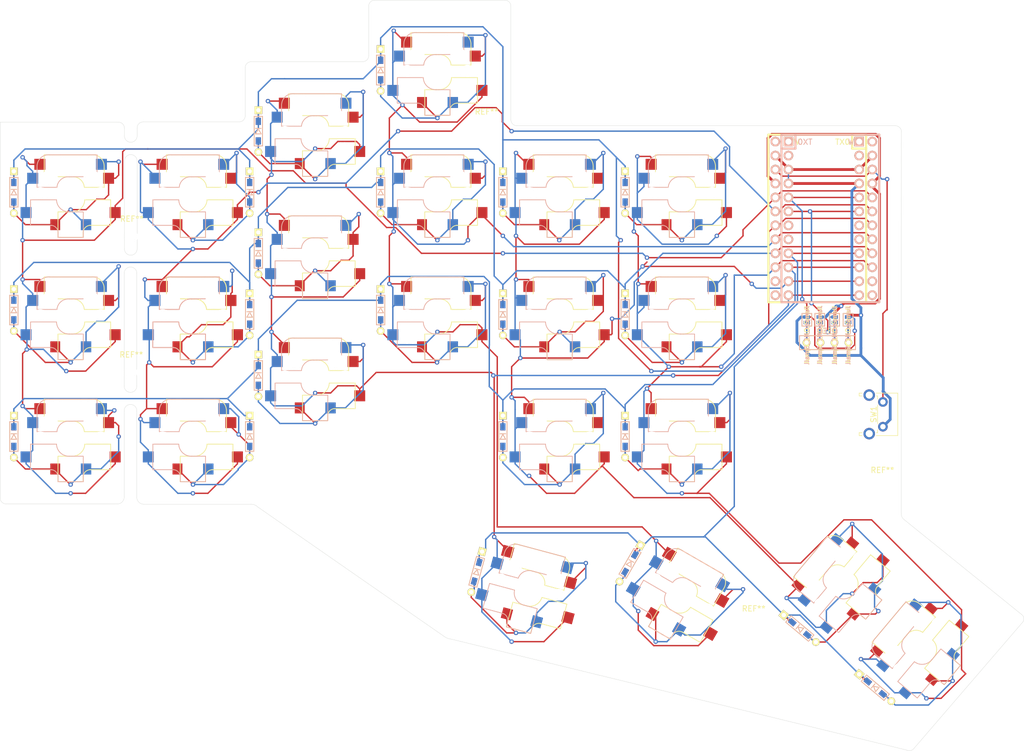
<source format=kicad_pcb>
(kicad_pcb (version 20171130) (host pcbnew "(5.1.4)-1")
  (layers (0 F.Cu signal) (31 B.Cu signal) (34 B.Paste user) (35 F.Paste user) (36 B.SilkS user hide) (37 F.SilkS user hide) (38 B.Mask user) (39 F.Mask user) (44 Edge.Cuts user))
  (net 0 "")
  (net 1 "Net-(D1-Pad2)")
  (net 2 Row0)
  (net 3 "Net-(D2-Pad2)")
  (net 4 Row1)
  (net 5 "Net-(D3-Pad2)")
  (net 6 Row2)
  (net 7 "Net-(D4-Pad2)")
  (net 8 "Net-(D5-Pad2)")
  (net 9 "Net-(D6-Pad2)")
  (net 10 "Net-(D7-Pad2)")
  (net 11 "Net-(D8-Pad2)")
  (net 12 "Net-(D9-Pad2)")
  (net 13 "Net-(D10-Pad2)")
  (net 14 Row3)
  (net 15 "Net-(D11-Pad2)")
  (net 16 "Net-(D12-Pad2)")
  (net 17 "Net-(D13-Pad2)")
  (net 18 "Net-(D14-Pad2)")
  (net 19 "Net-(D15-Pad2)")
  (net 20 "Net-(D16-Pad2)")
  (net 21 "Net-(D17-Pad2)")
  (net 22 "Net-(D18-Pad2)")
  (net 23 "Net-(D19-Pad2)")
  (net 24 "Net-(D20-Pad2)")
  (net 25 "Net-(D21-Pad2)")
  (net 26 "Net-(D22-Pad2)")
  (net 27 Col0)
  (net 28 Col1)
  (net 29 Col2)
  (net 30 Col3)
  (net 31 Col4)
  (net 32 Col5)
  (net 33 RST)
  (net 34 GND)
  (net 35 VCC)
  (net 36 SCL)
  (net 37 SDA)
  (net 38 "Net-(J1-Pad4)")
  (net 39 "Net-(J1-Pad3)")
  (net 40 "Net-(J1-Pad2)")
  (net 41 "Net-(J1-Pad1)")
  (module MountingHole:MountingHole_2.2mm_M2 (layer F.Cu) (at 109.766 111.588)
    (fp_text reference REF** (at 0 -3.2) (layer F.SilkS))
    (fp_text value MountingHole_2.2mm_M2)
    (pad 1 np_thru_hole circle (at 0 0) (size 2.2 2.2) (drill 2.2) (layers *.Cu *.Mask))
  )
  (module MountingHole:MountingHole_2.2mm_M2 (layer F.Cu) (at 181.716 176.788)
    (fp_text reference REF** (at 0 -3.2) (layer F.SilkS))
    (fp_text value MountingHole_2.2mm_M2)
    (pad 1 np_thru_hole circle (at 0 0) (size 2.2 2.2) (drill 2.2) (layers *.Cu *.Mask))
  )
  (module MountingHole:MountingHole_2.2mm_M2 (layer F.Cu) (at 158.316 201.988)
    (fp_text reference REF** (at 0 -3.2) (layer F.SilkS))
    (fp_text value MountingHole_2.2mm_M2)
    (pad 1 np_thru_hole circle (at 0 0) (size 2.2 2.2) (drill 2.2) (layers *.Cu *.Mask))
  )
  (module MountingHole:MountingHole_2.2mm_M2 (layer F.Cu) (at 45.166 155.788)
    (fp_text reference REF** (at 0 -3.2) (layer F.SilkS))
    (fp_text value MountingHole_2.2mm_M2)
    (pad 1 np_thru_hole circle (at 0 0) (size 2.2 2.2) (drill 2.2) (layers *.Cu *.Mask))
  )
  (module MountingHole:MountingHole_2.2mm_M2 (layer F.Cu) (at 45.266 131.088)
    (fp_text reference REF** (at 0 -3.2) (layer F.SilkS))
    (fp_text value MountingHole_2.2mm_M2)
    (pad 1 np_thru_hole circle (at 0 0) (size 2.2 2.2) (drill 2.2) (layers *.Cu *.Mask))
  )
  (module kbd:CherryMX_Choc_Hotswap (layer F.Cu) (at 56.35625 145.25625)
    (fp_text reference MX5 hide)
    (fp_text value MX-NoLED hide)
    (pad 2 smd rect (at 5.6 -5.08 180) (size 2 2) (layers B.Cu B.Paste B.Mask) (net 8 "Net-(D5-Pad2)"))
    (pad "" np_thru_hole circle (at -3.81 -2.54 180) (size 3 3) (drill 3) (layers *.Cu *.Mask))
    (pad "" np_thru_hole circle (at -5.08 0) (size 1.7 1.7) (drill 1.7) (layers *.Cu *.Mask))
    (pad "" np_thru_hole circle (at 5.08 0) (size 1.7 1.7) (drill 1.7) (layers *.Cu *.Mask))
    (pad "" np_thru_hole circle (at 5.5 0 90) (size 1.9 1.9) (drill 1.9) (layers *.Cu *.Mask))
    (pad "" np_thru_hole circle (at -5.5 0 90) (size 1.9 1.9) (drill 1.9) (layers *.Cu *.Mask))
    (pad "" np_thru_hole circle (at 0 0 90) (size 4 4) (drill 4) (layers *.Cu *.Mask))
    (pad "" np_thru_hole circle (at 2.54 -5.08 180) (size 3 3) (drill 3) (layers *.Cu *.Mask))
    (pad 1 smd rect (at -6.9 -2.54 180) (size 2 2) (layers B.Cu B.Paste B.Mask) (net 28 Col1))
    (pad "" np_thru_hole circle (at 0 5.9 90) (size 3 3) (drill 3) (layers *.Cu *.Mask))
    (pad "" np_thru_hole circle (at -5 3.7 90) (size 3 3) (drill 3) (layers *.Cu *.Mask))
    (pad 2 smd rect (at 2.8 5.9 180) (size 1.9 2) (layers B.Cu B.Paste B.Mask) (net 8 "Net-(D5-Pad2)"))
    (pad 1 smd rect (at -8.1 3.7 180) (size 2 2) (layers B.Cu B.Paste B.Mask) (net 28 Col1))
    (pad 1 smd rect (at 8.1 3.7 180) (size 2 2) (layers F.Cu F.Paste F.Mask) (net 28 Col1))
    (pad 2 smd rect (at -2.8 5.9 180) (size 1.8 2) (layers F.Cu F.Paste F.Mask) (net 8 "Net-(D5-Pad2)"))
    (pad "" np_thru_hole circle (at 5 3.7 270) (size 3 3) (drill 3) (layers *.Cu *.Mask))
    (pad 2 smd rect (at 6.9 -2.54 180) (size 2 2) (layers F.Cu F.Paste F.Mask) (net 8 "Net-(D5-Pad2)"))
    (pad "" np_thru_hole circle (at -2.54 -5.08 180) (size 3 3) (drill 3) (layers *.Cu *.Mask))
    (pad "" np_thru_hole circle (at 3.81 -2.54 180) (size 3 3) (drill 3) (layers *.Cu *.Mask))
    (pad 1 smd rect (at -5.6 -5.08 180) (size 2 2) (layers F.Cu F.Paste F.Mask) (net 28 Col1))
  )
  (module kbd:Jumper (layer B.Cu) (at 167.966 146.238 90)
    (fp_text reference JP8 hide)
    (fp_text value Jumper_NO_Small (at -2.794 0 270) (layer B.SilkS) (effects (font (size 0.8128 0.8128)) (justify mirror)))
    (pad 2 smd rect (at 0.50038 0 90) (size 0.635 1.143) (layers B.Cu B.Paste B.Mask) (net 34 GND) (clearance 0.1905))
    (pad 1 smd rect (at -0.50038 0 90) (size 0.635 1.143) (layers B.Cu B.Paste B.Mask) (net 41 "Net-(J1-Pad1)") (clearance 0.1905))
  )
  (module kbd:Jumper (layer B.Cu) (at 170.316 146.238 90)
    (fp_text reference JP7 hide)
    (fp_text value Jumper_NO_Small (at -2.794 0 270) (layer B.SilkS) (effects (font (size 0.8128 0.8128)) (justify mirror)))
    (pad 2 smd rect (at 0.50038 0 90) (size 0.635 1.143) (layers B.Cu B.Paste B.Mask) (net 35 VCC) (clearance 0.1905))
    (pad 1 smd rect (at -0.50038 0 90) (size 0.635 1.143) (layers B.Cu B.Paste B.Mask) (net 40 "Net-(J1-Pad2)") (clearance 0.1905))
  )
  (module kbd:Jumper (layer B.Cu) (at 173.016 146.23838 90)
    (fp_text reference JP6 hide)
    (fp_text value Jumper_NO_Small (at -2.794 0 270) (layer B.SilkS) (effects (font (size 0.8128 0.8128)) (justify mirror)))
    (pad 2 smd rect (at 0.50038 0 90) (size 0.635 1.143) (layers B.Cu B.Paste B.Mask) (net 36 SCL) (clearance 0.1905))
    (pad 1 smd rect (at -0.50038 0 90) (size 0.635 1.143) (layers B.Cu B.Paste B.Mask) (net 39 "Net-(J1-Pad3)") (clearance 0.1905))
  )
  (module kbd:Jumper (layer B.Cu) (at 175.466 146.23762 90)
    (fp_text reference JP5 hide)
    (fp_text value Jumper_NO_Small (at -2.794 0 270) (layer B.SilkS) (effects (font (size 0.8128 0.8128)) (justify mirror)))
    (pad 2 smd rect (at 0.50038 0 90) (size 0.635 1.143) (layers B.Cu B.Paste B.Mask) (net 37 SDA) (clearance 0.1905))
    (pad 1 smd rect (at -0.50038 0 90) (size 0.635 1.143) (layers B.Cu B.Paste B.Mask) (net 38 "Net-(J1-Pad4)") (clearance 0.1905))
  )
  (module kbd:OLED (layer F.Cu) (at 167.916 150.388)
    (fp_text reference J1)
    (fp_text value Conn_01x04 hide)
    (fp_text user OLED (at 3.75 -2.1) (layer B.SilkS) (effects (justify mirror)))
    (fp_text user OLED (at 3.8 -2.1) (layer F.SilkS))
    (pad 4 thru_hole circle (at 7.62 0) (size 1.397 1.397) (drill 0.8128) (layers *.Cu *.Mask F.SilkS) (net 38 "Net-(J1-Pad4)"))
    (pad 3 thru_hole circle (at 5.08 0) (size 1.397 1.397) (drill 0.8128) (layers *.Cu *.Mask F.SilkS) (net 39 "Net-(J1-Pad3)"))
    (pad 2 thru_hole circle (at 2.54 0) (size 1.397 1.397) (drill 0.8128) (layers *.Cu *.Mask F.SilkS) (net 40 "Net-(J1-Pad2)"))
    (pad 1 thru_hole circle (at 0 0) (size 1.397 1.397) (drill 0.8128) (layers *.Cu *.Mask F.SilkS) (net 41 "Net-(J1-Pad1)"))
  )
  (module kbd:Jumper (layer F.Cu) (at 167.966 146.238 90)
    (fp_text reference JP4 hide)
    (fp_text value Jumper_NO_Small (at -2.794 0 90) (layer F.SilkS) (effects (font (size 0.8128 0.8128))))
    (pad 2 smd rect (at 0.50038 0 90) (size 0.635 1.143) (layers F.Cu F.Paste F.Mask) (net 37 SDA) (clearance 0.1905))
    (pad 1 smd rect (at -0.50038 0 90) (size 0.635 1.143) (layers F.Cu F.Paste F.Mask) (net 41 "Net-(J1-Pad1)") (clearance 0.1905))
  )
  (module kbd:Jumper (layer F.Cu) (at 170.316 146.238 90)
    (fp_text reference JP3 hide)
    (fp_text value Jumper_NO_Small (at -2.794 0 90) (layer F.SilkS) (effects (font (size 0.8128 0.8128))))
    (pad 2 smd rect (at 0.50038 0 90) (size 0.635 1.143) (layers F.Cu F.Paste F.Mask) (net 36 SCL) (clearance 0.1905))
    (pad 1 smd rect (at -0.50038 0 90) (size 0.635 1.143) (layers F.Cu F.Paste F.Mask) (net 40 "Net-(J1-Pad2)") (clearance 0.1905))
  )
  (module kbd:Jumper (layer F.Cu) (at 173.016 146.238 90)
    (fp_text reference JP2 hide)
    (fp_text value Jumper_NO_Small (at -2.794 0 90) (layer F.SilkS) (effects (font (size 0.8128 0.8128))))
    (pad 2 smd rect (at 0.50038 0 90) (size 0.635 1.143) (layers F.Cu F.Paste F.Mask) (net 35 VCC) (clearance 0.1905))
    (pad 1 smd rect (at -0.50038 0 90) (size 0.635 1.143) (layers F.Cu F.Paste F.Mask) (net 39 "Net-(J1-Pad3)") (clearance 0.1905))
  )
  (module kbd:Jumper (layer F.Cu) (at 175.466 146.238 90)
    (fp_text reference JP1 hide)
    (fp_text value Jumper_NO_Small (at -2.794 0 90) (layer F.SilkS) (effects (font (size 0.8128 0.8128))))
    (pad 2 smd rect (at 0.50038 0 90) (size 0.635 1.143) (layers F.Cu F.Paste F.Mask) (net 34 GND) (clearance 0.1905))
    (pad 1 smd rect (at -0.50038 0 90) (size 0.635 1.143) (layers F.Cu F.Paste F.Mask) (net 38 "Net-(J1-Pad4)") (clearance 0.1905))
  )
  (module Keebio-Parts:ArduinoProMicro-BackSide (layer F.Cu) (at 172.24375 127.79375 270)
    (fp_text reference U2 hide)
    (fp_text value ProMicro hide)
    (fp_text user RAW (at -13.9 -4.7) (layer B.SilkS) (effects (justify mirror)))
    (fp_text user TX0 (at -13.9 4.6) (layer B.SilkS) (effects (justify mirror)))
    (pad 24 thru_hole circle (at -13.97 -7.62 270) (size 1.7526 1.7526) (drill 1.0922) (layers *.Cu *.SilkS *.Mask))
    (pad 12 thru_hole circle (at 13.97 7.62 270) (size 1.7526 1.7526) (drill 1.0922) (layers *.Cu *.SilkS *.Mask) (net 2 Row0))
    (pad 23 thru_hole circle (at -11.43 -7.62 270) (size 1.7526 1.7526) (drill 1.0922) (layers *.Cu *.SilkS *.Mask) (net 34 GND))
    (pad 22 thru_hole circle (at -8.89 -7.62 270) (size 1.7526 1.7526) (drill 1.0922) (layers *.Cu *.SilkS *.Mask) (net 33 RST))
    (pad 21 thru_hole circle (at -6.35 -7.62 270) (size 1.7526 1.7526) (drill 1.0922) (layers *.Cu *.SilkS *.Mask) (net 35 VCC))
    (pad 20 thru_hole circle (at -3.81 -7.62 270) (size 1.7526 1.7526) (drill 1.0922) (layers *.Cu *.SilkS *.Mask) (net 27 Col0))
    (pad 19 thru_hole circle (at -1.27 -7.62 270) (size 1.7526 1.7526) (drill 1.0922) (layers *.Cu *.SilkS *.Mask) (net 28 Col1))
    (pad 18 thru_hole circle (at 1.27 -7.62 270) (size 1.7526 1.7526) (drill 1.0922) (layers *.Cu *.SilkS *.Mask) (net 29 Col2))
    (pad 17 thru_hole circle (at 3.81 -7.62 270) (size 1.7526 1.7526) (drill 1.0922) (layers *.Cu *.SilkS *.Mask) (net 30 Col3))
    (pad 16 thru_hole circle (at 6.35 -7.62 270) (size 1.7526 1.7526) (drill 1.0922) (layers *.Cu *.SilkS *.Mask) (net 31 Col4))
    (pad 15 thru_hole circle (at 8.89 -7.62 270) (size 1.7526 1.7526) (drill 1.0922) (layers *.Cu *.SilkS *.Mask) (net 32 Col5))
    (pad 14 thru_hole circle (at 11.43 -7.62 270) (size 1.7526 1.7526) (drill 1.0922) (layers *.Cu *.SilkS *.Mask))
    (pad 13 thru_hole circle (at 13.97 -7.62 270) (size 1.7526 1.7526) (drill 1.0922) (layers *.Cu *.SilkS *.Mask))
    (pad 11 thru_hole circle (at 11.43 7.62 270) (size 1.7526 1.7526) (drill 1.0922) (layers *.Cu *.SilkS *.Mask) (net 4 Row1))
    (pad 10 thru_hole circle (at 8.89 7.62 270) (size 1.7526 1.7526) (drill 1.0922) (layers *.Cu *.SilkS *.Mask) (net 6 Row2))
    (pad 9 thru_hole circle (at 6.35 7.62 270) (size 1.7526 1.7526) (drill 1.0922) (layers *.Cu *.SilkS *.Mask) (net 14 Row3))
    (pad 8 thru_hole circle (at 3.81 7.62 270) (size 1.7526 1.7526) (drill 1.0922) (layers *.Cu *.SilkS *.Mask))
    (pad 7 thru_hole circle (at 1.27 7.62 270) (size 1.7526 1.7526) (drill 1.0922) (layers *.Cu *.SilkS *.Mask))
    (pad 6 thru_hole circle (at -1.27 7.62 270) (size 1.7526 1.7526) (drill 1.0922) (layers *.Cu *.SilkS *.Mask) (net 36 SCL))
    (pad 5 thru_hole circle (at -3.81 7.62 270) (size 1.7526 1.7526) (drill 1.0922) (layers *.Cu *.SilkS *.Mask) (net 37 SDA))
    (pad 4 thru_hole circle (at -6.35 7.62 270) (size 1.7526 1.7526) (drill 1.0922) (layers *.Cu *.SilkS *.Mask) (net 34 GND))
    (pad 3 thru_hole circle (at -8.89 7.62 270) (size 1.7526 1.7526) (drill 1.0922) (layers *.Cu *.SilkS *.Mask) (net 34 GND))
    (pad 2 thru_hole circle (at -11.43 7.62 270) (size 1.7526 1.7526) (drill 1.0922) (layers *.Cu *.SilkS *.Mask))
    (pad 1 thru_hole rect (at -13.97 7.62 270) (size 1.7526 1.7526) (drill 1.0922) (layers *.Cu *.SilkS *.Mask))
  )
  (module Keebio-Parts:ArduinoProMicro-BackSide (layer B.Cu) (at 169.8625 127.79375 270)
    (fp_text reference U1 hide)
    (fp_text value ProMicro hide)
    (fp_text user RAW (at -13.9 4.7) (layer F.SilkS))
    (fp_text user TX0 (at -13.9 -4.6) (layer F.SilkS))
    (pad 24 thru_hole circle (at -13.97 7.62 270) (size 1.7526 1.7526) (drill 1.0922) (layers *.Cu *.SilkS *.Mask))
    (pad 12 thru_hole circle (at 13.97 -7.62 270) (size 1.7526 1.7526) (drill 1.0922) (layers *.Cu *.SilkS *.Mask) (net 2 Row0))
    (pad 23 thru_hole circle (at -11.43 7.62 270) (size 1.7526 1.7526) (drill 1.0922) (layers *.Cu *.SilkS *.Mask) (net 34 GND))
    (pad 22 thru_hole circle (at -8.89 7.62 270) (size 1.7526 1.7526) (drill 1.0922) (layers *.Cu *.SilkS *.Mask) (net 33 RST))
    (pad 21 thru_hole circle (at -6.35 7.62 270) (size 1.7526 1.7526) (drill 1.0922) (layers *.Cu *.SilkS *.Mask) (net 35 VCC))
    (pad 20 thru_hole circle (at -3.81 7.62 270) (size 1.7526 1.7526) (drill 1.0922) (layers *.Cu *.SilkS *.Mask) (net 27 Col0))
    (pad 19 thru_hole circle (at -1.27 7.62 270) (size 1.7526 1.7526) (drill 1.0922) (layers *.Cu *.SilkS *.Mask) (net 28 Col1))
    (pad 18 thru_hole circle (at 1.27 7.62 270) (size 1.7526 1.7526) (drill 1.0922) (layers *.Cu *.SilkS *.Mask) (net 29 Col2))
    (pad 17 thru_hole circle (at 3.81 7.62 270) (size 1.7526 1.7526) (drill 1.0922) (layers *.Cu *.SilkS *.Mask) (net 30 Col3))
    (pad 16 thru_hole circle (at 6.35 7.62 270) (size 1.7526 1.7526) (drill 1.0922) (layers *.Cu *.SilkS *.Mask) (net 31 Col4))
    (pad 15 thru_hole circle (at 8.89 7.62 270) (size 1.7526 1.7526) (drill 1.0922) (layers *.Cu *.SilkS *.Mask) (net 32 Col5))
    (pad 14 thru_hole circle (at 11.43 7.62 270) (size 1.7526 1.7526) (drill 1.0922) (layers *.Cu *.SilkS *.Mask))
    (pad 13 thru_hole circle (at 13.97 7.62 270) (size 1.7526 1.7526) (drill 1.0922) (layers *.Cu *.SilkS *.Mask))
    (pad 11 thru_hole circle (at 11.43 -7.62 270) (size 1.7526 1.7526) (drill 1.0922) (layers *.Cu *.SilkS *.Mask) (net 4 Row1))
    (pad 10 thru_hole circle (at 8.89 -7.62 270) (size 1.7526 1.7526) (drill 1.0922) (layers *.Cu *.SilkS *.Mask) (net 6 Row2))
    (pad 9 thru_hole circle (at 6.35 -7.62 270) (size 1.7526 1.7526) (drill 1.0922) (layers *.Cu *.SilkS *.Mask) (net 14 Row3))
    (pad 8 thru_hole circle (at 3.81 -7.62 270) (size 1.7526 1.7526) (drill 1.0922) (layers *.Cu *.SilkS *.Mask))
    (pad 7 thru_hole circle (at 1.27 -7.62 270) (size 1.7526 1.7526) (drill 1.0922) (layers *.Cu *.SilkS *.Mask))
    (pad 6 thru_hole circle (at -1.27 -7.62 270) (size 1.7526 1.7526) (drill 1.0922) (layers *.Cu *.SilkS *.Mask) (net 36 SCL))
    (pad 5 thru_hole circle (at -3.81 -7.62 270) (size 1.7526 1.7526) (drill 1.0922) (layers *.Cu *.SilkS *.Mask) (net 37 SDA))
    (pad 4 thru_hole circle (at -6.35 -7.62 270) (size 1.7526 1.7526) (drill 1.0922) (layers *.Cu *.SilkS *.Mask) (net 34 GND))
    (pad 3 thru_hole circle (at -8.89 -7.62 270) (size 1.7526 1.7526) (drill 1.0922) (layers *.Cu *.SilkS *.Mask) (net 34 GND))
    (pad 2 thru_hole circle (at -11.43 -7.62 270) (size 1.7526 1.7526) (drill 1.0922) (layers *.Cu *.SilkS *.Mask))
    (pad 1 thru_hole rect (at -13.97 -7.62 270) (size 1.7526 1.7526) (drill 1.0922) (layers *.Cu *.SilkS *.Mask))
  )
  (module Button_Switch_THT:SW_Tactile_SPST_Angled_PTS645Vx31-2LFS (layer F.Cu) (at 181.8 161.1875 270)
    (fp_text reference SW1 (at 2.25 1.68 90) (layer F.SilkS))
    (fp_text value SW_PUSH)
    (pad "" thru_hole circle (at -1.25 2.49 270) (size 2.1 2.1) (drill 1.3) (layers *.Cu *.Mask))
    (pad 1 thru_hole circle (at 0 0 270) (size 1.75 1.75) (drill 0.99) (layers *.Cu *.Mask) (net 33 RST))
    (pad 2 thru_hole circle (at 4.5 0 270) (size 1.75 1.75) (drill 0.99) (layers *.Cu *.Mask) (net 34 GND))
    (pad "" thru_hole circle (at 5.76 2.49 270) (size 2.1 2.1) (drill 1.3) (layers *.Cu *.Mask))
  )
  (module kbd:CherryMX_Choc_Hotswap (layer F.Cu) (at 56.35625 123.03125)
    (fp_text reference MX4 hide)
    (fp_text value MX-NoLED hide)
    (pad 1 smd rect (at -5.6 -5.08 180) (size 2 2) (layers F.Cu F.Paste F.Mask) (net 28 Col1))
    (pad "" np_thru_hole circle (at 3.81 -2.54 180) (size 3 3) (drill 3) (layers *.Cu *.Mask))
    (pad "" np_thru_hole circle (at -2.54 -5.08 180) (size 3 3) (drill 3) (layers *.Cu *.Mask))
    (pad 2 smd rect (at 6.9 -2.54 180) (size 2 2) (layers F.Cu F.Paste F.Mask) (net 7 "Net-(D4-Pad2)"))
    (pad "" np_thru_hole circle (at 5 3.7 270) (size 3 3) (drill 3) (layers *.Cu *.Mask))
    (pad 2 smd rect (at -2.8 5.9 180) (size 1.8 2) (layers F.Cu F.Paste F.Mask) (net 7 "Net-(D4-Pad2)"))
    (pad 1 smd rect (at 8.1 3.7 180) (size 2 2) (layers F.Cu F.Paste F.Mask) (net 28 Col1))
    (pad 1 smd rect (at -8.1 3.7 180) (size 2 2) (layers B.Cu B.Paste B.Mask) (net 28 Col1))
    (pad 2 smd rect (at 2.8 5.9 180) (size 1.9 2) (layers B.Cu B.Paste B.Mask) (net 7 "Net-(D4-Pad2)"))
    (pad "" np_thru_hole circle (at -5 3.7 90) (size 3 3) (drill 3) (layers *.Cu *.Mask))
    (pad "" np_thru_hole circle (at 0 5.9 90) (size 3 3) (drill 3) (layers *.Cu *.Mask))
    (pad 1 smd rect (at -6.9 -2.54 180) (size 2 2) (layers B.Cu B.Paste B.Mask) (net 28 Col1))
    (pad "" np_thru_hole circle (at 2.54 -5.08 180) (size 3 3) (drill 3) (layers *.Cu *.Mask))
    (pad "" np_thru_hole circle (at 0 0 90) (size 4 4) (drill 4) (layers *.Cu *.Mask))
    (pad "" np_thru_hole circle (at -5.5 0 90) (size 1.9 1.9) (drill 1.9) (layers *.Cu *.Mask))
    (pad "" np_thru_hole circle (at 5.5 0 90) (size 1.9 1.9) (drill 1.9) (layers *.Cu *.Mask))
    (pad "" np_thru_hole circle (at 5.08 0) (size 1.7 1.7) (drill 1.7) (layers *.Cu *.Mask))
    (pad "" np_thru_hole circle (at -5.08 0) (size 1.7 1.7) (drill 1.7) (layers *.Cu *.Mask))
    (pad "" np_thru_hole circle (at -3.81 -2.54 180) (size 3 3) (drill 3) (layers *.Cu *.Mask))
    (pad 2 smd rect (at 5.6 -5.08 180) (size 2 2) (layers B.Cu B.Paste B.Mask) (net 7 "Net-(D4-Pad2)"))
  )
  (module kbd:D3_TH_SMD (layer F.Cu) (at 180.409021 213.171552 320)
    (fp_text reference D22 hide)
    (fp_text value D_Small hide)
    (pad 2 smd rect (at 1.775 0 320) (size 1.3 0.95) (layers F.Cu F.Paste F.Mask) (net 26 "Net-(D22-Pad2)"))
    (pad 2 thru_hole circle (at 3.81 0 320) (size 1.397 1.397) (drill 0.8128) (layers *.Cu *.Mask F.SilkS) (net 26 "Net-(D22-Pad2)"))
    (pad 1 thru_hole rect (at -3.81 0 320) (size 1.397 1.397) (drill 0.8128) (layers *.Cu *.Mask F.SilkS) (net 14 Row3))
    (pad 1 smd rect (at -1.775 0 320) (size 1.3 0.95) (layers B.Cu B.Paste B.Mask) (net 14 Row3))
    (pad 2 smd rect (at 1.775 0 320) (size 1.3 0.95) (layers B.Cu B.Paste B.Mask) (net 26 "Net-(D22-Pad2)"))
    (pad 1 smd rect (at -1.775 0 320) (size 1.3 0.95) (layers F.Cu F.Paste F.Mask) (net 14 Row3))
  )
  (module kbd:CherryMX_Choc_Hotswap (layer F.Cu) (at 34.13125 123.03125)
    (fp_text reference MX1 hide)
    (fp_text value MX-NoLED hide)
    (pad 1 smd rect (at -5.6 -5.08 180) (size 2 2) (layers F.Cu F.Paste F.Mask) (net 27 Col0))
    (pad "" np_thru_hole circle (at 3.81 -2.54 180) (size 3 3) (drill 3) (layers *.Cu *.Mask))
    (pad "" np_thru_hole circle (at -2.54 -5.08 180) (size 3 3) (drill 3) (layers *.Cu *.Mask))
    (pad 2 smd rect (at 6.9 -2.54 180) (size 2 2) (layers F.Cu F.Paste F.Mask) (net 1 "Net-(D1-Pad2)"))
    (pad "" np_thru_hole circle (at 5 3.7 270) (size 3 3) (drill 3) (layers *.Cu *.Mask))
    (pad 2 smd rect (at -2.8 5.9 180) (size 1.8 2) (layers F.Cu F.Paste F.Mask) (net 1 "Net-(D1-Pad2)"))
    (pad 1 smd rect (at 8.1 3.7 180) (size 2 2) (layers F.Cu F.Paste F.Mask) (net 27 Col0))
    (pad 1 smd rect (at -8.1 3.7 180) (size 2 2) (layers B.Cu B.Paste B.Mask) (net 27 Col0))
    (pad 2 smd rect (at 2.8 5.9 180) (size 1.9 2) (layers B.Cu B.Paste B.Mask) (net 1 "Net-(D1-Pad2)"))
    (pad "" np_thru_hole circle (at -5 3.7 90) (size 3 3) (drill 3) (layers *.Cu *.Mask))
    (pad "" np_thru_hole circle (at 0 5.9 90) (size 3 3) (drill 3) (layers *.Cu *.Mask))
    (pad 1 smd rect (at -6.9 -2.54 180) (size 2 2) (layers B.Cu B.Paste B.Mask) (net 27 Col0))
    (pad "" np_thru_hole circle (at 2.54 -5.08 180) (size 3 3) (drill 3) (layers *.Cu *.Mask))
    (pad "" np_thru_hole circle (at 0 0 90) (size 4 4) (drill 4) (layers *.Cu *.Mask))
    (pad "" np_thru_hole circle (at -5.5 0 90) (size 1.9 1.9) (drill 1.9) (layers *.Cu *.Mask))
    (pad "" np_thru_hole circle (at 5.5 0 90) (size 1.9 1.9) (drill 1.9) (layers *.Cu *.Mask))
    (pad "" np_thru_hole circle (at 5.08 0) (size 1.7 1.7) (drill 1.7) (layers *.Cu *.Mask))
    (pad "" np_thru_hole circle (at -5.08 0) (size 1.7 1.7) (drill 1.7) (layers *.Cu *.Mask))
    (pad "" np_thru_hole circle (at -3.81 -2.54 180) (size 3 3) (drill 3) (layers *.Cu *.Mask))
    (pad 2 smd rect (at 5.6 -5.08 180) (size 2 2) (layers B.Cu B.Paste B.Mask) (net 1 "Net-(D1-Pad2)"))
  )
  (module kbd:CherryMX_Choc_Hotswap_1.5u (layer F.Cu) (at 188.11875 205.58125 320)
    (fp_text reference MX22 hide)
    (fp_text value MX-NoLED hide)
    (pad "" np_thru_hole circle (at -2.540001 -3.81 230) (size 3 3) (drill 3) (layers *.Cu *.Mask))
    (pad 1 smd rect (at -5.08 5.5 230) (size 1.5 2) (layers F.Cu F.Paste F.Mask) (net 32 Col5))
    (pad "" np_thru_hole circle (at -2.540001 -3.81 230) (size 3 3) (drill 3) (layers *.Cu *.Mask))
    (pad "" np_thru_hole circle (at -5.08 2.54 230) (size 3 3) (drill 3) (layers *.Cu *.Mask))
    (pad 2 smd rect (at -2.540001 -6.8 230) (size 1.5 2) (layers F.Cu F.Paste F.Mask) (net 26 "Net-(D22-Pad2)"))
    (pad "" np_thru_hole circle (at -2.58 -3.825 230) (size 0.1 0.1) (drill 0.1) (layers *.Cu *.Mask))
    (pad "" np_thru_hole circle (at 3.7 -5 320) (size 3 3) (drill 3) (layers *.Cu *.Mask))
    (pad 2 smd rect (at 5.9 3 230) (size 1.5 2) (layers F.Cu F.Paste F.Mask) (net 26 "Net-(D22-Pad2)"))
    (pad 1 smd rect (at 3.7 -8 230) (size 1.5 2) (layers F.Cu F.Paste F.Mask) (net 32 Col5))
    (pad 1 smd rect (at 3.7 8 230) (size 1.5 2) (layers B.Cu B.Paste B.Mask) (net 32 Col5))
    (pad 2 smd rect (at 5.9 -3 230) (size 1.5 2) (layers B.Cu B.Paste B.Mask) (net 26 "Net-(D22-Pad2)"))
    (pad "" np_thru_hole circle (at 3.7 5 140) (size 3 3) (drill 3) (layers *.Cu *.Mask))
    (pad "" np_thru_hole circle (at 5.9 0 140) (size 3 3) (drill 3) (layers *.Cu *.Mask))
    (pad "" np_thru_hole circle (at -2.58 3.825 230) (size 0.1 0.1) (drill 0.1) (layers *.Cu *.Mask))
    (pad 1 smd rect (at -2.54 6.8 230) (size 1.5 2) (layers B.Cu B.Paste B.Mask) (net 32 Col5))
    (pad "" np_thru_hole circle (at -5.08 -2.54 230) (size 3 3) (drill 3) (layers *.Cu *.Mask))
    (pad "" np_thru_hole circle (at 0 0 140) (size 4 4) (drill 4) (layers *.Cu *.Mask))
    (pad "" np_thru_hole circle (at 0 5.5 140) (size 1.9 1.9) (drill 1.9) (layers *.Cu *.Mask))
    (pad "" np_thru_hole circle (at 0 -5.5 140) (size 1.9 1.9) (drill 1.9) (layers *.Cu *.Mask))
    (pad "" np_thru_hole circle (at 0 -5.08 50) (size 1.7 1.7) (drill 1.7) (layers *.Cu *.Mask))
    (pad "" np_thru_hole circle (at 0 5.08 50) (size 1.7 1.7) (drill 1.7) (layers *.Cu *.Mask))
    (pad "" np_thru_hole circle (at -2.54 3.81 230) (size 3 3) (drill 3) (layers *.Cu *.Mask))
    (pad 2 smd rect (at -5.08 -5.5 230) (size 1.5 2) (layers B.Cu B.Paste B.Mask) (net 26 "Net-(D22-Pad2)"))
  )
  (module kbd:CherryMX_Choc_Hotswap (layer F.Cu) (at 145.25625 167.48125)
    (fp_text reference MX21 hide)
    (fp_text value MX-NoLED hide)
    (pad 1 smd rect (at -5.6 -5.08 180) (size 2 2) (layers F.Cu F.Paste F.Mask) (net 32 Col5))
    (pad "" np_thru_hole circle (at 3.81 -2.54 180) (size 3 3) (drill 3) (layers *.Cu *.Mask))
    (pad "" np_thru_hole circle (at -2.54 -5.08 180) (size 3 3) (drill 3) (layers *.Cu *.Mask))
    (pad 2 smd rect (at 6.9 -2.54 180) (size 2 2) (layers F.Cu F.Paste F.Mask) (net 25 "Net-(D21-Pad2)"))
    (pad "" np_thru_hole circle (at 5 3.7 270) (size 3 3) (drill 3) (layers *.Cu *.Mask))
    (pad 2 smd rect (at -2.8 5.9 180) (size 1.8 2) (layers F.Cu F.Paste F.Mask) (net 25 "Net-(D21-Pad2)"))
    (pad 1 smd rect (at 8.1 3.7 180) (size 2 2) (layers F.Cu F.Paste F.Mask) (net 32 Col5))
    (pad 1 smd rect (at -8.1 3.7 180) (size 2 2) (layers B.Cu B.Paste B.Mask) (net 32 Col5))
    (pad 2 smd rect (at 2.8 5.9 180) (size 1.9 2) (layers B.Cu B.Paste B.Mask) (net 25 "Net-(D21-Pad2)"))
    (pad "" np_thru_hole circle (at -5 3.7 90) (size 3 3) (drill 3) (layers *.Cu *.Mask))
    (pad "" np_thru_hole circle (at 0 5.9 90) (size 3 3) (drill 3) (layers *.Cu *.Mask))
    (pad 1 smd rect (at -6.9 -2.54 180) (size 2 2) (layers B.Cu B.Paste B.Mask) (net 32 Col5))
    (pad "" np_thru_hole circle (at 2.54 -5.08 180) (size 3 3) (drill 3) (layers *.Cu *.Mask))
    (pad "" np_thru_hole circle (at 0 0 90) (size 4 4) (drill 4) (layers *.Cu *.Mask))
    (pad "" np_thru_hole circle (at -5.5 0 90) (size 1.9 1.9) (drill 1.9) (layers *.Cu *.Mask))
    (pad "" np_thru_hole circle (at 5.5 0 90) (size 1.9 1.9) (drill 1.9) (layers *.Cu *.Mask))
    (pad "" np_thru_hole circle (at 5.08 0) (size 1.7 1.7) (drill 1.7) (layers *.Cu *.Mask))
    (pad "" np_thru_hole circle (at -5.08 0) (size 1.7 1.7) (drill 1.7) (layers *.Cu *.Mask))
    (pad "" np_thru_hole circle (at -3.81 -2.54 180) (size 3 3) (drill 3) (layers *.Cu *.Mask))
    (pad 2 smd rect (at 5.6 -5.08 180) (size 2 2) (layers B.Cu B.Paste B.Mask) (net 25 "Net-(D21-Pad2)"))
  )
  (module kbd:CherryMX_Choc_Hotswap (layer F.Cu) (at 145.25625 145.25625)
    (fp_text reference MX20 hide)
    (fp_text value MX-NoLED hide)
    (pad 1 smd rect (at -5.6 -5.08 180) (size 2 2) (layers F.Cu F.Paste F.Mask) (net 32 Col5))
    (pad "" np_thru_hole circle (at 3.81 -2.54 180) (size 3 3) (drill 3) (layers *.Cu *.Mask))
    (pad "" np_thru_hole circle (at -2.54 -5.08 180) (size 3 3) (drill 3) (layers *.Cu *.Mask))
    (pad 2 smd rect (at 6.9 -2.54 180) (size 2 2) (layers F.Cu F.Paste F.Mask) (net 24 "Net-(D20-Pad2)"))
    (pad "" np_thru_hole circle (at 5 3.7 270) (size 3 3) (drill 3) (layers *.Cu *.Mask))
    (pad 2 smd rect (at -2.8 5.9 180) (size 1.8 2) (layers F.Cu F.Paste F.Mask) (net 24 "Net-(D20-Pad2)"))
    (pad 1 smd rect (at 8.1 3.7 180) (size 2 2) (layers F.Cu F.Paste F.Mask) (net 32 Col5))
    (pad 1 smd rect (at -8.1 3.7 180) (size 2 2) (layers B.Cu B.Paste B.Mask) (net 32 Col5))
    (pad 2 smd rect (at 2.8 5.9 180) (size 1.9 2) (layers B.Cu B.Paste B.Mask) (net 24 "Net-(D20-Pad2)"))
    (pad "" np_thru_hole circle (at -5 3.7 90) (size 3 3) (drill 3) (layers *.Cu *.Mask))
    (pad "" np_thru_hole circle (at 0 5.9 90) (size 3 3) (drill 3) (layers *.Cu *.Mask))
    (pad 1 smd rect (at -6.9 -2.54 180) (size 2 2) (layers B.Cu B.Paste B.Mask) (net 32 Col5))
    (pad "" np_thru_hole circle (at 2.54 -5.08 180) (size 3 3) (drill 3) (layers *.Cu *.Mask))
    (pad "" np_thru_hole circle (at 0 0 90) (size 4 4) (drill 4) (layers *.Cu *.Mask))
    (pad "" np_thru_hole circle (at -5.5 0 90) (size 1.9 1.9) (drill 1.9) (layers *.Cu *.Mask))
    (pad "" np_thru_hole circle (at 5.5 0 90) (size 1.9 1.9) (drill 1.9) (layers *.Cu *.Mask))
    (pad "" np_thru_hole circle (at 5.08 0) (size 1.7 1.7) (drill 1.7) (layers *.Cu *.Mask))
    (pad "" np_thru_hole circle (at -5.08 0) (size 1.7 1.7) (drill 1.7) (layers *.Cu *.Mask))
    (pad "" np_thru_hole circle (at -3.81 -2.54 180) (size 3 3) (drill 3) (layers *.Cu *.Mask))
    (pad 2 smd rect (at 5.6 -5.08 180) (size 2 2) (layers B.Cu B.Paste B.Mask) (net 24 "Net-(D20-Pad2)"))
  )
  (module kbd:CherryMX_Choc_Hotswap (layer F.Cu) (at 145.25625 123.03125)
    (fp_text reference MX19 hide)
    (fp_text value MX-NoLED hide)
    (pad 1 smd rect (at -5.6 -5.08 180) (size 2 2) (layers F.Cu F.Paste F.Mask) (net 32 Col5))
    (pad "" np_thru_hole circle (at 3.81 -2.54 180) (size 3 3) (drill 3) (layers *.Cu *.Mask))
    (pad "" np_thru_hole circle (at -2.54 -5.08 180) (size 3 3) (drill 3) (layers *.Cu *.Mask))
    (pad 2 smd rect (at 6.9 -2.54 180) (size 2 2) (layers F.Cu F.Paste F.Mask) (net 23 "Net-(D19-Pad2)"))
    (pad "" np_thru_hole circle (at 5 3.7 270) (size 3 3) (drill 3) (layers *.Cu *.Mask))
    (pad 2 smd rect (at -2.8 5.9 180) (size 1.8 2) (layers F.Cu F.Paste F.Mask) (net 23 "Net-(D19-Pad2)"))
    (pad 1 smd rect (at 8.1 3.7 180) (size 2 2) (layers F.Cu F.Paste F.Mask) (net 32 Col5))
    (pad 1 smd rect (at -8.1 3.7 180) (size 2 2) (layers B.Cu B.Paste B.Mask) (net 32 Col5))
    (pad 2 smd rect (at 2.8 5.9 180) (size 1.9 2) (layers B.Cu B.Paste B.Mask) (net 23 "Net-(D19-Pad2)"))
    (pad "" np_thru_hole circle (at -5 3.7 90) (size 3 3) (drill 3) (layers *.Cu *.Mask))
    (pad "" np_thru_hole circle (at 0 5.9 90) (size 3 3) (drill 3) (layers *.Cu *.Mask))
    (pad 1 smd rect (at -6.9 -2.54 180) (size 2 2) (layers B.Cu B.Paste B.Mask) (net 32 Col5))
    (pad "" np_thru_hole circle (at 2.54 -5.08 180) (size 3 3) (drill 3) (layers *.Cu *.Mask))
    (pad "" np_thru_hole circle (at 0 0 90) (size 4 4) (drill 4) (layers *.Cu *.Mask))
    (pad "" np_thru_hole circle (at -5.5 0 90) (size 1.9 1.9) (drill 1.9) (layers *.Cu *.Mask))
    (pad "" np_thru_hole circle (at 5.5 0 90) (size 1.9 1.9) (drill 1.9) (layers *.Cu *.Mask))
    (pad "" np_thru_hole circle (at 5.08 0) (size 1.7 1.7) (drill 1.7) (layers *.Cu *.Mask))
    (pad "" np_thru_hole circle (at -5.08 0) (size 1.7 1.7) (drill 1.7) (layers *.Cu *.Mask))
    (pad "" np_thru_hole circle (at -3.81 -2.54 180) (size 3 3) (drill 3) (layers *.Cu *.Mask))
    (pad 2 smd rect (at 5.6 -5.08 180) (size 2 2) (layers B.Cu B.Paste B.Mask) (net 23 "Net-(D19-Pad2)"))
  )
  (module kbd:CherryMX_Choc_Hotswap_1.5u (layer F.Cu) (at 173.83125 193.675 320)
    (fp_text reference MX18 hide)
    (fp_text value MX-NoLED hide)
    (pad "" np_thru_hole circle (at -2.540001 -3.81 230) (size 3 3) (drill 3) (layers *.Cu *.Mask))
    (pad 1 smd rect (at -5.08 5.5 230) (size 1.5 2) (layers F.Cu F.Paste F.Mask) (net 31 Col4))
    (pad "" np_thru_hole circle (at -2.540001 -3.81 230) (size 3 3) (drill 3) (layers *.Cu *.Mask))
    (pad "" np_thru_hole circle (at -5.08 2.54 230) (size 3 3) (drill 3) (layers *.Cu *.Mask))
    (pad 2 smd rect (at -2.540001 -6.8 230) (size 1.5 2) (layers F.Cu F.Paste F.Mask) (net 22 "Net-(D18-Pad2)"))
    (pad "" np_thru_hole circle (at -2.58 -3.825 230) (size 0.1 0.1) (drill 0.1) (layers *.Cu *.Mask))
    (pad "" np_thru_hole circle (at 3.7 -5 320) (size 3 3) (drill 3) (layers *.Cu *.Mask))
    (pad 2 smd rect (at 5.9 3 230) (size 1.5 2) (layers F.Cu F.Paste F.Mask) (net 22 "Net-(D18-Pad2)"))
    (pad 1 smd rect (at 3.7 -8 230) (size 1.5 2) (layers F.Cu F.Paste F.Mask) (net 31 Col4))
    (pad 1 smd rect (at 3.7 8 230) (size 1.5 2) (layers B.Cu B.Paste B.Mask) (net 31 Col4))
    (pad 2 smd rect (at 5.9 -3 230) (size 1.5 2) (layers B.Cu B.Paste B.Mask) (net 22 "Net-(D18-Pad2)"))
    (pad "" np_thru_hole circle (at 3.7 5 140) (size 3 3) (drill 3) (layers *.Cu *.Mask))
    (pad "" np_thru_hole circle (at 5.9 0 140) (size 3 3) (drill 3) (layers *.Cu *.Mask))
    (pad "" np_thru_hole circle (at -2.58 3.825 230) (size 0.1 0.1) (drill 0.1) (layers *.Cu *.Mask))
    (pad 1 smd rect (at -2.54 6.8 230) (size 1.5 2) (layers B.Cu B.Paste B.Mask) (net 31 Col4))
    (pad "" np_thru_hole circle (at -5.08 -2.54 230) (size 3 3) (drill 3) (layers *.Cu *.Mask))
    (pad "" np_thru_hole circle (at 0 0 140) (size 4 4) (drill 4) (layers *.Cu *.Mask))
    (pad "" np_thru_hole circle (at 0 5.5 140) (size 1.9 1.9) (drill 1.9) (layers *.Cu *.Mask))
    (pad "" np_thru_hole circle (at 0 -5.5 140) (size 1.9 1.9) (drill 1.9) (layers *.Cu *.Mask))
    (pad "" np_thru_hole circle (at 0 -5.08 50) (size 1.7 1.7) (drill 1.7) (layers *.Cu *.Mask))
    (pad "" np_thru_hole circle (at 0 5.08 50) (size 1.7 1.7) (drill 1.7) (layers *.Cu *.Mask))
    (pad "" np_thru_hole circle (at -2.54 3.81 230) (size 3 3) (drill 3) (layers *.Cu *.Mask))
    (pad 2 smd rect (at -5.08 -5.5 230) (size 1.5 2) (layers B.Cu B.Paste B.Mask) (net 22 "Net-(D18-Pad2)"))
  )
  (module kbd:CherryMX_Choc_Hotswap (layer F.Cu) (at 123.03125 167.48125)
    (fp_text reference MX17 hide)
    (fp_text value MX-NoLED hide)
    (pad 1 smd rect (at -5.6 -5.08 180) (size 2 2) (layers F.Cu F.Paste F.Mask) (net 31 Col4))
    (pad "" np_thru_hole circle (at 3.81 -2.54 180) (size 3 3) (drill 3) (layers *.Cu *.Mask))
    (pad "" np_thru_hole circle (at -2.54 -5.08 180) (size 3 3) (drill 3) (layers *.Cu *.Mask))
    (pad 2 smd rect (at 6.9 -2.54 180) (size 2 2) (layers F.Cu F.Paste F.Mask) (net 21 "Net-(D17-Pad2)"))
    (pad "" np_thru_hole circle (at 5 3.7 270) (size 3 3) (drill 3) (layers *.Cu *.Mask))
    (pad 2 smd rect (at -2.8 5.9 180) (size 1.8 2) (layers F.Cu F.Paste F.Mask) (net 21 "Net-(D17-Pad2)"))
    (pad 1 smd rect (at 8.1 3.7 180) (size 2 2) (layers F.Cu F.Paste F.Mask) (net 31 Col4))
    (pad 1 smd rect (at -8.1 3.7 180) (size 2 2) (layers B.Cu B.Paste B.Mask) (net 31 Col4))
    (pad 2 smd rect (at 2.8 5.9 180) (size 1.9 2) (layers B.Cu B.Paste B.Mask) (net 21 "Net-(D17-Pad2)"))
    (pad "" np_thru_hole circle (at -5 3.7 90) (size 3 3) (drill 3) (layers *.Cu *.Mask))
    (pad "" np_thru_hole circle (at 0 5.9 90) (size 3 3) (drill 3) (layers *.Cu *.Mask))
    (pad 1 smd rect (at -6.9 -2.54 180) (size 2 2) (layers B.Cu B.Paste B.Mask) (net 31 Col4))
    (pad "" np_thru_hole circle (at 2.54 -5.08 180) (size 3 3) (drill 3) (layers *.Cu *.Mask))
    (pad "" np_thru_hole circle (at 0 0 90) (size 4 4) (drill 4) (layers *.Cu *.Mask))
    (pad "" np_thru_hole circle (at -5.5 0 90) (size 1.9 1.9) (drill 1.9) (layers *.Cu *.Mask))
    (pad "" np_thru_hole circle (at 5.5 0 90) (size 1.9 1.9) (drill 1.9) (layers *.Cu *.Mask))
    (pad "" np_thru_hole circle (at 5.08 0) (size 1.7 1.7) (drill 1.7) (layers *.Cu *.Mask))
    (pad "" np_thru_hole circle (at -5.08 0) (size 1.7 1.7) (drill 1.7) (layers *.Cu *.Mask))
    (pad "" np_thru_hole circle (at -3.81 -2.54 180) (size 3 3) (drill 3) (layers *.Cu *.Mask))
    (pad 2 smd rect (at 5.6 -5.08 180) (size 2 2) (layers B.Cu B.Paste B.Mask) (net 21 "Net-(D17-Pad2)"))
  )
  (module kbd:CherryMX_Choc_Hotswap (layer F.Cu) (at 123.03125 145.25625)
    (fp_text reference MX16 hide)
    (fp_text value MX-NoLED hide)
    (pad 1 smd rect (at -5.6 -5.08 180) (size 2 2) (layers F.Cu F.Paste F.Mask) (net 31 Col4))
    (pad "" np_thru_hole circle (at 3.81 -2.54 180) (size 3 3) (drill 3) (layers *.Cu *.Mask))
    (pad "" np_thru_hole circle (at -2.54 -5.08 180) (size 3 3) (drill 3) (layers *.Cu *.Mask))
    (pad 2 smd rect (at 6.9 -2.54 180) (size 2 2) (layers F.Cu F.Paste F.Mask) (net 20 "Net-(D16-Pad2)"))
    (pad "" np_thru_hole circle (at 5 3.7 270) (size 3 3) (drill 3) (layers *.Cu *.Mask))
    (pad 2 smd rect (at -2.8 5.9 180) (size 1.8 2) (layers F.Cu F.Paste F.Mask) (net 20 "Net-(D16-Pad2)"))
    (pad 1 smd rect (at 8.1 3.7 180) (size 2 2) (layers F.Cu F.Paste F.Mask) (net 31 Col4))
    (pad 1 smd rect (at -8.1 3.7 180) (size 2 2) (layers B.Cu B.Paste B.Mask) (net 31 Col4))
    (pad 2 smd rect (at 2.8 5.9 180) (size 1.9 2) (layers B.Cu B.Paste B.Mask) (net 20 "Net-(D16-Pad2)"))
    (pad "" np_thru_hole circle (at -5 3.7 90) (size 3 3) (drill 3) (layers *.Cu *.Mask))
    (pad "" np_thru_hole circle (at 0 5.9 90) (size 3 3) (drill 3) (layers *.Cu *.Mask))
    (pad 1 smd rect (at -6.9 -2.54 180) (size 2 2) (layers B.Cu B.Paste B.Mask) (net 31 Col4))
    (pad "" np_thru_hole circle (at 2.54 -5.08 180) (size 3 3) (drill 3) (layers *.Cu *.Mask))
    (pad "" np_thru_hole circle (at 0 0 90) (size 4 4) (drill 4) (layers *.Cu *.Mask))
    (pad "" np_thru_hole circle (at -5.5 0 90) (size 1.9 1.9) (drill 1.9) (layers *.Cu *.Mask))
    (pad "" np_thru_hole circle (at 5.5 0 90) (size 1.9 1.9) (drill 1.9) (layers *.Cu *.Mask))
    (pad "" np_thru_hole circle (at 5.08 0) (size 1.7 1.7) (drill 1.7) (layers *.Cu *.Mask))
    (pad "" np_thru_hole circle (at -5.08 0) (size 1.7 1.7) (drill 1.7) (layers *.Cu *.Mask))
    (pad "" np_thru_hole circle (at -3.81 -2.54 180) (size 3 3) (drill 3) (layers *.Cu *.Mask))
    (pad 2 smd rect (at 5.6 -5.08 180) (size 2 2) (layers B.Cu B.Paste B.Mask) (net 20 "Net-(D16-Pad2)"))
  )
  (module kbd:CherryMX_Choc_Hotswap (layer F.Cu) (at 123.03125 123.03125)
    (fp_text reference MX15 hide)
    (fp_text value MX-NoLED hide)
    (pad 1 smd rect (at -5.6 -5.08 180) (size 2 2) (layers F.Cu F.Paste F.Mask) (net 31 Col4))
    (pad "" np_thru_hole circle (at 3.81 -2.54 180) (size 3 3) (drill 3) (layers *.Cu *.Mask))
    (pad "" np_thru_hole circle (at -2.54 -5.08 180) (size 3 3) (drill 3) (layers *.Cu *.Mask))
    (pad 2 smd rect (at 6.9 -2.54 180) (size 2 2) (layers F.Cu F.Paste F.Mask) (net 19 "Net-(D15-Pad2)"))
    (pad "" np_thru_hole circle (at 5 3.7 270) (size 3 3) (drill 3) (layers *.Cu *.Mask))
    (pad 2 smd rect (at -2.8 5.9 180) (size 1.8 2) (layers F.Cu F.Paste F.Mask) (net 19 "Net-(D15-Pad2)"))
    (pad 1 smd rect (at 8.1 3.7 180) (size 2 2) (layers F.Cu F.Paste F.Mask) (net 31 Col4))
    (pad 1 smd rect (at -8.1 3.7 180) (size 2 2) (layers B.Cu B.Paste B.Mask) (net 31 Col4))
    (pad 2 smd rect (at 2.8 5.9 180) (size 1.9 2) (layers B.Cu B.Paste B.Mask) (net 19 "Net-(D15-Pad2)"))
    (pad "" np_thru_hole circle (at -5 3.7 90) (size 3 3) (drill 3) (layers *.Cu *.Mask))
    (pad "" np_thru_hole circle (at 0 5.9 90) (size 3 3) (drill 3) (layers *.Cu *.Mask))
    (pad 1 smd rect (at -6.9 -2.54 180) (size 2 2) (layers B.Cu B.Paste B.Mask) (net 31 Col4))
    (pad "" np_thru_hole circle (at 2.54 -5.08 180) (size 3 3) (drill 3) (layers *.Cu *.Mask))
    (pad "" np_thru_hole circle (at 0 0 90) (size 4 4) (drill 4) (layers *.Cu *.Mask))
    (pad "" np_thru_hole circle (at -5.5 0 90) (size 1.9 1.9) (drill 1.9) (layers *.Cu *.Mask))
    (pad "" np_thru_hole circle (at 5.5 0 90) (size 1.9 1.9) (drill 1.9) (layers *.Cu *.Mask))
    (pad "" np_thru_hole circle (at 5.08 0) (size 1.7 1.7) (drill 1.7) (layers *.Cu *.Mask))
    (pad "" np_thru_hole circle (at -5.08 0) (size 1.7 1.7) (drill 1.7) (layers *.Cu *.Mask))
    (pad "" np_thru_hole circle (at -3.81 -2.54 180) (size 3 3) (drill 3) (layers *.Cu *.Mask))
    (pad 2 smd rect (at 5.6 -5.08 180) (size 2 2) (layers B.Cu B.Paste B.Mask) (net 19 "Net-(D15-Pad2)"))
  )
  (module kbd:CherryMX_Choc_Hotswap (layer F.Cu) (at 145.279045 196.05625 330)
    (fp_text reference MX14 hide)
    (fp_text value MX-NoLED hide)
    (pad 1 smd rect (at -5.6 -5.08 150) (size 2 2) (layers F.Cu F.Paste F.Mask) (net 30 Col3))
    (pad "" np_thru_hole circle (at 3.81 -2.54 150) (size 3 3) (drill 3) (layers *.Cu *.Mask))
    (pad "" np_thru_hole circle (at -2.54 -5.08 150) (size 3 3) (drill 3) (layers *.Cu *.Mask))
    (pad 2 smd rect (at 6.9 -2.54 150) (size 2 2) (layers F.Cu F.Paste F.Mask) (net 18 "Net-(D14-Pad2)"))
    (pad "" np_thru_hole circle (at 5 3.7 240) (size 3 3) (drill 3) (layers *.Cu *.Mask))
    (pad 2 smd rect (at -2.8 5.9 150) (size 1.8 2) (layers F.Cu F.Paste F.Mask) (net 18 "Net-(D14-Pad2)"))
    (pad 1 smd rect (at 8.1 3.7 150) (size 2 2) (layers F.Cu F.Paste F.Mask) (net 30 Col3))
    (pad 1 smd rect (at -8.1 3.7 150) (size 2 2) (layers B.Cu B.Paste B.Mask) (net 30 Col3))
    (pad 2 smd rect (at 2.8 5.9 150) (size 1.9 2) (layers B.Cu B.Paste B.Mask) (net 18 "Net-(D14-Pad2)"))
    (pad "" np_thru_hole circle (at -5 3.7 60) (size 3 3) (drill 3) (layers *.Cu *.Mask))
    (pad "" np_thru_hole circle (at 0 5.9 60) (size 3 3) (drill 3) (layers *.Cu *.Mask))
    (pad 1 smd rect (at -6.9 -2.54 150) (size 2 2) (layers B.Cu B.Paste B.Mask) (net 30 Col3))
    (pad "" np_thru_hole circle (at 2.54 -5.08 150) (size 3 3) (drill 3) (layers *.Cu *.Mask))
    (pad "" np_thru_hole circle (at 0 0 60) (size 4 4) (drill 4) (layers *.Cu *.Mask))
    (pad "" np_thru_hole circle (at -5.5 0 60) (size 1.9 1.9) (drill 1.9) (layers *.Cu *.Mask))
    (pad "" np_thru_hole circle (at 5.5 0 60) (size 1.9 1.9) (drill 1.9) (layers *.Cu *.Mask))
    (pad "" np_thru_hole circle (at 5.08 0 330) (size 1.7 1.7) (drill 1.7) (layers *.Cu *.Mask))
    (pad "" np_thru_hole circle (at -5.08 0 330) (size 1.7 1.7) (drill 1.7) (layers *.Cu *.Mask))
    (pad "" np_thru_hole circle (at -3.81 -2.54 150) (size 3 3) (drill 3) (layers *.Cu *.Mask))
    (pad 2 smd rect (at 5.6 -5.08 150) (size 2 2) (layers B.Cu B.Paste B.Mask) (net 18 "Net-(D14-Pad2)"))
  )
  (module kbd:CherryMX_Choc_Hotswap (layer F.Cu) (at 100.80625 145.25625)
    (fp_text reference MX13 hide)
    (fp_text value MX-NoLED hide)
    (pad 1 smd rect (at -5.6 -5.08 180) (size 2 2) (layers F.Cu F.Paste F.Mask) (net 30 Col3))
    (pad "" np_thru_hole circle (at 3.81 -2.54 180) (size 3 3) (drill 3) (layers *.Cu *.Mask))
    (pad "" np_thru_hole circle (at -2.54 -5.08 180) (size 3 3) (drill 3) (layers *.Cu *.Mask))
    (pad 2 smd rect (at 6.9 -2.54 180) (size 2 2) (layers F.Cu F.Paste F.Mask) (net 17 "Net-(D13-Pad2)"))
    (pad "" np_thru_hole circle (at 5 3.7 270) (size 3 3) (drill 3) (layers *.Cu *.Mask))
    (pad 2 smd rect (at -2.8 5.9 180) (size 1.8 2) (layers F.Cu F.Paste F.Mask) (net 17 "Net-(D13-Pad2)"))
    (pad 1 smd rect (at 8.1 3.7 180) (size 2 2) (layers F.Cu F.Paste F.Mask) (net 30 Col3))
    (pad 1 smd rect (at -8.1 3.7 180) (size 2 2) (layers B.Cu B.Paste B.Mask) (net 30 Col3))
    (pad 2 smd rect (at 2.8 5.9 180) (size 1.9 2) (layers B.Cu B.Paste B.Mask) (net 17 "Net-(D13-Pad2)"))
    (pad "" np_thru_hole circle (at -5 3.7 90) (size 3 3) (drill 3) (layers *.Cu *.Mask))
    (pad "" np_thru_hole circle (at 0 5.9 90) (size 3 3) (drill 3) (layers *.Cu *.Mask))
    (pad 1 smd rect (at -6.9 -2.54 180) (size 2 2) (layers B.Cu B.Paste B.Mask) (net 30 Col3))
    (pad "" np_thru_hole circle (at 2.54 -5.08 180) (size 3 3) (drill 3) (layers *.Cu *.Mask))
    (pad "" np_thru_hole circle (at 0 0 90) (size 4 4) (drill 4) (layers *.Cu *.Mask))
    (pad "" np_thru_hole circle (at -5.5 0 90) (size 1.9 1.9) (drill 1.9) (layers *.Cu *.Mask))
    (pad "" np_thru_hole circle (at 5.5 0 90) (size 1.9 1.9) (drill 1.9) (layers *.Cu *.Mask))
    (pad "" np_thru_hole circle (at 5.08 0) (size 1.7 1.7) (drill 1.7) (layers *.Cu *.Mask))
    (pad "" np_thru_hole circle (at -5.08 0) (size 1.7 1.7) (drill 1.7) (layers *.Cu *.Mask))
    (pad "" np_thru_hole circle (at -3.81 -2.54 180) (size 3 3) (drill 3) (layers *.Cu *.Mask))
    (pad 2 smd rect (at 5.6 -5.08 180) (size 2 2) (layers B.Cu B.Paste B.Mask) (net 17 "Net-(D13-Pad2)"))
  )
  (module kbd:CherryMX_Choc_Hotswap (layer F.Cu) (at 100.80625 123.03125)
    (fp_text reference MX12 hide)
    (fp_text value MX-NoLED hide)
    (pad 1 smd rect (at -5.6 -5.08 180) (size 2 2) (layers F.Cu F.Paste F.Mask) (net 30 Col3))
    (pad "" np_thru_hole circle (at 3.81 -2.54 180) (size 3 3) (drill 3) (layers *.Cu *.Mask))
    (pad "" np_thru_hole circle (at -2.54 -5.08 180) (size 3 3) (drill 3) (layers *.Cu *.Mask))
    (pad 2 smd rect (at 6.9 -2.54 180) (size 2 2) (layers F.Cu F.Paste F.Mask) (net 16 "Net-(D12-Pad2)"))
    (pad "" np_thru_hole circle (at 5 3.7 270) (size 3 3) (drill 3) (layers *.Cu *.Mask))
    (pad 2 smd rect (at -2.8 5.9 180) (size 1.8 2) (layers F.Cu F.Paste F.Mask) (net 16 "Net-(D12-Pad2)"))
    (pad 1 smd rect (at 8.1 3.7 180) (size 2 2) (layers F.Cu F.Paste F.Mask) (net 30 Col3))
    (pad 1 smd rect (at -8.1 3.7 180) (size 2 2) (layers B.Cu B.Paste B.Mask) (net 30 Col3))
    (pad 2 smd rect (at 2.8 5.9 180) (size 1.9 2) (layers B.Cu B.Paste B.Mask) (net 16 "Net-(D12-Pad2)"))
    (pad "" np_thru_hole circle (at -5 3.7 90) (size 3 3) (drill 3) (layers *.Cu *.Mask))
    (pad "" np_thru_hole circle (at 0 5.9 90) (size 3 3) (drill 3) (layers *.Cu *.Mask))
    (pad 1 smd rect (at -6.9 -2.54 180) (size 2 2) (layers B.Cu B.Paste B.Mask) (net 30 Col3))
    (pad "" np_thru_hole circle (at 2.54 -5.08 180) (size 3 3) (drill 3) (layers *.Cu *.Mask))
    (pad "" np_thru_hole circle (at 0 0 90) (size 4 4) (drill 4) (layers *.Cu *.Mask))
    (pad "" np_thru_hole circle (at -5.5 0 90) (size 1.9 1.9) (drill 1.9) (layers *.Cu *.Mask))
    (pad "" np_thru_hole circle (at 5.5 0 90) (size 1.9 1.9) (drill 1.9) (layers *.Cu *.Mask))
    (pad "" np_thru_hole circle (at 5.08 0) (size 1.7 1.7) (drill 1.7) (layers *.Cu *.Mask))
    (pad "" np_thru_hole circle (at -5.08 0) (size 1.7 1.7) (drill 1.7) (layers *.Cu *.Mask))
    (pad "" np_thru_hole circle (at -3.81 -2.54 180) (size 3 3) (drill 3) (layers *.Cu *.Mask))
    (pad 2 smd rect (at 5.6 -5.08 180) (size 2 2) (layers B.Cu B.Paste B.Mask) (net 16 "Net-(D12-Pad2)"))
  )
  (module kbd:CherryMX_Choc_Hotswap (layer F.Cu) (at 100.80625 100.80625)
    (fp_text reference MX11 hide)
    (fp_text value MX-NoLED hide)
    (pad 1 smd rect (at -5.6 -5.08 180) (size 2 2) (layers F.Cu F.Paste F.Mask) (net 30 Col3))
    (pad "" np_thru_hole circle (at 3.81 -2.54 180) (size 3 3) (drill 3) (layers *.Cu *.Mask))
    (pad "" np_thru_hole circle (at -2.54 -5.08 180) (size 3 3) (drill 3) (layers *.Cu *.Mask))
    (pad 2 smd rect (at 6.9 -2.54 180) (size 2 2) (layers F.Cu F.Paste F.Mask) (net 15 "Net-(D11-Pad2)"))
    (pad "" np_thru_hole circle (at 5 3.7 270) (size 3 3) (drill 3) (layers *.Cu *.Mask))
    (pad 2 smd rect (at -2.8 5.9 180) (size 1.8 2) (layers F.Cu F.Paste F.Mask) (net 15 "Net-(D11-Pad2)"))
    (pad 1 smd rect (at 8.1 3.7 180) (size 2 2) (layers F.Cu F.Paste F.Mask) (net 30 Col3))
    (pad 1 smd rect (at -8.1 3.7 180) (size 2 2) (layers B.Cu B.Paste B.Mask) (net 30 Col3))
    (pad 2 smd rect (at 2.8 5.9 180) (size 1.9 2) (layers B.Cu B.Paste B.Mask) (net 15 "Net-(D11-Pad2)"))
    (pad "" np_thru_hole circle (at -5 3.7 90) (size 3 3) (drill 3) (layers *.Cu *.Mask))
    (pad "" np_thru_hole circle (at 0 5.9 90) (size 3 3) (drill 3) (layers *.Cu *.Mask))
    (pad 1 smd rect (at -6.9 -2.54 180) (size 2 2) (layers B.Cu B.Paste B.Mask) (net 30 Col3))
    (pad "" np_thru_hole circle (at 2.54 -5.08 180) (size 3 3) (drill 3) (layers *.Cu *.Mask))
    (pad "" np_thru_hole circle (at 0 0 90) (size 4 4) (drill 4) (layers *.Cu *.Mask))
    (pad "" np_thru_hole circle (at -5.5 0 90) (size 1.9 1.9) (drill 1.9) (layers *.Cu *.Mask))
    (pad "" np_thru_hole circle (at 5.5 0 90) (size 1.9 1.9) (drill 1.9) (layers *.Cu *.Mask))
    (pad "" np_thru_hole circle (at 5.08 0) (size 1.7 1.7) (drill 1.7) (layers *.Cu *.Mask))
    (pad "" np_thru_hole circle (at -5.08 0) (size 1.7 1.7) (drill 1.7) (layers *.Cu *.Mask))
    (pad "" np_thru_hole circle (at -3.81 -2.54 180) (size 3 3) (drill 3) (layers *.Cu *.Mask))
    (pad 2 smd rect (at 5.6 -5.08 180) (size 2 2) (layers B.Cu B.Paste B.Mask) (net 15 "Net-(D11-Pad2)"))
  )
  (module kbd:CherryMX_Choc_Hotswap (layer F.Cu) (at 117.675498 194.749503 345)
    (fp_text reference MX10 hide)
    (fp_text value MX-NoLED hide)
    (pad 1 smd rect (at -5.6 -5.08 165) (size 2 2) (layers F.Cu F.Paste F.Mask) (net 29 Col2))
    (pad "" np_thru_hole circle (at 3.81 -2.54 165) (size 3 3) (drill 3) (layers *.Cu *.Mask))
    (pad "" np_thru_hole circle (at -2.54 -5.08 165) (size 3 3) (drill 3) (layers *.Cu *.Mask))
    (pad 2 smd rect (at 6.9 -2.54 165) (size 2 2) (layers F.Cu F.Paste F.Mask) (net 13 "Net-(D10-Pad2)"))
    (pad "" np_thru_hole circle (at 5 3.7 255) (size 3 3) (drill 3) (layers *.Cu *.Mask))
    (pad 2 smd rect (at -2.8 5.9 165) (size 1.8 2) (layers F.Cu F.Paste F.Mask) (net 13 "Net-(D10-Pad2)"))
    (pad 1 smd rect (at 8.1 3.7 165) (size 2 2) (layers F.Cu F.Paste F.Mask) (net 29 Col2))
    (pad 1 smd rect (at -8.1 3.7 165) (size 2 2) (layers B.Cu B.Paste B.Mask) (net 29 Col2))
    (pad 2 smd rect (at 2.8 5.9 165) (size 1.9 2) (layers B.Cu B.Paste B.Mask) (net 13 "Net-(D10-Pad2)"))
    (pad "" np_thru_hole circle (at -5 3.7 75) (size 3 3) (drill 3) (layers *.Cu *.Mask))
    (pad "" np_thru_hole circle (at 0 5.9 75) (size 3 3) (drill 3) (layers *.Cu *.Mask))
    (pad 1 smd rect (at -6.9 -2.54 165) (size 2 2) (layers B.Cu B.Paste B.Mask) (net 29 Col2))
    (pad "" np_thru_hole circle (at 2.54 -5.08 165) (size 3 3) (drill 3) (layers *.Cu *.Mask))
    (pad "" np_thru_hole circle (at 0 0 75) (size 4 4) (drill 4) (layers *.Cu *.Mask))
    (pad "" np_thru_hole circle (at -5.5 0 75) (size 1.9 1.9) (drill 1.9) (layers *.Cu *.Mask))
    (pad "" np_thru_hole circle (at 5.5 0 75) (size 1.9 1.9) (drill 1.9) (layers *.Cu *.Mask))
    (pad "" np_thru_hole circle (at 5.08 0 345) (size 1.7 1.7) (drill 1.7) (layers *.Cu *.Mask))
    (pad "" np_thru_hole circle (at -5.08 0 345) (size 1.7 1.7) (drill 1.7) (layers *.Cu *.Mask))
    (pad "" np_thru_hole circle (at -3.81 -2.54 165) (size 3 3) (drill 3) (layers *.Cu *.Mask))
    (pad 2 smd rect (at 5.6 -5.08 165) (size 2 2) (layers B.Cu B.Paste B.Mask) (net 13 "Net-(D10-Pad2)"))
  )
  (module kbd:CherryMX_Choc_Hotswap (layer F.Cu) (at 78.58125 156.36875)
    (fp_text reference MX9 hide)
    (fp_text value MX-NoLED hide)
    (pad 1 smd rect (at -5.6 -5.08 180) (size 2 2) (layers F.Cu F.Paste F.Mask) (net 29 Col2))
    (pad "" np_thru_hole circle (at 3.81 -2.54 180) (size 3 3) (drill 3) (layers *.Cu *.Mask))
    (pad "" np_thru_hole circle (at -2.54 -5.08 180) (size 3 3) (drill 3) (layers *.Cu *.Mask))
    (pad 2 smd rect (at 6.9 -2.54 180) (size 2 2) (layers F.Cu F.Paste F.Mask) (net 12 "Net-(D9-Pad2)"))
    (pad "" np_thru_hole circle (at 5 3.7 270) (size 3 3) (drill 3) (layers *.Cu *.Mask))
    (pad 2 smd rect (at -2.8 5.9 180) (size 1.8 2) (layers F.Cu F.Paste F.Mask) (net 12 "Net-(D9-Pad2)"))
    (pad 1 smd rect (at 8.1 3.7 180) (size 2 2) (layers F.Cu F.Paste F.Mask) (net 29 Col2))
    (pad 1 smd rect (at -8.1 3.7 180) (size 2 2) (layers B.Cu B.Paste B.Mask) (net 29 Col2))
    (pad 2 smd rect (at 2.8 5.9 180) (size 1.9 2) (layers B.Cu B.Paste B.Mask) (net 12 "Net-(D9-Pad2)"))
    (pad "" np_thru_hole circle (at -5 3.7 90) (size 3 3) (drill 3) (layers *.Cu *.Mask))
    (pad "" np_thru_hole circle (at 0 5.9 90) (size 3 3) (drill 3) (layers *.Cu *.Mask))
    (pad 1 smd rect (at -6.9 -2.54 180) (size 2 2) (layers B.Cu B.Paste B.Mask) (net 29 Col2))
    (pad "" np_thru_hole circle (at 2.54 -5.08 180) (size 3 3) (drill 3) (layers *.Cu *.Mask))
    (pad "" np_thru_hole circle (at 0 0 90) (size 4 4) (drill 4) (layers *.Cu *.Mask))
    (pad "" np_thru_hole circle (at -5.5 0 90) (size 1.9 1.9) (drill 1.9) (layers *.Cu *.Mask))
    (pad "" np_thru_hole circle (at 5.5 0 90) (size 1.9 1.9) (drill 1.9) (layers *.Cu *.Mask))
    (pad "" np_thru_hole circle (at 5.08 0) (size 1.7 1.7) (drill 1.7) (layers *.Cu *.Mask))
    (pad "" np_thru_hole circle (at -5.08 0) (size 1.7 1.7) (drill 1.7) (layers *.Cu *.Mask))
    (pad "" np_thru_hole circle (at -3.81 -2.54 180) (size 3 3) (drill 3) (layers *.Cu *.Mask))
    (pad 2 smd rect (at 5.6 -5.08 180) (size 2 2) (layers B.Cu B.Paste B.Mask) (net 12 "Net-(D9-Pad2)"))
  )
  (module kbd:CherryMX_Choc_Hotswap (layer F.Cu) (at 78.58125 134.14375)
    (fp_text reference MX8 hide)
    (fp_text value MX-NoLED hide)
    (pad 1 smd rect (at -5.6 -5.08 180) (size 2 2) (layers F.Cu F.Paste F.Mask) (net 29 Col2))
    (pad "" np_thru_hole circle (at 3.81 -2.54 180) (size 3 3) (drill 3) (layers *.Cu *.Mask))
    (pad "" np_thru_hole circle (at -2.54 -5.08 180) (size 3 3) (drill 3) (layers *.Cu *.Mask))
    (pad 2 smd rect (at 6.9 -2.54 180) (size 2 2) (layers F.Cu F.Paste F.Mask) (net 11 "Net-(D8-Pad2)"))
    (pad "" np_thru_hole circle (at 5 3.7 270) (size 3 3) (drill 3) (layers *.Cu *.Mask))
    (pad 2 smd rect (at -2.8 5.9 180) (size 1.8 2) (layers F.Cu F.Paste F.Mask) (net 11 "Net-(D8-Pad2)"))
    (pad 1 smd rect (at 8.1 3.7 180) (size 2 2) (layers F.Cu F.Paste F.Mask) (net 29 Col2))
    (pad 1 smd rect (at -8.1 3.7 180) (size 2 2) (layers B.Cu B.Paste B.Mask) (net 29 Col2))
    (pad 2 smd rect (at 2.8 5.9 180) (size 1.9 2) (layers B.Cu B.Paste B.Mask) (net 11 "Net-(D8-Pad2)"))
    (pad "" np_thru_hole circle (at -5 3.7 90) (size 3 3) (drill 3) (layers *.Cu *.Mask))
    (pad "" np_thru_hole circle (at 0 5.9 90) (size 3 3) (drill 3) (layers *.Cu *.Mask))
    (pad 1 smd rect (at -6.9 -2.54 180) (size 2 2) (layers B.Cu B.Paste B.Mask) (net 29 Col2))
    (pad "" np_thru_hole circle (at 2.54 -5.08 180) (size 3 3) (drill 3) (layers *.Cu *.Mask))
    (pad "" np_thru_hole circle (at 0 0 90) (size 4 4) (drill 4) (layers *.Cu *.Mask))
    (pad "" np_thru_hole circle (at -5.5 0 90) (size 1.9 1.9) (drill 1.9) (layers *.Cu *.Mask))
    (pad "" np_thru_hole circle (at 5.5 0 90) (size 1.9 1.9) (drill 1.9) (layers *.Cu *.Mask))
    (pad "" np_thru_hole circle (at 5.08 0) (size 1.7 1.7) (drill 1.7) (layers *.Cu *.Mask))
    (pad "" np_thru_hole circle (at -5.08 0) (size 1.7 1.7) (drill 1.7) (layers *.Cu *.Mask))
    (pad "" np_thru_hole circle (at -3.81 -2.54 180) (size 3 3) (drill 3) (layers *.Cu *.Mask))
    (pad 2 smd rect (at 5.6 -5.08 180) (size 2 2) (layers B.Cu B.Paste B.Mask) (net 11 "Net-(D8-Pad2)"))
  )
  (module kbd:CherryMX_Choc_Hotswap (layer F.Cu) (at 78.58125 111.91875)
    (fp_text reference MX7 hide)
    (fp_text value MX-NoLED hide)
    (pad 1 smd rect (at -5.6 -5.08 180) (size 2 2) (layers F.Cu F.Paste F.Mask) (net 29 Col2))
    (pad "" np_thru_hole circle (at 3.81 -2.54 180) (size 3 3) (drill 3) (layers *.Cu *.Mask))
    (pad "" np_thru_hole circle (at -2.54 -5.08 180) (size 3 3) (drill 3) (layers *.Cu *.Mask))
    (pad 2 smd rect (at 6.9 -2.54 180) (size 2 2) (layers F.Cu F.Paste F.Mask) (net 10 "Net-(D7-Pad2)"))
    (pad "" np_thru_hole circle (at 5 3.7 270) (size 3 3) (drill 3) (layers *.Cu *.Mask))
    (pad 2 smd rect (at -2.8 5.9 180) (size 1.8 2) (layers F.Cu F.Paste F.Mask) (net 10 "Net-(D7-Pad2)"))
    (pad 1 smd rect (at 8.1 3.7 180) (size 2 2) (layers F.Cu F.Paste F.Mask) (net 29 Col2))
    (pad 1 smd rect (at -8.1 3.7 180) (size 2 2) (layers B.Cu B.Paste B.Mask) (net 29 Col2))
    (pad 2 smd rect (at 2.8 5.9 180) (size 1.9 2) (layers B.Cu B.Paste B.Mask) (net 10 "Net-(D7-Pad2)"))
    (pad "" np_thru_hole circle (at -5 3.7 90) (size 3 3) (drill 3) (layers *.Cu *.Mask))
    (pad "" np_thru_hole circle (at 0 5.9 90) (size 3 3) (drill 3) (layers *.Cu *.Mask))
    (pad 1 smd rect (at -6.9 -2.54 180) (size 2 2) (layers B.Cu B.Paste B.Mask) (net 29 Col2))
    (pad "" np_thru_hole circle (at 2.54 -5.08 180) (size 3 3) (drill 3) (layers *.Cu *.Mask))
    (pad "" np_thru_hole circle (at 0 0 90) (size 4 4) (drill 4) (layers *.Cu *.Mask))
    (pad "" np_thru_hole circle (at -5.5 0 90) (size 1.9 1.9) (drill 1.9) (layers *.Cu *.Mask))
    (pad "" np_thru_hole circle (at 5.5 0 90) (size 1.9 1.9) (drill 1.9) (layers *.Cu *.Mask))
    (pad "" np_thru_hole circle (at 5.08 0) (size 1.7 1.7) (drill 1.7) (layers *.Cu *.Mask))
    (pad "" np_thru_hole circle (at -5.08 0) (size 1.7 1.7) (drill 1.7) (layers *.Cu *.Mask))
    (pad "" np_thru_hole circle (at -3.81 -2.54 180) (size 3 3) (drill 3) (layers *.Cu *.Mask))
    (pad 2 smd rect (at 5.6 -5.08 180) (size 2 2) (layers B.Cu B.Paste B.Mask) (net 10 "Net-(D7-Pad2)"))
  )
  (module kbd:CherryMX_Choc_Hotswap (layer F.Cu) (at 56.35625 167.48125)
    (fp_text reference MX6 hide)
    (fp_text value MX-NoLED hide)
    (pad 1 smd rect (at -5.6 -5.08 180) (size 2 2) (layers F.Cu F.Paste F.Mask) (net 28 Col1))
    (pad "" np_thru_hole circle (at 3.81 -2.54 180) (size 3 3) (drill 3) (layers *.Cu *.Mask))
    (pad "" np_thru_hole circle (at -2.54 -5.08 180) (size 3 3) (drill 3) (layers *.Cu *.Mask))
    (pad 2 smd rect (at 6.9 -2.54 180) (size 2 2) (layers F.Cu F.Paste F.Mask) (net 9 "Net-(D6-Pad2)"))
    (pad "" np_thru_hole circle (at 5 3.7 270) (size 3 3) (drill 3) (layers *.Cu *.Mask))
    (pad 2 smd rect (at -2.8 5.9 180) (size 1.8 2) (layers F.Cu F.Paste F.Mask) (net 9 "Net-(D6-Pad2)"))
    (pad 1 smd rect (at 8.1 3.7 180) (size 2 2) (layers F.Cu F.Paste F.Mask) (net 28 Col1))
    (pad 1 smd rect (at -8.1 3.7 180) (size 2 2) (layers B.Cu B.Paste B.Mask) (net 28 Col1))
    (pad 2 smd rect (at 2.8 5.9 180) (size 1.9 2) (layers B.Cu B.Paste B.Mask) (net 9 "Net-(D6-Pad2)"))
    (pad "" np_thru_hole circle (at -5 3.7 90) (size 3 3) (drill 3) (layers *.Cu *.Mask))
    (pad "" np_thru_hole circle (at 0 5.9 90) (size 3 3) (drill 3) (layers *.Cu *.Mask))
    (pad 1 smd rect (at -6.9 -2.54 180) (size 2 2) (layers B.Cu B.Paste B.Mask) (net 28 Col1))
    (pad "" np_thru_hole circle (at 2.54 -5.08 180) (size 3 3) (drill 3) (layers *.Cu *.Mask))
    (pad "" np_thru_hole circle (at 0 0 90) (size 4 4) (drill 4) (layers *.Cu *.Mask))
    (pad "" np_thru_hole circle (at -5.5 0 90) (size 1.9 1.9) (drill 1.9) (layers *.Cu *.Mask))
    (pad "" np_thru_hole circle (at 5.5 0 90) (size 1.9 1.9) (drill 1.9) (layers *.Cu *.Mask))
    (pad "" np_thru_hole circle (at 5.08 0) (size 1.7 1.7) (drill 1.7) (layers *.Cu *.Mask))
    (pad "" np_thru_hole circle (at -5.08 0) (size 1.7 1.7) (drill 1.7) (layers *.Cu *.Mask))
    (pad "" np_thru_hole circle (at -3.81 -2.54 180) (size 3 3) (drill 3) (layers *.Cu *.Mask))
    (pad 2 smd rect (at 5.6 -5.08 180) (size 2 2) (layers B.Cu B.Paste B.Mask) (net 9 "Net-(D6-Pad2)"))
  )
  (module kbd:CherryMX_Choc_Hotswap (layer F.Cu) (at 56.35625 145.25625)
    (fp_text reference MX5 hide)
    (fp_text value MX-NoLED hide)
    (pad 1 smd rect (at -5.6 -5.08 180) (size 2 2) (layers F.Cu F.Paste F.Mask) (net 28 Col1))
    (pad "" np_thru_hole circle (at 3.81 -2.54 180) (size 3 3) (drill 3) (layers *.Cu *.Mask))
    (pad "" np_thru_hole circle (at -2.54 -5.08 180) (size 3 3) (drill 3) (layers *.Cu *.Mask))
    (pad 2 smd rect (at 6.9 -2.54 180) (size 2 2) (layers F.Cu F.Paste F.Mask) (net 8 "Net-(D5-Pad2)"))
    (pad "" np_thru_hole circle (at 5 3.7 270) (size 3 3) (drill 3) (layers *.Cu *.Mask))
    (pad 2 smd rect (at -2.8 5.9 180) (size 1.8 2) (layers F.Cu F.Paste F.Mask) (net 8 "Net-(D5-Pad2)"))
    (pad 1 smd rect (at 8.1 3.7 180) (size 2 2) (layers F.Cu F.Paste F.Mask) (net 28 Col1))
    (pad 1 smd rect (at -8.1 3.7 180) (size 2 2) (layers B.Cu B.Paste B.Mask) (net 28 Col1))
    (pad 2 smd rect (at 2.8 5.9 180) (size 1.9 2) (layers B.Cu B.Paste B.Mask) (net 8 "Net-(D5-Pad2)"))
    (pad "" np_thru_hole circle (at -5 3.7 90) (size 3 3) (drill 3) (layers *.Cu *.Mask))
    (pad "" np_thru_hole circle (at 0 5.9 90) (size 3 3) (drill 3) (layers *.Cu *.Mask))
    (pad 1 smd rect (at -6.9 -2.54 180) (size 2 2) (layers B.Cu B.Paste B.Mask) (net 28 Col1))
    (pad "" np_thru_hole circle (at 2.54 -5.08 180) (size 3 3) (drill 3) (layers *.Cu *.Mask))
    (pad "" np_thru_hole circle (at 0 0 90) (size 4 4) (drill 4) (layers *.Cu *.Mask))
    (pad "" np_thru_hole circle (at -5.5 0 90) (size 1.9 1.9) (drill 1.9) (layers *.Cu *.Mask))
    (pad "" np_thru_hole circle (at 5.5 0 90) (size 1.9 1.9) (drill 1.9) (layers *.Cu *.Mask))
    (pad "" np_thru_hole circle (at 5.08 0) (size 1.7 1.7) (drill 1.7) (layers *.Cu *.Mask))
    (pad "" np_thru_hole circle (at -5.08 0) (size 1.7 1.7) (drill 1.7) (layers *.Cu *.Mask))
    (pad "" np_thru_hole circle (at -3.81 -2.54 180) (size 3 3) (drill 3) (layers *.Cu *.Mask))
    (pad 2 smd rect (at 5.6 -5.08 180) (size 2 2) (layers B.Cu B.Paste B.Mask) (net 8 "Net-(D5-Pad2)"))
  )
  (module kbd:CherryMX_Choc_Hotswap (layer F.Cu) (at 34.13125 167.48125)
    (fp_text reference MX3 hide)
    (fp_text value MX-NoLED hide)
    (pad 1 smd rect (at -5.6 -5.08 180) (size 2 2) (layers F.Cu F.Paste F.Mask) (net 27 Col0))
    (pad "" np_thru_hole circle (at 3.81 -2.54 180) (size 3 3) (drill 3) (layers *.Cu *.Mask))
    (pad "" np_thru_hole circle (at -2.54 -5.08 180) (size 3 3) (drill 3) (layers *.Cu *.Mask))
    (pad 2 smd rect (at 6.9 -2.54 180) (size 2 2) (layers F.Cu F.Paste F.Mask) (net 5 "Net-(D3-Pad2)"))
    (pad "" np_thru_hole circle (at 5 3.7 270) (size 3 3) (drill 3) (layers *.Cu *.Mask))
    (pad 2 smd rect (at -2.8 5.9 180) (size 1.8 2) (layers F.Cu F.Paste F.Mask) (net 5 "Net-(D3-Pad2)"))
    (pad 1 smd rect (at 8.1 3.7 180) (size 2 2) (layers F.Cu F.Paste F.Mask) (net 27 Col0))
    (pad 1 smd rect (at -8.1 3.7 180) (size 2 2) (layers B.Cu B.Paste B.Mask) (net 27 Col0))
    (pad 2 smd rect (at 2.8 5.9 180) (size 1.9 2) (layers B.Cu B.Paste B.Mask) (net 5 "Net-(D3-Pad2)"))
    (pad "" np_thru_hole circle (at -5 3.7 90) (size 3 3) (drill 3) (layers *.Cu *.Mask))
    (pad "" np_thru_hole circle (at 0 5.9 90) (size 3 3) (drill 3) (layers *.Cu *.Mask))
    (pad 1 smd rect (at -6.9 -2.54 180) (size 2 2) (layers B.Cu B.Paste B.Mask) (net 27 Col0))
    (pad "" np_thru_hole circle (at 2.54 -5.08 180) (size 3 3) (drill 3) (layers *.Cu *.Mask))
    (pad "" np_thru_hole circle (at 0 0 90) (size 4 4) (drill 4) (layers *.Cu *.Mask))
    (pad "" np_thru_hole circle (at -5.5 0 90) (size 1.9 1.9) (drill 1.9) (layers *.Cu *.Mask))
    (pad "" np_thru_hole circle (at 5.5 0 90) (size 1.9 1.9) (drill 1.9) (layers *.Cu *.Mask))
    (pad "" np_thru_hole circle (at 5.08 0) (size 1.7 1.7) (drill 1.7) (layers *.Cu *.Mask))
    (pad "" np_thru_hole circle (at -5.08 0) (size 1.7 1.7) (drill 1.7) (layers *.Cu *.Mask))
    (pad "" np_thru_hole circle (at -3.81 -2.54 180) (size 3 3) (drill 3) (layers *.Cu *.Mask))
    (pad 2 smd rect (at 5.6 -5.08 180) (size 2 2) (layers B.Cu B.Paste B.Mask) (net 5 "Net-(D3-Pad2)"))
  )
  (module kbd:CherryMX_Choc_Hotswap (layer F.Cu) (at 34.13125 145.25625)
    (fp_text reference MX2 hide)
    (fp_text value MX-NoLED hide)
    (pad 1 smd rect (at -5.6 -5.08 180) (size 2 2) (layers F.Cu F.Paste F.Mask) (net 27 Col0))
    (pad "" np_thru_hole circle (at 3.81 -2.54 180) (size 3 3) (drill 3) (layers *.Cu *.Mask))
    (pad "" np_thru_hole circle (at -2.54 -5.08 180) (size 3 3) (drill 3) (layers *.Cu *.Mask))
    (pad 2 smd rect (at 6.9 -2.54 180) (size 2 2) (layers F.Cu F.Paste F.Mask) (net 3 "Net-(D2-Pad2)"))
    (pad "" np_thru_hole circle (at 5 3.7 270) (size 3 3) (drill 3) (layers *.Cu *.Mask))
    (pad 2 smd rect (at -2.8 5.9 180) (size 1.8 2) (layers F.Cu F.Paste F.Mask) (net 3 "Net-(D2-Pad2)"))
    (pad 1 smd rect (at 8.1 3.7 180) (size 2 2) (layers F.Cu F.Paste F.Mask) (net 27 Col0))
    (pad 1 smd rect (at -8.1 3.7 180) (size 2 2) (layers B.Cu B.Paste B.Mask) (net 27 Col0))
    (pad 2 smd rect (at 2.8 5.9 180) (size 1.9 2) (layers B.Cu B.Paste B.Mask) (net 3 "Net-(D2-Pad2)"))
    (pad "" np_thru_hole circle (at -5 3.7 90) (size 3 3) (drill 3) (layers *.Cu *.Mask))
    (pad "" np_thru_hole circle (at 0 5.9 90) (size 3 3) (drill 3) (layers *.Cu *.Mask))
    (pad 1 smd rect (at -6.9 -2.54 180) (size 2 2) (layers B.Cu B.Paste B.Mask) (net 27 Col0))
    (pad "" np_thru_hole circle (at 2.54 -5.08 180) (size 3 3) (drill 3) (layers *.Cu *.Mask))
    (pad "" np_thru_hole circle (at 0 0 90) (size 4 4) (drill 4) (layers *.Cu *.Mask))
    (pad "" np_thru_hole circle (at -5.5 0 90) (size 1.9 1.9) (drill 1.9) (layers *.Cu *.Mask))
    (pad "" np_thru_hole circle (at 5.5 0 90) (size 1.9 1.9) (drill 1.9) (layers *.Cu *.Mask))
    (pad "" np_thru_hole circle (at 5.08 0) (size 1.7 1.7) (drill 1.7) (layers *.Cu *.Mask))
    (pad "" np_thru_hole circle (at -5.08 0) (size 1.7 1.7) (drill 1.7) (layers *.Cu *.Mask))
    (pad "" np_thru_hole circle (at -3.81 -2.54 180) (size 3 3) (drill 3) (layers *.Cu *.Mask))
    (pad 2 smd rect (at 5.6 -5.08 180) (size 2 2) (layers B.Cu B.Paste B.Mask) (net 3 "Net-(D2-Pad2)"))
  )
  (module kbd:D3_TH_SMD (layer F.Cu) (at 134.9375 167.48125 270)
    (fp_text reference D21 hide)
    (fp_text value D_Small hide)
    (pad 2 smd rect (at 1.775 0 270) (size 1.3 0.95) (layers F.Cu F.Paste F.Mask) (net 25 "Net-(D21-Pad2)"))
    (pad 2 thru_hole circle (at 3.81 0 270) (size 1.397 1.397) (drill 0.8128) (layers *.Cu *.Mask F.SilkS) (net 25 "Net-(D21-Pad2)"))
    (pad 1 thru_hole rect (at -3.81 0 270) (size 1.397 1.397) (drill 0.8128) (layers *.Cu *.Mask F.SilkS) (net 6 Row2))
    (pad 1 smd rect (at -1.775 0 270) (size 1.3 0.95) (layers B.Cu B.Paste B.Mask) (net 6 Row2))
    (pad 2 smd rect (at 1.775 0 270) (size 1.3 0.95) (layers B.Cu B.Paste B.Mask) (net 25 "Net-(D21-Pad2)"))
    (pad 1 smd rect (at -1.775 0 270) (size 1.3 0.95) (layers F.Cu F.Paste F.Mask) (net 6 Row2))
  )
  (module kbd:D3_TH_SMD (layer F.Cu) (at 134.9375 145.25625 270)
    (fp_text reference D20 hide)
    (fp_text value D_Small hide)
    (pad 2 smd rect (at 1.775 0 270) (size 1.3 0.95) (layers F.Cu F.Paste F.Mask) (net 24 "Net-(D20-Pad2)"))
    (pad 2 thru_hole circle (at 3.81 0 270) (size 1.397 1.397) (drill 0.8128) (layers *.Cu *.Mask F.SilkS) (net 24 "Net-(D20-Pad2)"))
    (pad 1 thru_hole rect (at -3.81 0 270) (size 1.397 1.397) (drill 0.8128) (layers *.Cu *.Mask F.SilkS) (net 4 Row1))
    (pad 1 smd rect (at -1.775 0 270) (size 1.3 0.95) (layers B.Cu B.Paste B.Mask) (net 4 Row1))
    (pad 2 smd rect (at 1.775 0 270) (size 1.3 0.95) (layers B.Cu B.Paste B.Mask) (net 24 "Net-(D20-Pad2)"))
    (pad 1 smd rect (at -1.775 0 270) (size 1.3 0.95) (layers F.Cu F.Paste F.Mask) (net 4 Row1))
  )
  (module kbd:D3_TH_SMD (layer F.Cu) (at 134.9375 123.03125 270)
    (fp_text reference D19 hide)
    (fp_text value D_Small hide)
    (pad 2 smd rect (at 1.775 0 270) (size 1.3 0.95) (layers F.Cu F.Paste F.Mask) (net 23 "Net-(D19-Pad2)"))
    (pad 2 thru_hole circle (at 3.81 0 270) (size 1.397 1.397) (drill 0.8128) (layers *.Cu *.Mask F.SilkS) (net 23 "Net-(D19-Pad2)"))
    (pad 1 thru_hole rect (at -3.81 0 270) (size 1.397 1.397) (drill 0.8128) (layers *.Cu *.Mask F.SilkS) (net 2 Row0))
    (pad 1 smd rect (at -1.775 0 270) (size 1.3 0.95) (layers B.Cu B.Paste B.Mask) (net 2 Row0))
    (pad 2 smd rect (at 1.775 0 270) (size 1.3 0.95) (layers B.Cu B.Paste B.Mask) (net 23 "Net-(D19-Pad2)"))
    (pad 1 smd rect (at -1.775 0 270) (size 1.3 0.95) (layers F.Cu F.Paste F.Mask) (net 2 Row0))
  )
  (module kbd:D3_TH_SMD (layer F.Cu) (at 166.6875 202.40625 320)
    (fp_text reference D18 hide)
    (fp_text value D_Small hide)
    (pad 2 smd rect (at 1.775 0 320) (size 1.3 0.95) (layers F.Cu F.Paste F.Mask) (net 22 "Net-(D18-Pad2)"))
    (pad 2 thru_hole circle (at 3.81 0 320) (size 1.397 1.397) (drill 0.8128) (layers *.Cu *.Mask F.SilkS) (net 22 "Net-(D18-Pad2)"))
    (pad 1 thru_hole rect (at -3.81 0 320) (size 1.397 1.397) (drill 0.8128) (layers *.Cu *.Mask F.SilkS) (net 14 Row3))
    (pad 1 smd rect (at -1.775 0 320) (size 1.3 0.95) (layers B.Cu B.Paste B.Mask) (net 14 Row3))
    (pad 2 smd rect (at 1.775 0 320) (size 1.3 0.95) (layers B.Cu B.Paste B.Mask) (net 22 "Net-(D18-Pad2)"))
    (pad 1 smd rect (at -1.775 0 320) (size 1.3 0.95) (layers F.Cu F.Paste F.Mask) (net 14 Row3))
  )
  (module kbd:D3_TH_SMD (layer F.Cu) (at 112.7125 167.48125 270)
    (fp_text reference D17 hide)
    (fp_text value D_Small hide)
    (pad 2 smd rect (at 1.775 0 270) (size 1.3 0.95) (layers F.Cu F.Paste F.Mask) (net 21 "Net-(D17-Pad2)"))
    (pad 2 thru_hole circle (at 3.81 0 270) (size 1.397 1.397) (drill 0.8128) (layers *.Cu *.Mask F.SilkS) (net 21 "Net-(D17-Pad2)"))
    (pad 1 thru_hole rect (at -3.81 0 270) (size 1.397 1.397) (drill 0.8128) (layers *.Cu *.Mask F.SilkS) (net 6 Row2))
    (pad 1 smd rect (at -1.775 0 270) (size 1.3 0.95) (layers B.Cu B.Paste B.Mask) (net 6 Row2))
    (pad 2 smd rect (at 1.775 0 270) (size 1.3 0.95) (layers B.Cu B.Paste B.Mask) (net 21 "Net-(D17-Pad2)"))
    (pad 1 smd rect (at -1.775 0 270) (size 1.3 0.95) (layers F.Cu F.Paste F.Mask) (net 6 Row2))
  )
  (module kbd:D3_TH_SMD (layer F.Cu) (at 112.7125 145.25625 270)
    (fp_text reference D16 hide)
    (fp_text value D_Small hide)
    (pad 2 smd rect (at 1.775 0 270) (size 1.3 0.95) (layers F.Cu F.Paste F.Mask) (net 20 "Net-(D16-Pad2)"))
    (pad 2 thru_hole circle (at 3.81 0 270) (size 1.397 1.397) (drill 0.8128) (layers *.Cu *.Mask F.SilkS) (net 20 "Net-(D16-Pad2)"))
    (pad 1 thru_hole rect (at -3.81 0 270) (size 1.397 1.397) (drill 0.8128) (layers *.Cu *.Mask F.SilkS) (net 4 Row1))
    (pad 1 smd rect (at -1.775 0 270) (size 1.3 0.95) (layers B.Cu B.Paste B.Mask) (net 4 Row1))
    (pad 2 smd rect (at 1.775 0 270) (size 1.3 0.95) (layers B.Cu B.Paste B.Mask) (net 20 "Net-(D16-Pad2)"))
    (pad 1 smd rect (at -1.775 0 270) (size 1.3 0.95) (layers F.Cu F.Paste F.Mask) (net 4 Row1))
  )
  (module kbd:D3_TH_SMD (layer F.Cu) (at 112.7125 123.03125 270)
    (fp_text reference D15 hide)
    (fp_text value D_Small hide)
    (pad 2 smd rect (at 1.775 0 270) (size 1.3 0.95) (layers F.Cu F.Paste F.Mask) (net 19 "Net-(D15-Pad2)"))
    (pad 2 thru_hole circle (at 3.81 0 270) (size 1.397 1.397) (drill 0.8128) (layers *.Cu *.Mask F.SilkS) (net 19 "Net-(D15-Pad2)"))
    (pad 1 thru_hole rect (at -3.81 0 270) (size 1.397 1.397) (drill 0.8128) (layers *.Cu *.Mask F.SilkS) (net 2 Row0))
    (pad 1 smd rect (at -1.775 0 270) (size 1.3 0.95) (layers B.Cu B.Paste B.Mask) (net 2 Row0))
    (pad 2 smd rect (at 1.775 0 270) (size 1.3 0.95) (layers B.Cu B.Paste B.Mask) (net 19 "Net-(D15-Pad2)"))
    (pad 1 smd rect (at -1.775 0 270) (size 1.3 0.95) (layers F.Cu F.Paste F.Mask) (net 2 Row0))
  )
  (module kbd:D3_TH_SMD (layer F.Cu) (at 135.825 190.550305 240)
    (fp_text reference D14 hide)
    (fp_text value D_Small hide)
    (pad 2 smd rect (at 1.775 0 240) (size 1.3 0.95) (layers F.Cu F.Paste F.Mask) (net 18 "Net-(D14-Pad2)"))
    (pad 2 thru_hole circle (at 3.81 0 240) (size 1.397 1.397) (drill 0.8128) (layers *.Cu *.Mask F.SilkS) (net 18 "Net-(D14-Pad2)"))
    (pad 1 thru_hole rect (at -3.81 0 240) (size 1.397 1.397) (drill 0.8128) (layers *.Cu *.Mask F.SilkS) (net 14 Row3))
    (pad 1 smd rect (at -1.775 0 240) (size 1.3 0.95) (layers B.Cu B.Paste B.Mask) (net 14 Row3))
    (pad 2 smd rect (at 1.775 0 240) (size 1.3 0.95) (layers B.Cu B.Paste B.Mask) (net 18 "Net-(D14-Pad2)"))
    (pad 1 smd rect (at -1.775 0 240) (size 1.3 0.95) (layers F.Cu F.Paste F.Mask) (net 14 Row3))
  )
  (module kbd:D3_TH_SMD (layer F.Cu) (at 90.4875 144.4625 270)
    (fp_text reference D13 hide)
    (fp_text value D_Small hide)
    (pad 2 smd rect (at 1.775 0 270) (size 1.3 0.95) (layers F.Cu F.Paste F.Mask) (net 17 "Net-(D13-Pad2)"))
    (pad 2 thru_hole circle (at 3.81 0 270) (size 1.397 1.397) (drill 0.8128) (layers *.Cu *.Mask F.SilkS) (net 17 "Net-(D13-Pad2)"))
    (pad 1 thru_hole rect (at -3.81 0 270) (size 1.397 1.397) (drill 0.8128) (layers *.Cu *.Mask F.SilkS) (net 6 Row2))
    (pad 1 smd rect (at -1.775 0 270) (size 1.3 0.95) (layers B.Cu B.Paste B.Mask) (net 6 Row2))
    (pad 2 smd rect (at 1.775 0 270) (size 1.3 0.95) (layers B.Cu B.Paste B.Mask) (net 17 "Net-(D13-Pad2)"))
    (pad 1 smd rect (at -1.775 0 270) (size 1.3 0.95) (layers F.Cu F.Paste F.Mask) (net 6 Row2))
  )
  (module kbd:D3_TH_SMD (layer F.Cu) (at 90.4875 123.03125 270)
    (fp_text reference D12 hide)
    (fp_text value D_Small hide)
    (pad 2 smd rect (at 1.775 0 270) (size 1.3 0.95) (layers F.Cu F.Paste F.Mask) (net 16 "Net-(D12-Pad2)"))
    (pad 2 thru_hole circle (at 3.81 0 270) (size 1.397 1.397) (drill 0.8128) (layers *.Cu *.Mask F.SilkS) (net 16 "Net-(D12-Pad2)"))
    (pad 1 thru_hole rect (at -3.81 0 270) (size 1.397 1.397) (drill 0.8128) (layers *.Cu *.Mask F.SilkS) (net 4 Row1))
    (pad 1 smd rect (at -1.775 0 270) (size 1.3 0.95) (layers B.Cu B.Paste B.Mask) (net 4 Row1))
    (pad 2 smd rect (at 1.775 0 270) (size 1.3 0.95) (layers B.Cu B.Paste B.Mask) (net 16 "Net-(D12-Pad2)"))
    (pad 1 smd rect (at -1.775 0 270) (size 1.3 0.95) (layers F.Cu F.Paste F.Mask) (net 4 Row1))
  )
  (module kbd:D3_TH_SMD (layer F.Cu) (at 90.4875 100.80625 270)
    (fp_text reference D11 hide)
    (fp_text value D_Small hide)
    (pad 2 smd rect (at 1.775 0 270) (size 1.3 0.95) (layers F.Cu F.Paste F.Mask) (net 15 "Net-(D11-Pad2)"))
    (pad 2 thru_hole circle (at 3.81 0 270) (size 1.397 1.397) (drill 0.8128) (layers *.Cu *.Mask F.SilkS) (net 15 "Net-(D11-Pad2)"))
    (pad 1 thru_hole rect (at -3.81 0 270) (size 1.397 1.397) (drill 0.8128) (layers *.Cu *.Mask F.SilkS) (net 2 Row0))
    (pad 1 smd rect (at -1.775 0 270) (size 1.3 0.95) (layers B.Cu B.Paste B.Mask) (net 2 Row0))
    (pad 2 smd rect (at 1.775 0 270) (size 1.3 0.95) (layers B.Cu B.Paste B.Mask) (net 15 "Net-(D11-Pad2)"))
    (pad 1 smd rect (at -1.775 0 270) (size 1.3 0.95) (layers F.Cu F.Paste F.Mask) (net 2 Row0))
  )
  (module kbd:D3_TH_SMD (layer F.Cu) (at 107.95 192.0875 255)
    (fp_text reference D10 hide)
    (fp_text value D_Small hide)
    (pad 2 smd rect (at 1.775 0 255) (size 1.3 0.95) (layers F.Cu F.Paste F.Mask) (net 13 "Net-(D10-Pad2)"))
    (pad 2 thru_hole circle (at 3.81 0 255) (size 1.397 1.397) (drill 0.8128) (layers *.Cu *.Mask F.SilkS) (net 13 "Net-(D10-Pad2)"))
    (pad 1 thru_hole rect (at -3.81 0 255) (size 1.397 1.397) (drill 0.8128) (layers *.Cu *.Mask F.SilkS) (net 14 Row3))
    (pad 1 smd rect (at -1.775 0 255) (size 1.3 0.95) (layers B.Cu B.Paste B.Mask) (net 14 Row3))
    (pad 2 smd rect (at 1.775 0 255) (size 1.3 0.95) (layers B.Cu B.Paste B.Mask) (net 13 "Net-(D10-Pad2)"))
    (pad 1 smd rect (at -1.775 0 255) (size 1.3 0.95) (layers F.Cu F.Paste F.Mask) (net 14 Row3))
  )
  (module kbd:D3_TH_SMD (layer F.Cu) (at 68.2625 156.36875 270)
    (fp_text reference D9 hide)
    (fp_text value D_Small hide)
    (pad 2 smd rect (at 1.775 0 270) (size 1.3 0.95) (layers F.Cu F.Paste F.Mask) (net 12 "Net-(D9-Pad2)"))
    (pad 2 thru_hole circle (at 3.81 0 270) (size 1.397 1.397) (drill 0.8128) (layers *.Cu *.Mask F.SilkS) (net 12 "Net-(D9-Pad2)"))
    (pad 1 thru_hole rect (at -3.81 0 270) (size 1.397 1.397) (drill 0.8128) (layers *.Cu *.Mask F.SilkS) (net 6 Row2))
    (pad 1 smd rect (at -1.775 0 270) (size 1.3 0.95) (layers B.Cu B.Paste B.Mask) (net 6 Row2))
    (pad 2 smd rect (at 1.775 0 270) (size 1.3 0.95) (layers B.Cu B.Paste B.Mask) (net 12 "Net-(D9-Pad2)"))
    (pad 1 smd rect (at -1.775 0 270) (size 1.3 0.95) (layers F.Cu F.Paste F.Mask) (net 6 Row2))
  )
  (module kbd:D3_TH_SMD (layer F.Cu) (at 68.2625 134.14375 270)
    (fp_text reference D8 hide)
    (fp_text value D_Small hide)
    (pad 2 smd rect (at 1.775 0 270) (size 1.3 0.95) (layers F.Cu F.Paste F.Mask) (net 11 "Net-(D8-Pad2)"))
    (pad 2 thru_hole circle (at 3.81 0 270) (size 1.397 1.397) (drill 0.8128) (layers *.Cu *.Mask F.SilkS) (net 11 "Net-(D8-Pad2)"))
    (pad 1 thru_hole rect (at -3.81 0 270) (size 1.397 1.397) (drill 0.8128) (layers *.Cu *.Mask F.SilkS) (net 4 Row1))
    (pad 1 smd rect (at -1.775 0 270) (size 1.3 0.95) (layers B.Cu B.Paste B.Mask) (net 4 Row1))
    (pad 2 smd rect (at 1.775 0 270) (size 1.3 0.95) (layers B.Cu B.Paste B.Mask) (net 11 "Net-(D8-Pad2)"))
    (pad 1 smd rect (at -1.775 0 270) (size 1.3 0.95) (layers F.Cu F.Paste F.Mask) (net 4 Row1))
  )
  (module kbd:D3_TH_SMD (layer F.Cu) (at 68.2625 111.91875 270)
    (fp_text reference D7 hide)
    (fp_text value D_Small hide)
    (pad 2 smd rect (at 1.775 0 270) (size 1.3 0.95) (layers F.Cu F.Paste F.Mask) (net 10 "Net-(D7-Pad2)"))
    (pad 2 thru_hole circle (at 3.81 0 270) (size 1.397 1.397) (drill 0.8128) (layers *.Cu *.Mask F.SilkS) (net 10 "Net-(D7-Pad2)"))
    (pad 1 thru_hole rect (at -3.81 0 270) (size 1.397 1.397) (drill 0.8128) (layers *.Cu *.Mask F.SilkS) (net 2 Row0))
    (pad 1 smd rect (at -1.775 0 270) (size 1.3 0.95) (layers B.Cu B.Paste B.Mask) (net 2 Row0))
    (pad 2 smd rect (at 1.775 0 270) (size 1.3 0.95) (layers B.Cu B.Paste B.Mask) (net 10 "Net-(D7-Pad2)"))
    (pad 1 smd rect (at -1.775 0 270) (size 1.3 0.95) (layers F.Cu F.Paste F.Mask) (net 2 Row0))
  )
  (module kbd:D3_TH_SMD (layer F.Cu) (at 66.675 167.48125 270)
    (fp_text reference D6 hide)
    (fp_text value D_Small hide)
    (pad 2 smd rect (at 1.775 0 270) (size 1.3 0.95) (layers F.Cu F.Paste F.Mask) (net 9 "Net-(D6-Pad2)"))
    (pad 2 thru_hole circle (at 3.81 0 270) (size 1.397 1.397) (drill 0.8128) (layers *.Cu *.Mask F.SilkS) (net 9 "Net-(D6-Pad2)"))
    (pad 1 thru_hole rect (at -3.81 0 270) (size 1.397 1.397) (drill 0.8128) (layers *.Cu *.Mask F.SilkS) (net 6 Row2))
    (pad 1 smd rect (at -1.775 0 270) (size 1.3 0.95) (layers B.Cu B.Paste B.Mask) (net 6 Row2))
    (pad 2 smd rect (at 1.775 0 270) (size 1.3 0.95) (layers B.Cu B.Paste B.Mask) (net 9 "Net-(D6-Pad2)"))
    (pad 1 smd rect (at -1.775 0 270) (size 1.3 0.95) (layers F.Cu F.Paste F.Mask) (net 6 Row2))
  )
  (module kbd:D3_TH_SMD (layer F.Cu) (at 66.675 145.25625 270)
    (fp_text reference D5 hide)
    (fp_text value D_Small hide)
    (pad 2 smd rect (at 1.775 0 270) (size 1.3 0.95) (layers F.Cu F.Paste F.Mask) (net 8 "Net-(D5-Pad2)"))
    (pad 2 thru_hole circle (at 3.81 0 270) (size 1.397 1.397) (drill 0.8128) (layers *.Cu *.Mask F.SilkS) (net 8 "Net-(D5-Pad2)"))
    (pad 1 thru_hole rect (at -3.81 0 270) (size 1.397 1.397) (drill 0.8128) (layers *.Cu *.Mask F.SilkS) (net 4 Row1))
    (pad 1 smd rect (at -1.775 0 270) (size 1.3 0.95) (layers B.Cu B.Paste B.Mask) (net 4 Row1))
    (pad 2 smd rect (at 1.775 0 270) (size 1.3 0.95) (layers B.Cu B.Paste B.Mask) (net 8 "Net-(D5-Pad2)"))
    (pad 1 smd rect (at -1.775 0 270) (size 1.3 0.95) (layers F.Cu F.Paste F.Mask) (net 4 Row1))
  )
  (module kbd:D3_TH_SMD (layer F.Cu) (at 66.675 123.03125 270)
    (fp_text reference D4 hide)
    (fp_text value D_Small hide)
    (pad 2 smd rect (at 1.775 0 270) (size 1.3 0.95) (layers F.Cu F.Paste F.Mask) (net 7 "Net-(D4-Pad2)"))
    (pad 2 thru_hole circle (at 3.81 0 270) (size 1.397 1.397) (drill 0.8128) (layers *.Cu *.Mask F.SilkS) (net 7 "Net-(D4-Pad2)"))
    (pad 1 thru_hole rect (at -3.81 0 270) (size 1.397 1.397) (drill 0.8128) (layers *.Cu *.Mask F.SilkS) (net 2 Row0))
    (pad 1 smd rect (at -1.775 0 270) (size 1.3 0.95) (layers B.Cu B.Paste B.Mask) (net 2 Row0))
    (pad 2 smd rect (at 1.775 0 270) (size 1.3 0.95) (layers B.Cu B.Paste B.Mask) (net 7 "Net-(D4-Pad2)"))
    (pad 1 smd rect (at -1.775 0 270) (size 1.3 0.95) (layers F.Cu F.Paste F.Mask) (net 2 Row0))
  )
  (module kbd:D3_TH_SMD (layer F.Cu) (at 23.8125 167.48125 270)
    (fp_text reference D3 hide)
    (fp_text value D_Small hide)
    (pad 2 smd rect (at 1.775 0 270) (size 1.3 0.95) (layers F.Cu F.Paste F.Mask) (net 5 "Net-(D3-Pad2)"))
    (pad 2 thru_hole circle (at 3.81 0 270) (size 1.397 1.397) (drill 0.8128) (layers *.Cu *.Mask F.SilkS) (net 5 "Net-(D3-Pad2)"))
    (pad 1 thru_hole rect (at -3.81 0 270) (size 1.397 1.397) (drill 0.8128) (layers *.Cu *.Mask F.SilkS) (net 6 Row2))
    (pad 1 smd rect (at -1.775 0 270) (size 1.3 0.95) (layers B.Cu B.Paste B.Mask) (net 6 Row2))
    (pad 2 smd rect (at 1.775 0 270) (size 1.3 0.95) (layers B.Cu B.Paste B.Mask) (net 5 "Net-(D3-Pad2)"))
    (pad 1 smd rect (at -1.775 0 270) (size 1.3 0.95) (layers F.Cu F.Paste F.Mask) (net 6 Row2))
  )
  (module kbd:D3_TH_SMD (layer F.Cu) (at 23.8125 144.4625 270)
    (fp_text reference D2 hide)
    (fp_text value D_Small hide)
    (pad 2 smd rect (at 1.775 0 270) (size 1.3 0.95) (layers F.Cu F.Paste F.Mask) (net 3 "Net-(D2-Pad2)"))
    (pad 2 thru_hole circle (at 3.81 0 270) (size 1.397 1.397) (drill 0.8128) (layers *.Cu *.Mask F.SilkS) (net 3 "Net-(D2-Pad2)"))
    (pad 1 thru_hole rect (at -3.81 0 270) (size 1.397 1.397) (drill 0.8128) (layers *.Cu *.Mask F.SilkS) (net 4 Row1))
    (pad 1 smd rect (at -1.775 0 270) (size 1.3 0.95) (layers B.Cu B.Paste B.Mask) (net 4 Row1))
    (pad 2 smd rect (at 1.775 0 270) (size 1.3 0.95) (layers B.Cu B.Paste B.Mask) (net 3 "Net-(D2-Pad2)"))
    (pad 1 smd rect (at -1.775 0 270) (size 1.3 0.95) (layers F.Cu F.Paste F.Mask) (net 4 Row1))
  )
  (module kbd:D3_TH_SMD (layer F.Cu) (at 23.8125 123.03125 270)
    (fp_text reference D1 hide)
    (fp_text value D_Small hide)
    (pad 2 smd rect (at 1.775 0 270) (size 1.3 0.95) (layers F.Cu F.Paste F.Mask) (net 1 "Net-(D1-Pad2)"))
    (pad 2 thru_hole circle (at 3.81 0 270) (size 1.397 1.397) (drill 0.8128) (layers *.Cu *.Mask F.SilkS) (net 1 "Net-(D1-Pad2)"))
    (pad 1 thru_hole rect (at -3.81 0 270) (size 1.397 1.397) (drill 0.8128) (layers *.Cu *.Mask F.SilkS) (net 2 Row0))
    (pad 1 smd rect (at -1.775 0 270) (size 1.3 0.95) (layers B.Cu B.Paste B.Mask) (net 2 Row0))
    (pad 2 smd rect (at 1.775 0 270) (size 1.3 0.95) (layers B.Cu B.Paste B.Mask) (net 1 "Net-(D1-Pad2)"))
    (pad 1 smd rect (at -1.775 0 270) (size 1.3 0.95) (layers F.Cu F.Paste F.Mask) (net 2 Row0))
  )
  (gr_arc (start 66.963813 181.413641) (end 68.113812 180.263642) (angle -46.68468432) (layer Edge.Cuts) (width 0.05))
  (gr_arc (start 186.516 181.488) (end 185.116 181.488) (angle -55.0079798) (layer Edge.Cuts) (width 0.05))
  (gr_arc (start 186.597786 223.556572) (end 186.097787 224.506571) (angle -81.73116722) (layer Edge.Cuts) (width 0.05))
  (gr_arc (start 206.466 200.638) (end 207.215999 201.237999) (angle -94.15127595) (layer Edge.Cuts) (width 0.05))
  (gr_arc (start 115.266 109.838) (end 114.166 109.838) (angle -90) (layer Edge.Cuts) (width 0.05))
  (gr_arc (start 113.066 89.188) (end 114.166 89.188) (angle -90) (layer Edge.Cuts) (width 0.05))
  (gr_arc (start 89.416 89.188) (end 89.416 88.088) (angle -90) (layer Edge.Cuts) (width 0.05))
  (gr_arc (start 87.216 98.188) (end 87.216 99.288) (angle -90) (layer Edge.Cuts) (width 0.05))
  (gr_arc (start 184.066 112.038) (end 185.166 112.038) (angle -90) (layer Edge.Cuts) (width 0.05))
  (gr_arc (start 22.416 178.638) (end 21.316 178.638) (angle -90) (layer Edge.Cuts) (width 0.05))
  (gr_arc (start 66.966 100.388) (end 66.966 99.288) (angle -90) (layer Edge.Cuts) (width 0.05))
  (gr_arc (start 64.766 109.138) (end 64.766 110.238) (angle -90) (layer Edge.Cuts) (width 0.05))
  (gr_arc (start 47.316 111.338) (end 47.316 110.238) (angle -90) (layer Edge.Cuts) (width 0.05))
  (gr_arc (start 42.816 111.388) (end 43.916 111.388) (angle -90) (layer Edge.Cuts) (width 0.05))
  (gr_arc (start 103.516 201.838) (end 101.966001 203.787999) (angle -32.33357259) (layer Edge.Cuts) (width 0.05))
  (gr_line (start 47.316 110.238) (end 64.766 110.238) (layer Edge.Cuts) (width 0.05))
  (gr_line (start 43.916 112.788) (end 43.916 111.388) (layer Edge.Cuts) (width 0.05))
  (gr_line (start 46.216 112.788) (end 46.216 111.338) (layer Edge.Cuts) (width 0.05))
  (gr_arc (start 45.066 112.788) (end 43.916 112.788) (angle -180) (layer Edge.Cuts) (width 0.05))
  (gr_arc (start 45.066 117.338) (end 46.216 117.338) (angle -180) (layer Edge.Cuts) (width 0.05))
  (gr_line (start 43.916 133.338) (end 43.916 117.338) (layer Edge.Cuts) (width 0.05))
  (gr_line (start 46.216 133.338) (end 46.216 117.338) (layer Edge.Cuts) (width 0.05))
  (gr_arc (start 45.066 133.338) (end 43.916 133.338) (angle -180) (layer Edge.Cuts) (width 0.05))
  (gr_arc (start 45.016 137.788) (end 46.166 137.788) (angle -180) (layer Edge.Cuts) (width 0.05))
  (gr_line (start 46.166 158.288) (end 46.166 137.788) (layer Edge.Cuts) (width 0.05))
  (gr_arc (start 45.016 158.288) (end 43.866 158.288) (angle -180) (layer Edge.Cuts) (width 0.05))
  (gr_line (start 43.866 158.288) (end 43.866 137.788) (layer Edge.Cuts) (width 0.05))
  (gr_arc (start 47.416 178.538) (end 46.166 178.538) (angle -90) (layer Edge.Cuts) (width 0.05))
  (gr_arc (start 42.616 178.488) (end 42.616 179.738) (angle -90) (layer Edge.Cuts) (width 0.05))
  (gr_arc (start 45.016 162.788) (end 46.166 162.788) (angle -180) (layer Edge.Cuts) (width 0.05))
  (gr_line (start 47.416 179.788) (end 66.916 179.788) (layer Edge.Cuts) (width 0.05))
  (gr_line (start 46.166 162.788) (end 46.166 178.538) (layer Edge.Cuts) (width 0.05))
  (gr_line (start 43.866 178.488) (end 43.866 162.788) (layer Edge.Cuts) (width 0.05))
  (gr_line (start 65.866 100.388) (end 65.866 109.138) (layer Edge.Cuts) (width 0.05))
  (gr_line (start 87.216 99.288) (end 66.966 99.288) (layer Edge.Cuts) (width 0.05))
  (gr_line (start 88.316 89.188) (end 88.316 98.188) (layer Edge.Cuts) (width 0.05))
  (gr_line (start 113.066 88.088) (end 89.416 88.088) (layer Edge.Cuts) (width 0.05))
  (gr_line (start 114.166 109.838) (end 114.166 89.188) (layer Edge.Cuts) (width 0.05))
  (gr_line (start 184.066 110.938) (end 115.266 110.938) (layer Edge.Cuts) (width 0.05))
  (gr_line (start 21.316 178.638) (end 21.316 110.288) (layer Edge.Cuts) (width 0.05))
  (gr_line (start 42.616 179.738) (end 22.416 179.738) (layer Edge.Cuts) (width 0.05))
  (gr_line (start 101.966 203.788) (end 68.113812 180.263642) (layer Edge.Cuts) (width 0.05))
  (gr_line (start 186.097787 224.506571) (end 103.249283 204.314662) (layer Edge.Cuts) (width 0.05))
  (gr_line (start 207.215999 201.237999) (end 187.466 224.188) (layer Edge.Cuts) (width 0.05))
  (gr_line (start 185.713153 182.634925) (end 207.010132 199.846535) (layer Edge.Cuts) (width 0.05))
  (gr_line (start 185.166 112.038) (end 185.116 181.488) (layer Edge.Cuts) (width 0.05))
  (gr_line (start 21.316 110.288) (end 42.816 110.288) (layer Edge.Cuts) (width 0.05))
  (segment (start 25.9025 128.93125) (end 31.33125 128.93125) (width 0.25) (layer F.Cu) (net 1))
  (segment (start 23.8125 126.84125) (end 25.9025 128.93125) (width 0.25) (layer F.Cu) (net 1))
  (via (at 34.13125 126.20625) (size 0.8) (drill 0.4) (layers F.Cu B.Cu) (net 1))
  (segment (start 33.95625 126.20625) (end 34.13125 126.20625) (width 0.25) (layer F.Cu) (net 1))
  (segment (start 31.33125 128.93125) (end 31.33125 128.83125) (width 0.25) (layer F.Cu) (net 1))
  (segment (start 31.33125 128.83125) (end 33.95625 126.20625) (width 0.25) (layer F.Cu) (net 1))
  (segment (start 36.85625 128.93125) (end 36.93125 128.93125) (width 0.25) (layer B.Cu) (net 1))
  (segment (start 34.13125 126.20625) (end 36.85625 128.93125) (width 0.25) (layer B.Cu) (net 1))
  (segment (start 41.03125 121.74125) (end 41.03125 120.49125) (width 0.25) (layer F.Cu) (net 1))
  (segment (start 41.03125 123.518252) (end 41.03125 121.74125) (width 0.25) (layer F.Cu) (net 1))
  (segment (start 40.243251 124.306251) (end 41.03125 123.518252) (width 0.25) (layer F.Cu) (net 1))
  (segment (start 38.855247 124.306251) (end 40.243251 124.306251) (width 0.25) (layer F.Cu) (net 1))
  (segment (start 36.955248 126.20625) (end 38.855247 124.306251) (width 0.25) (layer F.Cu) (net 1))
  (segment (start 34.13125 126.20625) (end 36.955248 126.20625) (width 0.25) (layer F.Cu) (net 1))
  (segment (start 42.28125 120.49125) (end 42.8625 119.91) (width 0.25) (layer F.Cu) (net 1))
  (segment (start 41.03125 120.49125) (end 42.28125 120.49125) (width 0.25) (layer F.Cu) (net 1))
  (segment (start 42.8625 119.91) (end 42.8625 117.475) (width 0.25) (layer F.Cu) (net 1))
  (via (at 42.8625 117.475) (size 0.8) (drill 0.4) (layers F.Cu B.Cu) (net 1))
  (segment (start 40.2075 117.475) (end 39.73125 117.95125) (width 0.25) (layer B.Cu) (net 1))
  (segment (start 42.8625 117.475) (end 40.2075 117.475) (width 0.25) (layer B.Cu) (net 1))
  (segment (start 23.8125 126.84125) (end 23.8125 124.80625) (width 0.25) (layer B.Cu) (net 1))
  (segment (start 23.8125 124.80625) (end 23.8125 126.84125) (width 0.25) (layer F.Cu) (net 1))
  (segment (start 66.675 119.22125) (end 66.675 121.25625) (width 0.25) (layer F.Cu) (net 2))
  (segment (start 23.8125 119.22125) (end 23.8125 121.25625) (width 0.25) (layer F.Cu) (net 2))
  (segment (start 23.8125 119.22125) (end 23.8125 121.25625) (width 0.25) (layer B.Cu) (net 2))
  (segment (start 68.2625 109.05725) (end 68.2625 108.10875) (width 0.25) (layer B.Cu) (net 2))
  (segment (start 68.2625 110.31875) (end 68.2625 109.05725) (width 0.25) (layer B.Cu) (net 2))
  (segment (start 68.2625 108.10875) (end 68.2625 107.16025) (width 0.25) (layer B.Cu) (net 2))
  (segment (start 73.029 102.39375) (end 87.3125 102.39375) (width 0.25) (layer B.Cu) (net 2))
  (segment (start 90.4875 99.21875) (end 90.4875 96.99625) (width 0.25) (layer B.Cu) (net 2))
  (segment (start 87.3125 102.39375) (end 90.4875 99.21875) (width 0.25) (layer B.Cu) (net 2))
  (segment (start 23.8125 117.195748) (end 23.8125 119.22125) (width 0.25) (layer B.Cu) (net 2))
  (segment (start 25.845749 115.162499) (end 23.8125 117.195748) (width 0.25) (layer B.Cu) (net 2))
  (segment (start 64.641751 115.162499) (end 25.845749 115.162499) (width 0.25) (layer B.Cu) (net 2))
  (segment (start 66.675 117.195748) (end 64.641751 115.162499) (width 0.25) (layer B.Cu) (net 2))
  (segment (start 66.675 119.22125) (end 66.675 117.195748) (width 0.25) (layer B.Cu) (net 2))
  (segment (start 68.2625 107.16025) (end 68.2625 104.775) (width 0.25) (layer B.Cu) (net 2))
  (segment (start 68.2625 104.775) (end 70.64375 102.39375) (width 0.25) (layer B.Cu) (net 2))
  (segment (start 70.64375 102.39375) (end 73.025 102.39375) (width 0.25) (layer B.Cu) (net 2))
  (segment (start 68.2625 111.54175) (end 68.2625 110.14375) (width 0.25) (layer B.Cu) (net 2))
  (segment (start 64.641751 115.162499) (end 68.2625 111.54175) (width 0.25) (layer B.Cu) (net 2))
  (segment (start 90.4875 99.03125) (end 90.4875 96.99625) (width 0.25) (layer F.Cu) (net 2))
  (segment (start 112.7125 121.25625) (end 112.7125 119.22125) (width 0.25) (layer F.Cu) (net 2))
  (segment (start 112.7125 121.25625) (end 112.7125 119.22125) (width 0.25) (layer B.Cu) (net 2))
  (segment (start 134.9375 121.25625) (end 134.9375 119.22125) (width 0.25) (layer B.Cu) (net 2))
  (segment (start 134.9375 119.22125) (end 134.9375 121.25625) (width 0.25) (layer F.Cu) (net 2))
  (segment (start 112.7125 120.35625) (end 112.7125 121.25625) (width 0.25) (layer B.Cu) (net 2))
  (segment (start 109.091751 92.937499) (end 112.7125 96.558248) (width 0.25) (layer B.Cu) (net 2))
  (segment (start 92.520749 92.937499) (end 109.091751 92.937499) (width 0.25) (layer B.Cu) (net 2))
  (segment (start 90.4875 94.970748) (end 92.520749 92.937499) (width 0.25) (layer B.Cu) (net 2))
  (segment (start 90.4875 96.99625) (end 90.4875 94.970748) (width 0.25) (layer B.Cu) (net 2))
  (segment (start 134.9375 118.27275) (end 134.9375 119.22125) (width 0.25) (layer B.Cu) (net 2))
  (segment (start 112.7125 113.50625) (end 130.171 113.50625) (width 0.25) (layer B.Cu) (net 2))
  (segment (start 112.7125 113.50625) (end 112.7125 120.35625) (width 0.25) (layer B.Cu) (net 2))
  (segment (start 112.7125 96.558248) (end 112.7125 113.50625) (width 0.25) (layer B.Cu) (net 2))
  (segment (start 66.675 121.25625) (end 66.675 119.22125) (width 0.25) (layer B.Cu) (net 2))
  (segment (start 68.2625 110.14375) (end 68.2625 108.10875) (width 0.25) (layer F.Cu) (net 2))
  (via (at 134.14375 131.7625) (size 0.8) (drill 0.4) (layers F.Cu B.Cu) (net 2))
  (segment (start 133.348 130.96675) (end 134.14375 131.7625) (width 0.25) (layer B.Cu) (net 2))
  (segment (start 133.348 116.68325) (end 133.348 130.96675) (width 0.25) (layer B.Cu) (net 2))
  (segment (start 133.348 116.68325) (end 134.9375 118.27275) (width 0.25) (layer B.Cu) (net 2))
  (segment (start 130.171 113.50625) (end 133.348 116.68325) (width 0.25) (layer B.Cu) (net 2))
  (via (at 139.7 155.575) (size 0.8) (drill 0.4) (layers F.Cu B.Cu) (net 2))
  (segment (start 133.743751 149.618751) (end 139.7 155.575) (width 0.25) (layer F.Cu) (net 2))
  (segment (start 134.14375 131.7625) (end 133.743751 132.162499) (width 0.25) (layer F.Cu) (net 2))
  (segment (start 133.743751 132.162499) (end 133.743751 149.618751) (width 0.25) (layer F.Cu) (net 2))
  (segment (start 165.863025 141.76375) (end 177.4825 141.76375) (width 0.25) (layer F.Cu) (net 2))
  (segment (start 164.62375 141.76375) (end 165.863025 141.76375) (width 0.25) (layer F.Cu) (net 2))
  (segment (start 164.62375 143.003025) (end 164.62375 141.76375) (width 0.25) (layer B.Cu) (net 2))
  (segment (start 164.62375 143.630502) (end 164.62375 143.003025) (width 0.25) (layer B.Cu) (net 2))
  (segment (start 152.679252 155.575) (end 164.62375 143.630502) (width 0.25) (layer B.Cu) (net 2))
  (segment (start 139.7 155.575) (end 152.679252 155.575) (width 0.25) (layer B.Cu) (net 2))
  (segment (start 23.8125 146.2375) (end 23.8125 148.2725) (width 0.25) (layer B.Cu) (net 3))
  (segment (start 23.8125 146.2375) (end 23.8125 148.2725) (width 0.25) (layer F.Cu) (net 3))
  (segment (start 23.8125 148.2725) (end 29.5275 153.9875) (width 0.25) (layer F.Cu) (net 3))
  (segment (start 29.5275 153.9875) (end 34.13125 153.9875) (width 0.25) (layer F.Cu) (net 3))
  (via (at 34.13125 153.9875) (size 0.8) (drill 0.4) (layers F.Cu B.Cu) (net 3))
  (segment (start 31.33125 151.1875) (end 31.33125 151.15625) (width 0.25) (layer F.Cu) (net 3))
  (segment (start 34.13125 153.9875) (end 31.33125 151.1875) (width 0.25) (layer F.Cu) (net 3))
  (segment (start 36.93125 151.1875) (end 36.93125 151.15625) (width 0.25) (layer B.Cu) (net 3))
  (segment (start 34.13125 153.9875) (end 36.93125 151.1875) (width 0.25) (layer B.Cu) (net 3))
  (segment (start 40.243251 146.531251) (end 42.8625 143.912002) (width 0.25) (layer B.Cu) (net 3))
  (segment (start 38.855247 146.531251) (end 40.243251 146.531251) (width 0.25) (layer B.Cu) (net 3))
  (segment (start 36.93125 151.15625) (end 36.93125 148.455248) (width 0.25) (layer B.Cu) (net 3))
  (segment (start 36.93125 148.455248) (end 38.855247 146.531251) (width 0.25) (layer B.Cu) (net 3))
  (segment (start 42.8625 143.912002) (end 42.8625 136.525) (width 0.25) (layer B.Cu) (net 3))
  (via (at 42.8625 136.525) (size 0.8) (drill 0.4) (layers F.Cu B.Cu) (net 3))
  (segment (start 39.73125 139.65625) (end 39.73125 140.17625) (width 0.25) (layer B.Cu) (net 3))
  (segment (start 42.8625 136.525) (end 39.73125 139.65625) (width 0.25) (layer B.Cu) (net 3))
  (segment (start 42.28125 142.71625) (end 41.03125 142.71625) (width 0.25) (layer F.Cu) (net 3))
  (segment (start 42.8625 142.135) (end 42.28125 142.71625) (width 0.25) (layer F.Cu) (net 3))
  (segment (start 42.8625 136.525) (end 42.8625 142.135) (width 0.25) (layer F.Cu) (net 3))
  (segment (start 23.8125 140.6525) (end 23.8125 142.6875) (width 0.25) (layer B.Cu) (net 4))
  (segment (start 23.8125 140.6525) (end 23.8125 142.6875) (width 0.25) (layer F.Cu) (net 4))
  (segment (start 68.2625 132.36875) (end 68.2625 130.33375) (width 0.25) (layer B.Cu) (net 4))
  (segment (start 90.4875 121.25625) (end 90.4875 119.22125) (width 0.25) (layer F.Cu) (net 4))
  (segment (start 90.4875 119.22125) (end 90.4875 121.25625) (width 0.25) (layer B.Cu) (net 4))
  (segment (start 89.7625 121.25625) (end 90.4875 121.25625) (width 0.25) (layer B.Cu) (net 4))
  (segment (start 88.8625 122.15625) (end 89.7625 121.25625) (width 0.25) (layer B.Cu) (net 4))
  (segment (start 73.620748 122.15625) (end 88.8625 122.15625) (width 0.25) (layer B.Cu) (net 4))
  (segment (start 68.2625 127.514498) (end 73.620748 122.15625) (width 0.25) (layer B.Cu) (net 4))
  (segment (start 68.2625 130.33375) (end 68.2625 127.514498) (width 0.25) (layer B.Cu) (net 4))
  (segment (start 112.7125 140.49775) (end 112.7125 141.44625) (width 0.25) (layer B.Cu) (net 4))
  (segment (start 112.7125 139.85734) (end 112.7125 140.49775) (width 0.25) (layer B.Cu) (net 4))
  (segment (start 111.125 138.26984) (end 112.7125 139.85734) (width 0.25) (layer B.Cu) (net 4))
  (segment (start 111.125 117.989498) (end 111.125 138.26984) (width 0.25) (layer B.Cu) (net 4))
  (segment (start 108.298001 115.162499) (end 111.125 117.989498) (width 0.25) (layer B.Cu) (net 4))
  (segment (start 91.726999 115.162499) (end 108.298001 115.162499) (width 0.25) (layer B.Cu) (net 4))
  (segment (start 90.4875 116.401998) (end 91.726999 115.162499) (width 0.25) (layer B.Cu) (net 4))
  (segment (start 90.4875 119.22125) (end 90.4875 116.401998) (width 0.25) (layer B.Cu) (net 4))
  (segment (start 134.9375 140.49775) (end 134.9375 141.44625) (width 0.25) (layer B.Cu) (net 4))
  (segment (start 131.7585 137.31875) (end 134.9375 140.49775) (width 0.25) (layer B.Cu) (net 4))
  (segment (start 115.25109 137.31875) (end 131.7585 137.31875) (width 0.25) (layer B.Cu) (net 4))
  (segment (start 112.7125 139.85734) (end 115.25109 137.31875) (width 0.25) (layer B.Cu) (net 4))
  (segment (start 134.9375 143.48125) (end 134.9375 141.44625) (width 0.25) (layer B.Cu) (net 4))
  (segment (start 134.9375 143.48125) (end 134.9375 141.44625) (width 0.25) (layer F.Cu) (net 4))
  (segment (start 66.675 143.48125) (end 66.675 141.44625) (width 0.25) (layer F.Cu) (net 4))
  (segment (start 66.675 141.44625) (end 66.675 143.48125) (width 0.25) (layer B.Cu) (net 4))
  (segment (start 67.5375 132.36875) (end 68.2625 132.36875) (width 0.25) (layer B.Cu) (net 4))
  (segment (start 66.675 133.23125) (end 67.5375 132.36875) (width 0.25) (layer B.Cu) (net 4))
  (segment (start 66.675 141.44625) (end 66.675 133.23125) (width 0.25) (layer B.Cu) (net 4))
  (segment (start 112.7125 143.48125) (end 112.7125 141.44625) (width 0.25) (layer B.Cu) (net 4))
  (segment (start 112.7125 143.48125) (end 112.7125 141.44625) (width 0.25) (layer F.Cu) (net 4))
  (segment (start 68.2625 132.36875) (end 68.2625 130.33375) (width 0.25) (layer F.Cu) (net 4))
  (segment (start 66.675 140.49775) (end 66.675 141.44625) (width 0.25) (layer B.Cu) (net 4))
  (segment (start 66.675 139.420748) (end 66.675 140.49775) (width 0.25) (layer B.Cu) (net 4))
  (segment (start 63.054251 135.799999) (end 66.675 139.420748) (width 0.25) (layer B.Cu) (net 4))
  (segment (start 27.433249 135.799999) (end 63.054251 135.799999) (width 0.25) (layer B.Cu) (net 4))
  (segment (start 23.8125 139.420748) (end 27.433249 135.799999) (width 0.25) (layer B.Cu) (net 4))
  (segment (start 23.8125 140.6525) (end 23.8125 139.420748) (width 0.25) (layer B.Cu) (net 4))
  (via (at 138.1125 136.525) (size 0.8) (drill 0.4) (layers F.Cu B.Cu) (net 4))
  (segment (start 134.9375 140.49775) (end 134.9375 139.7) (width 0.25) (layer B.Cu) (net 4))
  (segment (start 134.9375 139.7) (end 138.1125 136.525) (width 0.25) (layer B.Cu) (net 4))
  (segment (start 138.1125 136.525) (end 138.90625 135.73125) (width 0.25) (layer F.Cu) (net 4))
  (segment (start 165.863025 139.22375) (end 177.4825 139.22375) (width 0.25) (layer F.Cu) (net 4))
  (segment (start 164.62375 139.22375) (end 165.863025 139.22375) (width 0.25) (layer F.Cu) (net 4))
  (segment (start 163.35375 140.49375) (end 158.75 140.49375) (width 0.25) (layer B.Cu) (net 4))
  (segment (start 164.62375 139.22375) (end 163.35375 140.49375) (width 0.25) (layer B.Cu) (net 4))
  (segment (start 158.75 140.49375) (end 157.95625 139.7) (width 0.25) (layer B.Cu) (net 4))
  (via (at 157.95625 139.7) (size 0.8) (drill 0.4) (layers F.Cu B.Cu) (net 4))
  (segment (start 154.78125 136.525) (end 138.1125 136.525) (width 0.25) (layer F.Cu) (net 4))
  (segment (start 157.95625 139.7) (end 154.78125 136.525) (width 0.25) (layer F.Cu) (net 4))
  (segment (start 23.8125 171.29125) (end 23.8125 169.25625) (width 0.25) (layer F.Cu) (net 5))
  (segment (start 23.8125 169.25625) (end 23.8125 171.29125) (width 0.25) (layer B.Cu) (net 5))
  (segment (start 25.9025 173.38125) (end 31.33125 173.38125) (width 0.25) (layer F.Cu) (net 5))
  (segment (start 23.8125 171.29125) (end 25.9025 173.38125) (width 0.25) (layer F.Cu) (net 5))
  (via (at 34.13125 176.2125) (size 0.8) (drill 0.4) (layers F.Cu B.Cu) (net 5))
  (segment (start 34.0625 176.2125) (end 34.13125 176.2125) (width 0.25) (layer F.Cu) (net 5))
  (segment (start 31.33125 173.38125) (end 31.33125 173.48125) (width 0.25) (layer F.Cu) (net 5))
  (segment (start 31.33125 173.48125) (end 34.0625 176.2125) (width 0.25) (layer F.Cu) (net 5))
  (segment (start 36.93125 173.4125) (end 36.93125 173.38125) (width 0.25) (layer B.Cu) (net 5))
  (segment (start 34.13125 176.2125) (end 36.93125 173.4125) (width 0.25) (layer B.Cu) (net 5))
  (via (at 42.8625 167.48125) (size 0.8) (drill 0.4) (layers F.Cu B.Cu) (net 5))
  (segment (start 42.8625 170.151002) (end 42.8625 167.48125) (width 0.25) (layer B.Cu) (net 5))
  (segment (start 36.93125 173.38125) (end 39.632252 173.38125) (width 0.25) (layer B.Cu) (net 5))
  (segment (start 39.632252 173.38125) (end 42.8625 170.151002) (width 0.25) (layer B.Cu) (net 5))
  (segment (start 42.28125 164.94125) (end 41.03125 164.94125) (width 0.25) (layer F.Cu) (net 5))
  (segment (start 42.8625 165.5225) (end 42.28125 164.94125) (width 0.25) (layer F.Cu) (net 5))
  (segment (start 42.8625 167.48125) (end 42.8625 165.5225) (width 0.25) (layer F.Cu) (net 5))
  (via (at 42.06875 162.71875) (size 0.8) (drill 0.4) (layers F.Cu B.Cu) (net 5))
  (segment (start 42.00375 162.71875) (end 42.06875 162.71875) (width 0.25) (layer F.Cu) (net 5))
  (segment (start 41.03125 164.94125) (end 41.03125 163.69125) (width 0.25) (layer F.Cu) (net 5))
  (segment (start 41.03125 163.69125) (end 42.00375 162.71875) (width 0.25) (layer F.Cu) (net 5))
  (segment (start 40.04875 162.71875) (end 39.73125 162.40125) (width 0.25) (layer B.Cu) (net 5))
  (segment (start 42.06875 162.71875) (end 40.04875 162.71875) (width 0.25) (layer B.Cu) (net 5))
  (segment (start 165.863025 136.68375) (end 177.4825 136.68375) (width 0.25) (layer F.Cu) (net 6))
  (segment (start 164.62375 136.68375) (end 165.863025 136.68375) (width 0.25) (layer F.Cu) (net 6))
  (segment (start 23.8125 165.70625) (end 23.8125 163.67125) (width 0.25) (layer F.Cu) (net 6))
  (segment (start 23.8125 163.67125) (end 23.8125 165.70625) (width 0.25) (layer B.Cu) (net 6))
  (segment (start 66.675 165.70625) (end 66.675 163.67125) (width 0.25) (layer B.Cu) (net 6))
  (segment (start 66.675 163.67125) (end 66.675 165.1) (width 0.25) (layer F.Cu) (net 6))
  (segment (start 66.675 165.1) (end 66.675 165.70625) (width 0.25) (layer F.Cu) (net 6))
  (segment (start 65.7265 163.67125) (end 66.675 163.67125) (width 0.25) (layer B.Cu) (net 6))
  (segment (start 62.631499 160.576249) (end 65.7265 163.67125) (width 0.25) (layer B.Cu) (net 6))
  (segment (start 25.675749 160.576249) (end 62.631499 160.576249) (width 0.25) (layer B.Cu) (net 6))
  (segment (start 23.8125 162.439498) (end 25.675749 160.576249) (width 0.25) (layer B.Cu) (net 6))
  (segment (start 23.8125 163.67125) (end 23.8125 162.439498) (width 0.25) (layer B.Cu) (net 6))
  (segment (start 68.2625 154.945248) (end 68.2625 152.55875) (width 0.25) (layer B.Cu) (net 6))
  (segment (start 62.631499 160.576249) (end 68.2625 154.945248) (width 0.25) (layer B.Cu) (net 6))
  (segment (start 90.4875 142.6875) (end 90.4875 140.6525) (width 0.25) (layer B.Cu) (net 6))
  (segment (start 112.7125 163.67125) (end 112.7125 165.70625) (width 0.25) (layer B.Cu) (net 6))
  (segment (start 112.7125 165.70625) (end 112.7125 163.67125) (width 0.25) (layer F.Cu) (net 6))
  (segment (start 68.2625 154.59375) (end 68.2625 152.55875) (width 0.25) (layer F.Cu) (net 6))
  (segment (start 134.9375 163.67125) (end 134.9375 165.70625) (width 0.25) (layer B.Cu) (net 6))
  (segment (start 68.2625 151.61025) (end 68.2625 152.55875) (width 0.25) (layer B.Cu) (net 6))
  (segment (start 68.2625 149.739498) (end 68.2625 151.61025) (width 0.25) (layer B.Cu) (net 6))
  (segment (start 75.314498 142.6875) (end 68.2625 149.739498) (width 0.25) (layer B.Cu) (net 6))
  (segment (start 90.4875 142.6875) (end 75.314498 142.6875) (width 0.25) (layer B.Cu) (net 6))
  (segment (start 90.4875 142.6875) (end 90.4875 140.6525) (width 0.25) (layer F.Cu) (net 6))
  (segment (start 134.9375 165.70625) (end 134.9375 163.67125) (width 0.25) (layer F.Cu) (net 6))
  (segment (start 134.9375 162.439498) (end 134.9375 162.72275) (width 0.25) (layer B.Cu) (net 6))
  (segment (start 131.316751 158.818749) (end 134.9375 162.439498) (width 0.25) (layer B.Cu) (net 6))
  (segment (start 114.745749 158.818749) (end 131.316751 158.818749) (width 0.25) (layer B.Cu) (net 6))
  (segment (start 112.7125 160.851998) (end 114.745749 158.818749) (width 0.25) (layer B.Cu) (net 6))
  (segment (start 112.7125 163.67125) (end 112.7125 160.851998) (width 0.25) (layer B.Cu) (net 6))
  (segment (start 112.7125 162.72275) (end 112.7125 163.67125) (width 0.25) (layer B.Cu) (net 6))
  (segment (start 90.4875 139.704) (end 91.840251 138.351249) (width 0.25) (layer B.Cu) (net 6))
  (segment (start 90.4875 140.6525) (end 90.4875 139.704) (width 0.25) (layer B.Cu) (net 6))
  (segment (start 91.840251 138.351249) (end 109.261751 138.351249) (width 0.25) (layer B.Cu) (net 6))
  (segment (start 109.261751 138.351249) (end 110.262501 139.351999) (width 0.25) (layer B.Cu) (net 6))
  (segment (start 110.262501 139.351999) (end 110.262501 150.881249) (width 0.25) (layer B.Cu) (net 6))
  (segment (start 110.238998 158.378496) (end 112.7125 160.851998) (width 0.25) (layer B.Cu) (net 6))
  (segment (start 110.238998 150.904752) (end 110.238998 158.378496) (width 0.25) (layer B.Cu) (net 6))
  (segment (start 110.262501 150.881249) (end 110.238998 150.904752) (width 0.25) (layer B.Cu) (net 6))
  (segment (start 134.9375 161.645748) (end 134.9375 162.72275) (width 0.25) (layer B.Cu) (net 6))
  (segment (start 134.9375 162.72275) (end 134.9375 163.67125) (width 0.25) (layer B.Cu) (net 6))
  (segment (start 138.558249 158.024999) (end 134.9375 161.645748) (width 0.25) (layer B.Cu) (net 6))
  (segment (start 165.825051 143.065611) (end 150.865663 158.024999) (width 0.25) (layer B.Cu) (net 6))
  (segment (start 165.825051 137.885051) (end 165.825051 143.065611) (width 0.25) (layer B.Cu) (net 6))
  (segment (start 150.865663 158.024999) (end 138.558249 158.024999) (width 0.25) (layer B.Cu) (net 6))
  (segment (start 164.62375 136.68375) (end 165.825051 137.885051) (width 0.25) (layer B.Cu) (net 6))
  (via (at 56.35625 131.7625) (size 0.8) (drill 0.4) (layers F.Cu B.Cu) (net 7))
  (segment (start 56.2875 131.7625) (end 56.35625 131.7625) (width 0.25) (layer F.Cu) (net 7))
  (segment (start 53.55625 128.93125) (end 53.55625 129.03125) (width 0.25) (layer F.Cu) (net 7))
  (segment (start 53.55625 129.03125) (end 56.2875 131.7625) (width 0.25) (layer F.Cu) (net 7))
  (segment (start 59.15625 128.9625) (end 59.15625 128.93125) (width 0.25) (layer B.Cu) (net 7))
  (segment (start 56.35625 131.7625) (end 59.15625 128.9625) (width 0.25) (layer B.Cu) (net 7))
  (segment (start 61.75375 131.7625) (end 66.675 126.84125) (width 0.25) (layer B.Cu) (net 7))
  (segment (start 56.35625 131.7625) (end 61.75375 131.7625) (width 0.25) (layer B.Cu) (net 7))
  (segment (start 66.675 126.84125) (end 66.675 124.80625) (width 0.25) (layer B.Cu) (net 7))
  (via (at 64.29375 115.8875) (size 0.8) (drill 0.4) (layers F.Cu B.Cu) (net 7))
  (segment (start 64.29375 121.525) (end 64.29375 115.8875) (width 0.25) (layer B.Cu) (net 7))
  (segment (start 66.675 124.80625) (end 66.675 123.90625) (width 0.25) (layer B.Cu) (net 7))
  (segment (start 66.675 123.90625) (end 64.29375 121.525) (width 0.25) (layer B.Cu) (net 7))
  (segment (start 64.29375 119.45375) (end 63.25625 120.49125) (width 0.25) (layer F.Cu) (net 7))
  (segment (start 64.29375 115.8875) (end 64.29375 119.45375) (width 0.25) (layer F.Cu) (net 7))
  (segment (start 62.23 117.95125) (end 61.95625 117.95125) (width 0.25) (layer B.Cu) (net 7))
  (segment (start 64.29375 115.8875) (end 62.23 117.95125) (width 0.25) (layer B.Cu) (net 7))
  (segment (start 66.675 124.80625) (end 66.675 126.84125) (width 0.25) (layer F.Cu) (net 7))
  (via (at 56.35625 153.9875) (size 0.8) (drill 0.4) (layers F.Cu B.Cu) (net 8))
  (segment (start 56.2875 153.9875) (end 56.35625 153.9875) (width 0.25) (layer F.Cu) (net 8))
  (segment (start 53.55625 151.15625) (end 53.55625 151.25625) (width 0.25) (layer F.Cu) (net 8))
  (segment (start 53.55625 151.25625) (end 56.2875 153.9875) (width 0.25) (layer F.Cu) (net 8))
  (segment (start 59.15625 151.1875) (end 59.15625 151.15625) (width 0.25) (layer B.Cu) (net 8))
  (segment (start 56.35625 153.9875) (end 59.15625 151.1875) (width 0.25) (layer B.Cu) (net 8))
  (segment (start 64.585 151.15625) (end 66.675 149.06625) (width 0.25) (layer B.Cu) (net 8))
  (segment (start 59.15625 151.15625) (end 64.585 151.15625) (width 0.25) (layer B.Cu) (net 8))
  (segment (start 66.675 149.06625) (end 66.675 147.03125) (width 0.25) (layer B.Cu) (net 8))
  (segment (start 53.55625 151.05625) (end 53.55625 151.15625) (width 0.25) (layer F.Cu) (net 8))
  (segment (start 55.281251 149.331249) (end 53.55625 151.05625) (width 0.25) (layer F.Cu) (net 8))
  (segment (start 55.722253 149.331249) (end 55.281251 149.331249) (width 0.25) (layer F.Cu) (net 8))
  (segment (start 57.922253 147.131249) (end 55.722253 149.331249) (width 0.25) (layer F.Cu) (net 8))
  (segment (start 61.868253 147.131249) (end 57.922253 147.131249) (width 0.25) (layer F.Cu) (net 8))
  (segment (start 63.25625 145.743252) (end 61.868253 147.131249) (width 0.25) (layer F.Cu) (net 8))
  (segment (start 63.25625 142.71625) (end 63.25625 145.743252) (width 0.25) (layer F.Cu) (net 8))
  (segment (start 63.25625 141.46625) (end 63.5 141.2225) (width 0.25) (layer F.Cu) (net 8))
  (segment (start 63.25625 142.71625) (end 63.25625 141.46625) (width 0.25) (layer F.Cu) (net 8))
  (segment (start 63.5 141.2225) (end 63.5 137.31875) (width 0.25) (layer F.Cu) (net 8))
  (via (at 63.5 137.31875) (size 0.8) (drill 0.4) (layers F.Cu B.Cu) (net 8))
  (segment (start 63.20625 140.17625) (end 61.95625 140.17625) (width 0.25) (layer B.Cu) (net 8))
  (segment (start 63.5 139.8825) (end 63.20625 140.17625) (width 0.25) (layer B.Cu) (net 8))
  (segment (start 63.5 137.31875) (end 63.5 139.8825) (width 0.25) (layer B.Cu) (net 8))
  (segment (start 66.675 147.03125) (end 66.675 149.06625) (width 0.25) (layer F.Cu) (net 8))
  (segment (start 66.675 169.25625) (end 66.675 171.29125) (width 0.25) (layer F.Cu) (net 9))
  (segment (start 66.675 169.25625) (end 66.675 171.29125) (width 0.25) (layer B.Cu) (net 9))
  (segment (start 59.15625 173.43125) (end 59.15625 173.38125) (width 0.25) (layer B.Cu) (net 9))
  (segment (start 56.375 176.2125) (end 59.15625 173.43125) (width 0.25) (layer B.Cu) (net 9))
  (segment (start 61.9125 176.2125) (end 56.375 176.2125) (width 0.25) (layer B.Cu) (net 9))
  (segment (start 64.585 173.54) (end 61.9125 176.2125) (width 0.25) (layer B.Cu) (net 9))
  (segment (start 64.585 173.38125) (end 64.585 173.54) (width 0.25) (layer B.Cu) (net 9))
  (segment (start 66.675 171.29125) (end 64.585 173.38125) (width 0.25) (layer B.Cu) (net 9))
  (via (at 56.375 176.2125) (size 0.8) (drill 0.4) (layers F.Cu B.Cu) (net 9))
  (segment (start 53.55625 173.39375) (end 53.55625 173.38125) (width 0.25) (layer F.Cu) (net 9))
  (segment (start 56.375 176.2125) (end 53.55625 173.39375) (width 0.25) (layer F.Cu) (net 9))
  (segment (start 63.25625 165.6625) (end 63.25625 164.94125) (width 0.25) (layer F.Cu) (net 9))
  (segment (start 66.675 169.25625) (end 66.675 169.08125) (width 0.25) (layer F.Cu) (net 9))
  (via (at 64.684375 167.090625) (size 0.8) (drill 0.4) (layers F.Cu B.Cu) (net 9))
  (segment (start 64.684375 167.090625) (end 63.25625 165.6625) (width 0.25) (layer F.Cu) (net 9))
  (segment (start 66.675 169.08125) (end 64.684375 167.090625) (width 0.25) (layer F.Cu) (net 9))
  (segment (start 63.20625 162.40125) (end 61.95625 162.40125) (width 0.25) (layer B.Cu) (net 9))
  (segment (start 64.684375 163.879375) (end 63.20625 162.40125) (width 0.25) (layer B.Cu) (net 9))
  (segment (start 64.684375 167.090625) (end 64.684375 163.879375) (width 0.25) (layer B.Cu) (net 9))
  (segment (start 68.2625 113.69375) (end 68.2625 115.72875) (width 0.25) (layer F.Cu) (net 10))
  (segment (start 68.2625 113.69375) (end 68.2625 115.72875) (width 0.25) (layer B.Cu) (net 10))
  (segment (start 70.3525 117.81875) (end 75.78125 117.81875) (width 0.25) (layer F.Cu) (net 10))
  (segment (start 68.2625 115.72875) (end 70.3525 117.81875) (width 0.25) (layer F.Cu) (net 10))
  (via (at 78.58125 120.65) (size 0.8) (drill 0.4) (layers F.Cu B.Cu) (net 10))
  (segment (start 78.5125 120.65) (end 78.58125 120.65) (width 0.25) (layer F.Cu) (net 10))
  (segment (start 75.78125 117.81875) (end 75.78125 117.91875) (width 0.25) (layer F.Cu) (net 10))
  (segment (start 75.78125 117.91875) (end 78.5125 120.65) (width 0.25) (layer F.Cu) (net 10))
  (segment (start 81.38125 117.85) (end 81.38125 117.81875) (width 0.25) (layer B.Cu) (net 10))
  (segment (start 78.58125 120.65) (end 81.38125 117.85) (width 0.25) (layer B.Cu) (net 10))
  (segment (start 84.082252 117.81875) (end 87.3125 114.588502) (width 0.25) (layer B.Cu) (net 10))
  (segment (start 81.38125 117.81875) (end 84.082252 117.81875) (width 0.25) (layer B.Cu) (net 10))
  (segment (start 87.3125 114.588502) (end 87.3125 104.775) (width 0.25) (layer B.Cu) (net 10))
  (via (at 87.3125 104.775) (size 0.8) (drill 0.4) (layers F.Cu B.Cu) (net 10))
  (segment (start 84.18125 105.58875) (end 84.18125 106.83875) (width 0.25) (layer B.Cu) (net 10))
  (segment (start 84.995 104.775) (end 84.18125 105.58875) (width 0.25) (layer B.Cu) (net 10))
  (segment (start 87.3125 104.775) (end 84.995 104.775) (width 0.25) (layer B.Cu) (net 10))
  (segment (start 86.73125 109.37875) (end 85.48125 109.37875) (width 0.25) (layer F.Cu) (net 10))
  (segment (start 87.3125 108.7975) (end 86.73125 109.37875) (width 0.25) (layer F.Cu) (net 10))
  (segment (start 87.3125 104.775) (end 87.3125 108.7975) (width 0.25) (layer F.Cu) (net 10))
  (segment (start 68.2625 135.91875) (end 68.2625 137.95375) (width 0.25) (layer B.Cu) (net 11))
  (segment (start 75.78125 139.94375) (end 78.40625 137.31875) (width 0.25) (layer F.Cu) (net 11))
  (segment (start 75.78125 140.04375) (end 75.78125 139.94375) (width 0.25) (layer F.Cu) (net 11))
  (via (at 78.58125 137.31875) (size 0.8) (drill 0.4) (layers F.Cu B.Cu) (net 11))
  (segment (start 78.40625 137.31875) (end 78.58125 137.31875) (width 0.25) (layer F.Cu) (net 11))
  (segment (start 81.30625 140.04375) (end 81.38125 140.04375) (width 0.25) (layer B.Cu) (net 11))
  (segment (start 78.58125 137.31875) (end 81.30625 140.04375) (width 0.25) (layer B.Cu) (net 11))
  (segment (start 70.3525 140.04375) (end 75.78125 140.04375) (width 0.25) (layer F.Cu) (net 11))
  (segment (start 68.2625 137.95375) (end 70.3525 140.04375) (width 0.25) (layer F.Cu) (net 11))
  (segment (start 85.48125 132.85375) (end 85.48125 131.60375) (width 0.25) (layer F.Cu) (net 11))
  (segment (start 85.48125 134.630752) (end 85.48125 132.85375) (width 0.25) (layer F.Cu) (net 11))
  (segment (start 84.693251 135.418751) (end 85.48125 134.630752) (width 0.25) (layer F.Cu) (net 11))
  (segment (start 83.305247 135.418751) (end 84.693251 135.418751) (width 0.25) (layer F.Cu) (net 11))
  (segment (start 81.405248 137.31875) (end 83.305247 135.418751) (width 0.25) (layer F.Cu) (net 11))
  (segment (start 78.58125 137.31875) (end 81.405248 137.31875) (width 0.25) (layer F.Cu) (net 11))
  (segment (start 85.48125 130.35375) (end 86.51875 129.31625) (width 0.25) (layer F.Cu) (net 11))
  (segment (start 85.48125 131.60375) (end 85.48125 130.35375) (width 0.25) (layer F.Cu) (net 11))
  (segment (start 86.51875 129.31625) (end 86.51875 127) (width 0.25) (layer F.Cu) (net 11))
  (via (at 86.51875 127) (size 0.8) (drill 0.4) (layers F.Cu B.Cu) (net 11))
  (segment (start 84.455 129.06375) (end 84.18125 129.06375) (width 0.25) (layer B.Cu) (net 11))
  (segment (start 86.51875 127) (end 84.455 129.06375) (width 0.25) (layer B.Cu) (net 11))
  (segment (start 68.2625 135.91875) (end 68.2625 137.95375) (width 0.25) (layer F.Cu) (net 11))
  (segment (start 68.2625 158.14375) (end 68.2625 160.17875) (width 0.25) (layer B.Cu) (net 12))
  (segment (start 68.2625 158.14375) (end 68.2625 160.17875) (width 0.25) (layer F.Cu) (net 12))
  (segment (start 81.38125 162.31875) (end 81.38125 162.26875) (width 0.25) (layer B.Cu) (net 12))
  (segment (start 78.6 165.1) (end 81.38125 162.31875) (width 0.25) (layer B.Cu) (net 12))
  (segment (start 72.195922 165.1) (end 78.6 165.1) (width 0.25) (layer B.Cu) (net 12))
  (segment (start 68.2625 161.166578) (end 72.195922 165.1) (width 0.25) (layer B.Cu) (net 12))
  (segment (start 68.2625 160.17875) (end 68.2625 161.166578) (width 0.25) (layer B.Cu) (net 12))
  (via (at 78.58125 165.1) (size 0.8) (drill 0.4) (layers F.Cu B.Cu) (net 12))
  (segment (start 78.6 165.1) (end 78.58125 165.1) (width 0.25) (layer B.Cu) (net 12))
  (segment (start 75.78125 162.3) (end 75.78125 162.26875) (width 0.25) (layer F.Cu) (net 12))
  (segment (start 78.58125 165.1) (end 75.78125 162.3) (width 0.25) (layer F.Cu) (net 12))
  (segment (start 84.082252 162.26875) (end 87.3125 159.038502) (width 0.25) (layer B.Cu) (net 12))
  (segment (start 81.38125 162.26875) (end 84.082252 162.26875) (width 0.25) (layer B.Cu) (net 12))
  (segment (start 87.3125 159.038502) (end 87.3125 150.8125) (width 0.25) (layer B.Cu) (net 12))
  (via (at 87.3125 150.8125) (size 0.8) (drill 0.4) (layers F.Cu B.Cu) (net 12))
  (segment (start 84.6575 150.8125) (end 84.18125 151.28875) (width 0.25) (layer B.Cu) (net 12))
  (segment (start 87.3125 150.8125) (end 84.6575 150.8125) (width 0.25) (layer B.Cu) (net 12))
  (segment (start 86.73125 153.82875) (end 85.48125 153.82875) (width 0.25) (layer F.Cu) (net 12))
  (segment (start 87.3125 153.2475) (end 86.73125 153.82875) (width 0.25) (layer F.Cu) (net 12))
  (segment (start 87.3125 150.8125) (end 87.3125 153.2475) (width 0.25) (layer F.Cu) (net 12))
  (segment (start 107.490596 195.24098) (end 106.963899 195.767677) (width 0.25) (layer F.Cu) (net 13))
  (segment (start 107.490596 193.802018) (end 107.490596 195.24098) (width 0.25) (layer F.Cu) (net 13))
  (segment (start 107.490596 195.24098) (end 106.963899 195.767677) (width 0.25) (layer B.Cu) (net 13))
  (segment (start 107.490596 193.802018) (end 107.490596 195.24098) (width 0.25) (layer B.Cu) (net 13))
  (segment (start 106.963899 196.755505) (end 113.408394 203.2) (width 0.25) (layer F.Cu) (net 13))
  (segment (start 106.963899 195.767677) (end 106.963899 196.755505) (width 0.25) (layer F.Cu) (net 13))
  (segment (start 113.408394 203.2) (end 115.09375 203.2) (width 0.25) (layer F.Cu) (net 13))
  (via (at 115.09375 203.2) (size 0.8) (drill 0.4) (layers F.Cu B.Cu) (net 13))
  (segment (start 113.443873 201.550123) (end 113.443873 199.723772) (width 0.25) (layer F.Cu) (net 13))
  (segment (start 115.09375 203.2) (end 113.443873 201.550123) (width 0.25) (layer F.Cu) (net 13))
  (segment (start 116.826217 203.2) (end 118.853058 201.173159) (width 0.25) (layer B.Cu) (net 13))
  (segment (start 115.09375 203.2) (end 116.826217 203.2) (width 0.25) (layer B.Cu) (net 13))
  (segment (start 123.600091 197.448009) (end 127.79375 193.25435) (width 0.25) (layer B.Cu) (net 13))
  (segment (start 121.01601 197.448009) (end 123.600091 197.448009) (width 0.25) (layer B.Cu) (net 13))
  (segment (start 118.853058 201.173159) (end 118.853058 199.610961) (width 0.25) (layer B.Cu) (net 13))
  (segment (start 118.853058 199.610961) (end 121.01601 197.448009) (width 0.25) (layer B.Cu) (net 13))
  (segment (start 127.79375 193.25435) (end 127.79375 190.5) (width 0.25) (layer B.Cu) (net 13))
  (via (at 127.79375 190.5) (size 0.8) (drill 0.4) (layers F.Cu B.Cu) (net 13))
  (segment (start 125.191469 190.5) (end 124.399483 191.291986) (width 0.25) (layer B.Cu) (net 13))
  (segment (start 127.79375 190.5) (end 125.191469 190.5) (width 0.25) (layer B.Cu) (net 13))
  (segment (start 127.79375 191.28594) (end 124.997787 194.081903) (width 0.25) (layer F.Cu) (net 13))
  (segment (start 127.79375 190.5) (end 127.79375 191.28594) (width 0.25) (layer F.Cu) (net 13))
  (segment (start 164.62375 134.14375) (end 177.4825 134.14375) (width 0.25) (layer F.Cu) (net 14))
  (segment (start 108.409404 188.93402) (end 108.936101 188.407323) (width 0.25) (layer F.Cu) (net 14))
  (segment (start 108.409404 190.372982) (end 108.409404 188.93402) (width 0.25) (layer F.Cu) (net 14))
  (segment (start 108.409404 188.93402) (end 108.936101 188.407323) (width 0.25) (layer B.Cu) (net 14))
  (segment (start 108.409404 190.372982) (end 108.409404 188.93402) (width 0.25) (layer B.Cu) (net 14))
  (segment (start 151.805835 187.994193) (end 163.768871 199.957229) (width 0.25) (layer B.Cu) (net 14))
  (segment (start 166.72509 199.957229) (end 177.490392 210.722531) (width 0.25) (layer B.Cu) (net 14))
  (segment (start 163.768871 199.957229) (end 166.72509 199.957229) (width 0.25) (layer B.Cu) (net 14))
  (segment (start 164.019698 199.957229) (end 165.327771 201.265302) (width 0.25) (layer B.Cu) (net 14))
  (segment (start 163.768871 199.957229) (end 164.019698 199.957229) (width 0.25) (layer B.Cu) (net 14))
  (segment (start 135.448306 185.012499) (end 137.847953 187.412146) (width 0.25) (layer B.Cu) (net 14))
  (segment (start 110.776999 185.012499) (end 135.448306 185.012499) (width 0.25) (layer B.Cu) (net 14))
  (segment (start 109.577133 186.212365) (end 110.776999 185.012499) (width 0.25) (layer B.Cu) (net 14))
  (segment (start 109.577133 187.766291) (end 109.577133 186.212365) (width 0.25) (layer B.Cu) (net 14))
  (segment (start 108.936101 188.407323) (end 109.577133 187.766291) (width 0.25) (layer B.Cu) (net 14))
  (segment (start 149.54291 185.731268) (end 151.805835 187.994193) (width 0.25) (layer B.Cu) (net 14))
  (segment (start 138.43 187.087635) (end 139.786367 185.731268) (width 0.25) (layer B.Cu) (net 14))
  (segment (start 137.73 187.99561) (end 136.7125 189.01311) (width 0.25) (layer B.Cu) (net 14))
  (segment (start 137.73 187.250748) (end 137.73 187.99561) (width 0.25) (layer B.Cu) (net 14))
  (segment (start 136.7125 188.268248) (end 137.73 187.250748) (width 0.25) (layer F.Cu) (net 14))
  (segment (start 136.7125 189.01311) (end 136.7125 188.268248) (width 0.25) (layer F.Cu) (net 14))
  (segment (start 165.076944 201.265302) (end 163.768871 199.957229) (width 0.25) (layer F.Cu) (net 14))
  (segment (start 165.327771 201.265302) (end 165.076944 201.265302) (width 0.25) (layer F.Cu) (net 14))
  (segment (start 178.798465 212.030604) (end 177.490392 210.722531) (width 0.25) (layer F.Cu) (net 14))
  (segment (start 179.049292 212.030604) (end 178.798465 212.030604) (width 0.25) (layer F.Cu) (net 14))
  (segment (start 177.741219 210.722531) (end 179.049292 212.030604) (width 0.25) (layer B.Cu) (net 14))
  (segment (start 177.490392 210.722531) (end 177.741219 210.722531) (width 0.25) (layer B.Cu) (net 14))
  (segment (start 166.27506 135.79506) (end 166.27506 143.28744) (width 0.25) (layer B.Cu) (net 14))
  (segment (start 164.62375 134.14375) (end 166.27506 135.79506) (width 0.25) (layer B.Cu) (net 14))
  (segment (start 166.27506 143.28744) (end 154.78125 154.78125) (width 0.25) (layer B.Cu) (net 14))
  (segment (start 154.78125 180.18125) (end 149.231232 185.731268) (width 0.25) (layer B.Cu) (net 14))
  (segment (start 154.78125 154.78125) (end 154.78125 180.18125) (width 0.25) (layer B.Cu) (net 14))
  (segment (start 139.786367 185.731268) (end 149.231232 185.731268) (width 0.25) (layer B.Cu) (net 14))
  (segment (start 149.231232 185.731268) (end 149.54291 185.731268) (width 0.25) (layer B.Cu) (net 14))
  (segment (start 90.4875 104.61625) (end 90.4875 102.58125) (width 0.25) (layer B.Cu) (net 15))
  (segment (start 90.4875 105.604078) (end 94.420922 109.5375) (width 0.25) (layer B.Cu) (net 15))
  (segment (start 90.4875 104.61625) (end 90.4875 105.604078) (width 0.25) (layer B.Cu) (net 15))
  (segment (start 94.420922 109.5375) (end 100.80625 109.5375) (width 0.25) (layer B.Cu) (net 15))
  (via (at 100.80625 109.5375) (size 0.8) (drill 0.4) (layers F.Cu B.Cu) (net 15))
  (segment (start 103.60625 106.7375) (end 103.60625 106.70625) (width 0.25) (layer B.Cu) (net 15))
  (segment (start 100.80625 109.5375) (end 103.60625 106.7375) (width 0.25) (layer B.Cu) (net 15))
  (segment (start 98.00625 106.7375) (end 98.00625 106.70625) (width 0.25) (layer F.Cu) (net 15))
  (segment (start 100.80625 109.5375) (end 98.00625 106.7375) (width 0.25) (layer F.Cu) (net 15))
  (segment (start 106.307252 106.70625) (end 109.5375 103.476002) (width 0.25) (layer B.Cu) (net 15))
  (segment (start 103.60625 106.70625) (end 106.307252 106.70625) (width 0.25) (layer B.Cu) (net 15))
  (segment (start 109.5375 103.476002) (end 109.5375 94.45625) (width 0.25) (layer B.Cu) (net 15))
  (via (at 109.5375 94.45625) (size 0.8) (drill 0.4) (layers F.Cu B.Cu) (net 15))
  (segment (start 106.40625 94.47625) (end 106.40625 95.72625) (width 0.25) (layer B.Cu) (net 15))
  (segment (start 106.42625 94.45625) (end 106.40625 94.47625) (width 0.25) (layer B.Cu) (net 15))
  (segment (start 109.5375 94.45625) (end 106.42625 94.45625) (width 0.25) (layer B.Cu) (net 15))
  (segment (start 108.95625 98.26625) (end 107.70625 98.26625) (width 0.25) (layer F.Cu) (net 15))
  (segment (start 109.5375 97.685) (end 108.95625 98.26625) (width 0.25) (layer F.Cu) (net 15))
  (segment (start 109.5375 94.45625) (end 109.5375 97.685) (width 0.25) (layer F.Cu) (net 15))
  (segment (start 90.4875 102.58125) (end 90.4875 104.61625) (width 0.25) (layer F.Cu) (net 15))
  (segment (start 90.4875 124.80625) (end 90.4875 126.84125) (width 0.25) (layer F.Cu) (net 16))
  (segment (start 90.4875 124.80625) (end 90.4875 126.84125) (width 0.25) (layer B.Cu) (net 16))
  (segment (start 92.5775 128.93125) (end 98.00625 128.93125) (width 0.25) (layer F.Cu) (net 16))
  (segment (start 90.4875 126.84125) (end 92.5775 128.93125) (width 0.25) (layer F.Cu) (net 16))
  (via (at 100.80625 131.7625) (size 0.8) (drill 0.4) (layers F.Cu B.Cu) (net 16))
  (segment (start 100.7375 131.7625) (end 100.80625 131.7625) (width 0.25) (layer F.Cu) (net 16))
  (segment (start 98.00625 128.93125) (end 98.00625 129.03125) (width 0.25) (layer F.Cu) (net 16))
  (segment (start 98.00625 129.03125) (end 100.7375 131.7625) (width 0.25) (layer F.Cu) (net 16))
  (segment (start 103.60625 128.9625) (end 103.60625 128.93125) (width 0.25) (layer B.Cu) (net 16))
  (segment (start 100.80625 131.7625) (end 103.60625 128.9625) (width 0.25) (layer B.Cu) (net 16))
  (segment (start 106.918251 124.306251) (end 109.5375 121.687002) (width 0.25) (layer B.Cu) (net 16))
  (segment (start 105.530247 124.306251) (end 106.918251 124.306251) (width 0.25) (layer B.Cu) (net 16))
  (segment (start 103.60625 128.93125) (end 103.60625 126.230248) (width 0.25) (layer B.Cu) (net 16))
  (segment (start 103.60625 126.230248) (end 105.530247 124.306251) (width 0.25) (layer B.Cu) (net 16))
  (segment (start 109.5375 121.687002) (end 109.5375 117.475) (width 0.25) (layer B.Cu) (net 16))
  (via (at 109.5375 117.475) (size 0.8) (drill 0.4) (layers F.Cu B.Cu) (net 16))
  (segment (start 106.8825 117.475) (end 106.40625 117.95125) (width 0.25) (layer B.Cu) (net 16))
  (segment (start 109.5375 117.475) (end 106.8825 117.475) (width 0.25) (layer B.Cu) (net 16))
  (segment (start 108.95625 120.49125) (end 107.70625 120.49125) (width 0.25) (layer F.Cu) (net 16))
  (segment (start 109.5375 119.91) (end 108.95625 120.49125) (width 0.25) (layer F.Cu) (net 16))
  (segment (start 109.5375 117.475) (end 109.5375 119.91) (width 0.25) (layer F.Cu) (net 16))
  (segment (start 98.00625 151.25625) (end 98.00625 151.15625) (width 0.25) (layer F.Cu) (net 17))
  (segment (start 100.7375 153.9875) (end 98.00625 151.25625) (width 0.25) (layer F.Cu) (net 17))
  (segment (start 96.2025 153.9875) (end 100.7375 153.9875) (width 0.25) (layer F.Cu) (net 17))
  (segment (start 90.4875 148.2725) (end 96.2025 153.9875) (width 0.25) (layer F.Cu) (net 17))
  (via (at 100.7375 153.9875) (size 0.8) (drill 0.4) (layers F.Cu B.Cu) (net 17))
  (segment (start 103.56875 151.15625) (end 103.60625 151.15625) (width 0.25) (layer B.Cu) (net 17))
  (segment (start 100.7375 153.9875) (end 103.56875 151.15625) (width 0.25) (layer B.Cu) (net 17))
  (segment (start 106.307252 151.15625) (end 109.5375 147.926002) (width 0.25) (layer B.Cu) (net 17))
  (segment (start 103.60625 151.15625) (end 106.307252 151.15625) (width 0.25) (layer B.Cu) (net 17))
  (segment (start 109.5375 147.926002) (end 109.5375 139.7) (width 0.25) (layer B.Cu) (net 17))
  (via (at 109.5375 139.7) (size 0.8) (drill 0.4) (layers F.Cu B.Cu) (net 17))
  (segment (start 106.8825 139.7) (end 106.40625 140.17625) (width 0.25) (layer B.Cu) (net 17))
  (segment (start 109.5375 139.7) (end 106.8825 139.7) (width 0.25) (layer B.Cu) (net 17))
  (segment (start 108.95625 142.71625) (end 107.70625 142.71625) (width 0.25) (layer F.Cu) (net 17))
  (segment (start 109.5375 142.135) (end 108.95625 142.71625) (width 0.25) (layer F.Cu) (net 17))
  (segment (start 109.5375 139.7) (end 109.5375 142.135) (width 0.25) (layer F.Cu) (net 17))
  (segment (start 90.4875 146.2375) (end 90.4875 148.2725) (width 0.25) (layer B.Cu) (net 17))
  (segment (start 90.4875 146.2375) (end 90.4875 148.2725) (width 0.25) (layer F.Cu) (net 17))
  (via (at 140.49375 204.7875) (size 0.8) (drill 0.4) (layers F.Cu B.Cu) (net 18))
  (segment (start 134.62 198.91375) (end 140.49375 204.7875) (width 0.25) (layer B.Cu) (net 18))
  (segment (start 140.49375 200.355376) (end 139.904174 199.7658) (width 0.25) (layer F.Cu) (net 18))
  (segment (start 140.49375 204.7875) (end 140.49375 200.355376) (width 0.25) (layer F.Cu) (net 18))
  (segment (start 142.532216 204.7875) (end 144.753916 202.5658) (width 0.25) (layer B.Cu) (net 18))
  (segment (start 140.49375 204.7875) (end 142.532216 204.7875) (width 0.25) (layer B.Cu) (net 18))
  (via (at 156.36875 195.2625) (size 0.8) (drill 0.4) (layers F.Cu B.Cu) (net 18))
  (segment (start 156.36875 195.851968) (end 156.36875 195.2625) (width 0.25) (layer B.Cu) (net 18))
  (segment (start 148.635173 203.585545) (end 156.36875 195.851968) (width 0.25) (layer B.Cu) (net 18))
  (segment (start 144.753916 202.5658) (end 145.773661 203.585545) (width 0.25) (layer B.Cu) (net 18))
  (segment (start 145.773661 203.585545) (end 148.635173 203.585545) (width 0.25) (layer B.Cu) (net 18))
  (segment (start 154.568665 195.2625) (end 152.52462 197.306545) (width 0.25) (layer F.Cu) (net 18))
  (segment (start 156.36875 195.2625) (end 154.568665 195.2625) (width 0.25) (layer F.Cu) (net 18))
  (segment (start 153.474446 195.2625) (end 152.668787 194.456841) (width 0.25) (layer B.Cu) (net 18))
  (segment (start 156.36875 195.2625) (end 153.474446 195.2625) (width 0.25) (layer B.Cu) (net 18))
  (segment (start 134.9375 192.832362) (end 133.92 193.849862) (width 0.25) (layer B.Cu) (net 18))
  (segment (start 134.9375 192.0875) (end 134.9375 192.832362) (width 0.25) (layer B.Cu) (net 18))
  (segment (start 133.221501 197.515251) (end 134.62 198.91375) (width 0.25) (layer B.Cu) (net 18))
  (segment (start 133.221501 194.548361) (end 133.221501 197.515251) (width 0.25) (layer B.Cu) (net 18))
  (segment (start 133.92 193.849862) (end 133.221501 194.548361) (width 0.25) (layer B.Cu) (net 18))
  (segment (start 134.9375 192.832362) (end 133.92 193.849862) (width 0.25) (layer F.Cu) (net 18))
  (segment (start 134.9375 192.0875) (end 134.9375 192.832362) (width 0.25) (layer F.Cu) (net 18))
  (segment (start 114.8025 128.93125) (end 120.23125 128.93125) (width 0.25) (layer F.Cu) (net 19))
  (segment (start 112.7125 126.84125) (end 114.8025 128.93125) (width 0.25) (layer F.Cu) (net 19))
  (segment (start 120.23125 129.03125) (end 122.9625 131.7625) (width 0.25) (layer F.Cu) (net 19))
  (segment (start 120.23125 128.93125) (end 120.23125 129.03125) (width 0.25) (layer F.Cu) (net 19))
  (via (at 122.9625 131.7625) (size 0.8) (drill 0.4) (layers F.Cu B.Cu) (net 19))
  (segment (start 125.79375 128.93125) (end 125.83125 128.93125) (width 0.25) (layer B.Cu) (net 19))
  (segment (start 122.9625 131.7625) (end 125.79375 128.93125) (width 0.25) (layer B.Cu) (net 19))
  (segment (start 129.143251 124.306251) (end 130.96875 122.480752) (width 0.25) (layer B.Cu) (net 19))
  (segment (start 127.755247 124.306251) (end 129.143251 124.306251) (width 0.25) (layer B.Cu) (net 19))
  (segment (start 125.83125 128.93125) (end 125.83125 126.230248) (width 0.25) (layer B.Cu) (net 19))
  (segment (start 125.83125 126.230248) (end 127.755247 124.306251) (width 0.25) (layer B.Cu) (net 19))
  (segment (start 130.96875 122.480752) (end 130.96875 115.8875) (width 0.25) (layer B.Cu) (net 19))
  (via (at 130.96875 115.8875) (size 0.8) (drill 0.4) (layers F.Cu B.Cu) (net 19))
  (segment (start 128.905 117.95125) (end 128.63125 117.95125) (width 0.25) (layer B.Cu) (net 19))
  (segment (start 130.96875 115.8875) (end 128.905 117.95125) (width 0.25) (layer B.Cu) (net 19))
  (segment (start 130.96875 119.45375) (end 129.93125 120.49125) (width 0.25) (layer F.Cu) (net 19))
  (segment (start 130.96875 115.8875) (end 130.96875 119.45375) (width 0.25) (layer F.Cu) (net 19))
  (segment (start 112.7125 124.80625) (end 112.7125 126.84125) (width 0.25) (layer F.Cu) (net 19))
  (segment (start 112.7125 126.84125) (end 112.7125 124.80625) (width 0.25) (layer B.Cu) (net 19))
  (segment (start 114.8025 151.15625) (end 120.23125 151.15625) (width 0.25) (layer F.Cu) (net 20))
  (segment (start 112.7125 149.06625) (end 114.8025 151.15625) (width 0.25) (layer F.Cu) (net 20))
  (via (at 123.03125 148.43125) (size 0.8) (drill 0.4) (layers F.Cu B.Cu) (net 20))
  (segment (start 122.85625 148.43125) (end 123.03125 148.43125) (width 0.25) (layer F.Cu) (net 20))
  (segment (start 120.23125 151.15625) (end 120.23125 151.05625) (width 0.25) (layer F.Cu) (net 20))
  (segment (start 120.23125 151.05625) (end 122.85625 148.43125) (width 0.25) (layer F.Cu) (net 20))
  (segment (start 125.75625 151.15625) (end 125.83125 151.15625) (width 0.25) (layer B.Cu) (net 20))
  (segment (start 123.03125 148.43125) (end 125.75625 151.15625) (width 0.25) (layer B.Cu) (net 20))
  (segment (start 129.143251 146.531251) (end 130.96875 144.705752) (width 0.25) (layer F.Cu) (net 20))
  (segment (start 127.755247 146.531251) (end 129.143251 146.531251) (width 0.25) (layer F.Cu) (net 20))
  (segment (start 123.03125 148.43125) (end 125.855248 148.43125) (width 0.25) (layer F.Cu) (net 20))
  (segment (start 125.855248 148.43125) (end 127.755247 146.531251) (width 0.25) (layer F.Cu) (net 20))
  (via (at 130.96875 138.1125) (size 0.8) (drill 0.4) (layers F.Cu B.Cu) (net 20))
  (segment (start 128.905 140.17625) (end 128.63125 140.17625) (width 0.25) (layer B.Cu) (net 20))
  (segment (start 130.96875 138.1125) (end 128.905 140.17625) (width 0.25) (layer B.Cu) (net 20))
  (segment (start 130.09 142.875) (end 129.93125 142.71625) (width 0.25) (layer F.Cu) (net 20))
  (segment (start 130.96875 142.875) (end 130.09 142.875) (width 0.25) (layer F.Cu) (net 20))
  (segment (start 130.96875 142.875) (end 130.96875 138.1125) (width 0.25) (layer F.Cu) (net 20))
  (segment (start 130.96875 144.705752) (end 130.96875 142.875) (width 0.25) (layer F.Cu) (net 20))
  (segment (start 112.7125 147.03125) (end 112.7125 149.06625) (width 0.25) (layer F.Cu) (net 20))
  (segment (start 112.7125 147.03125) (end 112.7125 149.06625) (width 0.25) (layer B.Cu) (net 20))
  (segment (start 112.7125 169.25625) (end 112.7125 171.29125) (width 0.25) (layer B.Cu) (net 21))
  (segment (start 112.7125 169.25625) (end 112.7125 171.29125) (width 0.25) (layer F.Cu) (net 21))
  (via (at 123.03125 176.2125) (size 0.8) (drill 0.4) (layers F.Cu B.Cu) (net 21))
  (segment (start 122.9625 176.2125) (end 123.03125 176.2125) (width 0.25) (layer F.Cu) (net 21))
  (segment (start 120.23125 173.38125) (end 120.23125 173.48125) (width 0.25) (layer F.Cu) (net 21))
  (segment (start 120.23125 173.48125) (end 122.9625 176.2125) (width 0.25) (layer F.Cu) (net 21))
  (segment (start 125.83125 173.4125) (end 125.83125 173.38125) (width 0.25) (layer B.Cu) (net 21))
  (segment (start 123.03125 176.2125) (end 125.83125 173.4125) (width 0.25) (layer B.Cu) (net 21))
  (segment (start 116.645922 176.2125) (end 122.465565 176.2125) (width 0.25) (layer B.Cu) (net 21))
  (segment (start 112.7125 171.29125) (end 112.7125 172.279078) (width 0.25) (layer B.Cu) (net 21))
  (segment (start 112.7125 172.279078) (end 116.645922 176.2125) (width 0.25) (layer B.Cu) (net 21))
  (segment (start 122.465565 176.2125) (end 123.03125 176.2125) (width 0.25) (layer B.Cu) (net 21))
  (segment (start 129.143251 168.756251) (end 130.96875 166.930752) (width 0.25) (layer B.Cu) (net 21))
  (segment (start 127.755247 168.756251) (end 129.143251 168.756251) (width 0.25) (layer B.Cu) (net 21))
  (segment (start 125.83125 173.38125) (end 125.83125 170.680248) (width 0.25) (layer B.Cu) (net 21))
  (segment (start 125.83125 170.680248) (end 127.755247 168.756251) (width 0.25) (layer B.Cu) (net 21))
  (segment (start 130.96875 166.930752) (end 130.96875 159.54375) (width 0.25) (layer B.Cu) (net 21))
  (via (at 130.96875 159.54375) (size 0.8) (drill 0.4) (layers F.Cu B.Cu) (net 21))
  (segment (start 128.63125 161.88125) (end 128.63125 162.40125) (width 0.25) (layer B.Cu) (net 21))
  (segment (start 130.96875 159.54375) (end 128.63125 161.88125) (width 0.25) (layer B.Cu) (net 21))
  (segment (start 130.96875 163.90375) (end 129.93125 164.94125) (width 0.25) (layer F.Cu) (net 21))
  (segment (start 130.96875 159.54375) (end 130.96875 163.90375) (width 0.25) (layer F.Cu) (net 21))
  (segment (start 169.355302 204.855271) (end 168.047229 203.547198) (width 0.25) (layer B.Cu) (net 22))
  (segment (start 169.606129 204.855271) (end 169.355302 204.855271) (width 0.25) (layer B.Cu) (net 22))
  (segment (start 171.332858 204.855271) (end 176.422549 199.76558) (width 0.25) (layer F.Cu) (net 22))
  (segment (start 169.606129 204.855271) (end 171.332858 204.855271) (width 0.25) (layer F.Cu) (net 22))
  (via (at 180.975 199.23125) (size 0.8) (drill 0.4) (layers F.Cu B.Cu) (net 22))
  (segment (start 176.422549 199.76558) (end 180.44067 199.76558) (width 0.25) (layer F.Cu) (net 22))
  (segment (start 180.44067 199.76558) (end 180.975 199.23125) (width 0.25) (layer F.Cu) (net 22))
  (segment (start 180.279275 198.535525) (end 180.279275 195.169314) (width 0.25) (layer B.Cu) (net 22))
  (segment (start 180.975 199.23125) (end 180.279275 198.535525) (width 0.25) (layer B.Cu) (net 22))
  (segment (start 181.704553 193.744036) (end 181.704553 188.848303) (width 0.25) (layer B.Cu) (net 22))
  (segment (start 180.279275 195.169314) (end 181.704553 193.744036) (width 0.25) (layer B.Cu) (net 22))
  (segment (start 181.704553 188.848303) (end 176.2125 183.35625) (width 0.25) (layer B.Cu) (net 22))
  (via (at 176.2125 183.35625) (size 0.8) (drill 0.4) (layers F.Cu B.Cu) (net 22))
  (segment (start 173.475076 186.093674) (end 173.475076 186.196395) (width 0.25) (layer B.Cu) (net 22))
  (segment (start 176.2125 183.35625) (end 173.475076 186.093674) (width 0.25) (layer B.Cu) (net 22))
  (segment (start 176.2125 186.789265) (end 176.256452 186.833217) (width 0.25) (layer F.Cu) (net 22))
  (segment (start 176.2125 183.35625) (end 176.2125 186.789265) (width 0.25) (layer F.Cu) (net 22))
  (segment (start 169.355302 204.855271) (end 168.047229 203.547198) (width 0.25) (layer F.Cu) (net 22))
  (segment (start 169.606129 204.855271) (end 169.355302 204.855271) (width 0.25) (layer F.Cu) (net 22))
  (segment (start 137.0275 128.93125) (end 142.45625 128.93125) (width 0.25) (layer F.Cu) (net 23))
  (segment (start 134.9375 126.84125) (end 137.0275 128.93125) (width 0.25) (layer F.Cu) (net 23))
  (via (at 145.25625 131.7625) (size 0.8) (drill 0.4) (layers F.Cu B.Cu) (net 23))
  (segment (start 145.1875 131.7625) (end 145.25625 131.7625) (width 0.25) (layer F.Cu) (net 23))
  (segment (start 142.45625 128.93125) (end 142.45625 129.03125) (width 0.25) (layer F.Cu) (net 23))
  (segment (start 142.45625 129.03125) (end 145.1875 131.7625) (width 0.25) (layer F.Cu) (net 23))
  (segment (start 148.05625 128.9625) (end 148.05625 128.93125) (width 0.25) (layer B.Cu) (net 23))
  (segment (start 145.25625 131.7625) (end 148.05625 128.9625) (width 0.25) (layer B.Cu) (net 23))
  (segment (start 134.9375 126.84125) (end 134.9375 124.80625) (width 0.25) (layer B.Cu) (net 23))
  (segment (start 134.9375 124.80625) (end 134.9375 126.84125) (width 0.25) (layer F.Cu) (net 23))
  (segment (start 150.757252 128.93125) (end 153.19375 126.494752) (width 0.25) (layer B.Cu) (net 23))
  (segment (start 148.05625 128.93125) (end 150.757252 128.93125) (width 0.25) (layer B.Cu) (net 23))
  (segment (start 153.19375 126.494752) (end 153.19375 115.09375) (width 0.25) (layer B.Cu) (net 23))
  (via (at 153.19375 115.09375) (size 0.8) (drill 0.4) (layers F.Cu B.Cu) (net 23))
  (segment (start 150.85625 117.43125) (end 150.85625 117.95125) (width 0.25) (layer B.Cu) (net 23))
  (segment (start 153.19375 115.09375) (end 150.85625 117.43125) (width 0.25) (layer B.Cu) (net 23))
  (segment (start 153.19375 119.45375) (end 152.15625 120.49125) (width 0.25) (layer F.Cu) (net 23))
  (segment (start 153.19375 115.09375) (end 153.19375 119.45375) (width 0.25) (layer F.Cu) (net 23))
  (segment (start 134.9375 147.03125) (end 134.9375 149.06625) (width 0.25) (layer B.Cu) (net 24))
  (segment (start 134.9375 147.03125) (end 134.9375 149.06625) (width 0.25) (layer F.Cu) (net 24))
  (segment (start 134.9375 149.06625) (end 139.85875 153.9875) (width 0.25) (layer F.Cu) (net 24))
  (segment (start 139.85875 153.9875) (end 145.25625 153.9875) (width 0.25) (layer F.Cu) (net 24))
  (via (at 145.25625 153.9875) (size 0.8) (drill 0.4) (layers F.Cu B.Cu) (net 24))
  (segment (start 142.45625 151.1875) (end 142.45625 151.15625) (width 0.25) (layer F.Cu) (net 24))
  (segment (start 145.25625 153.9875) (end 142.45625 151.1875) (width 0.25) (layer F.Cu) (net 24))
  (segment (start 148.05625 151.1875) (end 148.05625 151.15625) (width 0.25) (layer B.Cu) (net 24))
  (segment (start 145.25625 153.9875) (end 148.05625 151.1875) (width 0.25) (layer B.Cu) (net 24))
  (segment (start 150.757252 151.15625) (end 153.19375 148.719752) (width 0.25) (layer B.Cu) (net 24))
  (segment (start 148.05625 151.15625) (end 150.757252 151.15625) (width 0.25) (layer B.Cu) (net 24))
  (segment (start 153.19375 148.719752) (end 153.19375 138.1125) (width 0.25) (layer B.Cu) (net 24))
  (via (at 153.19375 138.1125) (size 0.8) (drill 0.4) (layers F.Cu B.Cu) (net 24))
  (segment (start 151.13 140.17625) (end 150.85625 140.17625) (width 0.25) (layer B.Cu) (net 24))
  (segment (start 153.19375 138.1125) (end 151.13 140.17625) (width 0.25) (layer B.Cu) (net 24))
  (segment (start 153.19375 141.67875) (end 152.15625 142.71625) (width 0.25) (layer F.Cu) (net 24))
  (segment (start 153.19375 138.1125) (end 153.19375 141.67875) (width 0.25) (layer F.Cu) (net 24))
  (via (at 145.25625 176.2125) (size 0.8) (drill 0.4) (layers F.Cu B.Cu) (net 25))
  (segment (start 145.1875 176.2125) (end 145.25625 176.2125) (width 0.25) (layer F.Cu) (net 25))
  (segment (start 142.45625 173.38125) (end 142.45625 173.48125) (width 0.25) (layer F.Cu) (net 25))
  (segment (start 142.45625 173.48125) (end 145.1875 176.2125) (width 0.25) (layer F.Cu) (net 25))
  (segment (start 148.05625 173.4125) (end 148.05625 173.38125) (width 0.25) (layer B.Cu) (net 25))
  (segment (start 145.25625 176.2125) (end 148.05625 173.4125) (width 0.25) (layer B.Cu) (net 25))
  (segment (start 134.9375 171.29125) (end 137.31875 173.6725) (width 0.25) (layer F.Cu) (net 25))
  (segment (start 137.61 173.38125) (end 142.45625 173.38125) (width 0.25) (layer F.Cu) (net 25))
  (segment (start 137.31875 173.6725) (end 137.61 173.38125) (width 0.25) (layer F.Cu) (net 25))
  (segment (start 134.9375 169.25625) (end 134.9375 171.29125) (width 0.25) (layer B.Cu) (net 25))
  (segment (start 134.9375 169.25625) (end 134.9375 171.29125) (width 0.25) (layer F.Cu) (net 25))
  (segment (start 150.757252 173.38125) (end 153.9875 170.151002) (width 0.25) (layer B.Cu) (net 25))
  (segment (start 148.05625 173.38125) (end 150.757252 173.38125) (width 0.25) (layer B.Cu) (net 25))
  (segment (start 153.9875 170.151002) (end 153.9875 159.54375) (width 0.25) (layer B.Cu) (net 25))
  (via (at 153.9875 159.54375) (size 0.8) (drill 0.4) (layers F.Cu B.Cu) (net 25))
  (segment (start 151.13 162.40125) (end 150.85625 162.40125) (width 0.25) (layer B.Cu) (net 25))
  (segment (start 153.9875 159.54375) (end 151.13 162.40125) (width 0.25) (layer B.Cu) (net 25))
  (segment (start 153.40625 164.94125) (end 152.15625 164.94125) (width 0.25) (layer F.Cu) (net 25))
  (segment (start 153.9875 164.36) (end 153.40625 164.94125) (width 0.25) (layer F.Cu) (net 25))
  (segment (start 153.9875 159.54375) (end 153.9875 164.36) (width 0.25) (layer F.Cu) (net 25))
  (via (at 194.46875 211.93125) (size 0.8) (drill 0.4) (layers F.Cu B.Cu) (net 26))
  (segment (start 190.080928 216.319072) (end 194.46875 211.93125) (width 0.25) (layer B.Cu) (net 26))
  (segment (start 183.32765 215.620573) (end 184.026149 216.319072) (width 0.25) (layer B.Cu) (net 26))
  (segment (start 184.026149 216.319072) (end 190.080928 216.319072) (width 0.25) (layer B.Cu) (net 26))
  (segment (start 190.969469 211.93125) (end 190.710049 211.67183) (width 0.25) (layer F.Cu) (net 26))
  (segment (start 194.46875 211.93125) (end 190.969469 211.93125) (width 0.25) (layer F.Cu) (net 26))
  (segment (start 194.46875 207.173589) (end 194.566775 207.075564) (width 0.25) (layer B.Cu) (net 26))
  (segment (start 194.46875 211.93125) (end 194.46875 207.173589) (width 0.25) (layer B.Cu) (net 26))
  (via (at 193.675 197.64375) (size 0.8) (drill 0.4) (layers F.Cu B.Cu) (net 26))
  (segment (start 195.992053 199.960803) (end 193.675 197.64375) (width 0.25) (layer B.Cu) (net 26))
  (segment (start 194.566775 207.075564) (end 195.992053 205.650286) (width 0.25) (layer B.Cu) (net 26))
  (segment (start 195.992053 205.650286) (end 195.992053 199.960803) (width 0.25) (layer B.Cu) (net 26))
  (segment (start 192.579283 198.739467) (end 190.543952 198.739467) (width 0.25) (layer F.Cu) (net 26))
  (segment (start 193.675 197.64375) (end 192.579283 198.739467) (width 0.25) (layer F.Cu) (net 26))
  (segment (start 188.221471 197.64375) (end 187.762576 198.102645) (width 0.25) (layer B.Cu) (net 26))
  (segment (start 193.675 197.64375) (end 188.221471 197.64375) (width 0.25) (layer B.Cu) (net 26))
  (segment (start 182.019577 214.3125) (end 183.32765 215.620573) (width 0.25) (layer F.Cu) (net 26))
  (segment (start 181.76875 214.3125) (end 182.019577 214.3125) (width 0.25) (layer F.Cu) (net 26))
  (segment (start 182.019577 214.3125) (end 183.32765 215.620573) (width 0.25) (layer B.Cu) (net 26))
  (segment (start 181.76875 214.3125) (end 182.019577 214.3125) (width 0.25) (layer B.Cu) (net 26))
  (via (at 25.4 161.925) (size 0.8) (drill 0.4) (layers F.Cu B.Cu) (net 27))
  (segment (start 28.53125 162.40125) (end 25.87625 162.40125) (width 0.25) (layer F.Cu) (net 27))
  (segment (start 25.87625 162.40125) (end 25.4 161.925) (width 0.25) (layer F.Cu) (net 27))
  (segment (start 27.23125 163.75625) (end 27.23125 164.94125) (width 0.25) (layer B.Cu) (net 27))
  (segment (start 25.4 161.925) (end 27.23125 163.75625) (width 0.25) (layer B.Cu) (net 27))
  (segment (start 27.23125 169.98125) (end 26.03125 171.18125) (width 0.25) (layer B.Cu) (net 27))
  (segment (start 27.23125 164.94125) (end 27.23125 169.98125) (width 0.25) (layer B.Cu) (net 27))
  (via (at 34.13125 177.8) (size 0.8) (drill 0.4) (layers F.Cu B.Cu) (net 27))
  (segment (start 31.4 177.8) (end 34.13125 177.8) (width 0.25) (layer B.Cu) (net 27))
  (segment (start 26.03125 171.18125) (end 26.03125 172.43125) (width 0.25) (layer B.Cu) (net 27))
  (segment (start 26.03125 172.43125) (end 31.4 177.8) (width 0.25) (layer B.Cu) (net 27))
  (segment (start 42.23125 172.43125) (end 42.23125 171.18125) (width 0.25) (layer F.Cu) (net 27))
  (segment (start 36.8625 177.8) (end 42.23125 172.43125) (width 0.25) (layer F.Cu) (net 27))
  (segment (start 34.13125 177.8) (end 36.8625 177.8) (width 0.25) (layer F.Cu) (net 27))
  (segment (start 25.4 161.925) (end 25.4 152.4) (width 0.25) (layer F.Cu) (net 27))
  (segment (start 26.19375 149.11875) (end 26.03125 148.95625) (width 0.25) (layer B.Cu) (net 27))
  (segment (start 26.19375 151.60625) (end 26.19375 149.11875) (width 0.25) (layer B.Cu) (net 27))
  (segment (start 26.03125 143.91625) (end 27.23125 142.71625) (width 0.25) (layer B.Cu) (net 27))
  (segment (start 26.03125 148.95625) (end 26.03125 143.91625) (width 0.25) (layer B.Cu) (net 27))
  (segment (start 27.23125 141.46625) (end 25.4 139.635) (width 0.25) (layer B.Cu) (net 27))
  (segment (start 27.23125 142.71625) (end 27.23125 141.46625) (width 0.25) (layer B.Cu) (net 27))
  (via (at 25.4 138.90625) (size 0.8) (drill 0.4) (layers F.Cu B.Cu) (net 27))
  (segment (start 25.4 139.635) (end 25.4 138.90625) (width 0.25) (layer B.Cu) (net 27))
  (segment (start 28.53125 138.92625) (end 28.53125 140.17625) (width 0.25) (layer F.Cu) (net 27))
  (segment (start 28.51125 138.90625) (end 28.53125 138.92625) (width 0.25) (layer F.Cu) (net 27))
  (segment (start 25.4 138.90625) (end 28.51125 138.90625) (width 0.25) (layer F.Cu) (net 27))
  (segment (start 25.4 138.90625) (end 25.4 131.7625) (width 0.25) (layer F.Cu) (net 27))
  (via (at 25.4 131.7625) (size 0.8) (drill 0.4) (layers F.Cu B.Cu) (net 27))
  (segment (start 42.23125 127.98125) (end 42.23125 126.73125) (width 0.25) (layer F.Cu) (net 27))
  (segment (start 38.45 131.7625) (end 42.23125 127.98125) (width 0.25) (layer F.Cu) (net 27))
  (segment (start 25.4 131.7625) (end 38.45 131.7625) (width 0.25) (layer F.Cu) (net 27))
  (segment (start 25.4 127.3625) (end 26.03125 126.73125) (width 0.25) (layer B.Cu) (net 27))
  (segment (start 25.4 131.7625) (end 25.4 127.3625) (width 0.25) (layer B.Cu) (net 27))
  (segment (start 26.03125 121.69125) (end 27.23125 120.49125) (width 0.25) (layer B.Cu) (net 27))
  (segment (start 26.03125 126.73125) (end 26.03125 121.69125) (width 0.25) (layer B.Cu) (net 27))
  (segment (start 27.23125 119.24125) (end 26.19375 118.20375) (width 0.25) (layer B.Cu) (net 27))
  (segment (start 27.23125 120.49125) (end 27.23125 119.24125) (width 0.25) (layer B.Cu) (net 27))
  (via (at 25.4 116.68125) (size 0.8) (drill 0.4) (layers F.Cu B.Cu) (net 27))
  (segment (start 26.19375 118.20375) (end 26.19375 117.475) (width 0.25) (layer B.Cu) (net 27))
  (segment (start 26.19375 117.475) (end 25.4 116.68125) (width 0.25) (layer B.Cu) (net 27))
  (segment (start 26.67 117.95125) (end 28.53125 117.95125) (width 0.25) (layer F.Cu) (net 27))
  (segment (start 25.4 116.68125) (end 26.67 117.95125) (width 0.25) (layer F.Cu) (net 27))
  (segment (start 29.182252 151.60625) (end 33.151002 155.575) (width 0.25) (layer B.Cu) (net 27))
  (segment (start 26.19375 151.60625) (end 29.182252 151.60625) (width 0.25) (layer B.Cu) (net 27))
  (via (at 33.3375 155.575) (size 0.8) (drill 0.4) (layers F.Cu B.Cu) (net 27))
  (segment (start 33.151002 155.575) (end 33.3375 155.575) (width 0.25) (layer B.Cu) (net 27))
  (segment (start 42.23125 150.20625) (end 42.23125 148.95625) (width 0.25) (layer F.Cu) (net 27))
  (segment (start 36.8625 155.575) (end 42.23125 150.20625) (width 0.25) (layer F.Cu) (net 27))
  (segment (start 33.3375 155.575) (end 36.8625 155.575) (width 0.25) (layer F.Cu) (net 27))
  (via (at 26.157347 151.642653) (size 0.8) (drill 0.4) (layers F.Cu B.Cu) (net 27))
  (segment (start 25.4 152.4) (end 26.157347 151.642653) (width 0.25) (layer F.Cu) (net 27))
  (segment (start 178.987451 123.107451) (end 179.86375 123.98375) (width 0.25) (layer F.Cu) (net 27))
  (segment (start 178.662449 122.782449) (end 178.987451 123.107451) (width 0.25) (layer F.Cu) (net 27))
  (segment (start 163.443801 122.782449) (end 178.662449 122.782449) (width 0.25) (layer F.Cu) (net 27))
  (segment (start 162.2425 123.98375) (end 163.443801 122.782449) (width 0.25) (layer F.Cu) (net 27))
  (segment (start 76.852499 121.375001) (end 84.206249 121.375001) (width 0.25) (layer F.Cu) (net 27))
  (segment (start 74.608747 119.131249) (end 76.852499 121.375001) (width 0.25) (layer F.Cu) (net 27))
  (segment (start 70.150217 119.131249) (end 74.608747 119.131249) (width 0.25) (layer F.Cu) (net 27))
  (segment (start 42.23125 126.73125) (end 42.23125 125.48125) (width 0.25) (layer F.Cu) (net 27))
  (segment (start 66.181467 115.162499) (end 70.150217 119.131249) (width 0.25) (layer F.Cu) (net 27))
  (via (at 112.7125 134.14375) (size 0.8) (drill 0.4) (layers F.Cu B.Cu) (net 27))
  (segment (start 97.910502 134.14375) (end 112.7125 134.14375) (width 0.25) (layer F.Cu) (net 27))
  (segment (start 93.216751 129.449999) (end 97.910502 134.14375) (width 0.25) (layer F.Cu) (net 27))
  (segment (start 91.581467 129.449999) (end 93.216751 129.449999) (width 0.25) (layer F.Cu) (net 27))
  (segment (start 84.206249 121.375001) (end 84.206249 122.074781) (width 0.25) (layer F.Cu) (net 27))
  (segment (start 84.206249 122.074781) (end 91.581467 129.449999) (width 0.25) (layer F.Cu) (net 27))
  (via (at 138.90625 134.9375) (size 0.8) (drill 0.4) (layers F.Cu B.Cu) (net 27))
  (segment (start 112.7125 134.14375) (end 138.1125 134.14375) (width 0.25) (layer B.Cu) (net 27))
  (segment (start 138.1125 134.14375) (end 138.90625 134.9375) (width 0.25) (layer B.Cu) (net 27))
  (segment (start 138.90625 134.9375) (end 152.4 134.9375) (width 0.25) (layer F.Cu) (net 27))
  (segment (start 152.4 134.9375) (end 156.36875 130.96875) (width 0.25) (layer F.Cu) (net 27))
  (segment (start 156.36875 129.8575) (end 162.2425 123.98375) (width 0.25) (layer F.Cu) (net 27))
  (segment (start 156.36875 130.96875) (end 156.36875 129.8575) (width 0.25) (layer F.Cu) (net 27))
  (segment (start 43.587501 124.124999) (end 43.587501 115.666499) (width 0.25) (layer F.Cu) (net 27))
  (segment (start 42.23125 125.48125) (end 43.587501 124.124999) (width 0.25) (layer F.Cu) (net 27))
  (segment (start 44.091501 115.162499) (end 48.191501 115.162499) (width 0.25) (layer F.Cu) (net 27))
  (segment (start 43.587501 115.666499) (end 44.091501 115.162499) (width 0.25) (layer F.Cu) (net 27))
  (segment (start 48.070749 115.162499) (end 48.191501 115.162499) (width 0.25) (layer F.Cu) (net 27))
  (segment (start 48.191501 115.162499) (end 66.181467 115.162499) (width 0.25) (layer F.Cu) (net 27))
  (segment (start 48.25625 169.93125) (end 46.83125 168.50625) (width 0.25) (layer B.Cu) (net 28))
  (segment (start 48.25625 171.18125) (end 48.25625 169.93125) (width 0.25) (layer B.Cu) (net 28))
  (segment (start 46.83125 168.50625) (end 46.83125 164.30625) (width 0.25) (layer B.Cu) (net 28))
  (segment (start 47.46625 164.94125) (end 49.45625 164.94125) (width 0.25) (layer B.Cu) (net 28))
  (segment (start 46.83125 164.30625) (end 47.46625 164.94125) (width 0.25) (layer B.Cu) (net 28))
  (via (at 46.83125 164.30625) (size 0.8) (drill 0.4) (layers F.Cu B.Cu) (net 28))
  (segment (start 47.9425 162.40125) (end 50.75625 162.40125) (width 0.25) (layer F.Cu) (net 28))
  (segment (start 46.83125 164.30625) (end 46.83125 163.5125) (width 0.25) (layer F.Cu) (net 28))
  (segment (start 46.83125 163.5125) (end 47.9425 162.40125) (width 0.25) (layer F.Cu) (net 28))
  (via (at 48.41875 153.9875) (size 0.8) (drill 0.4) (layers F.Cu B.Cu) (net 28))
  (segment (start 47.9425 162.40125) (end 47.9425 154.46375) (width 0.25) (layer F.Cu) (net 28))
  (segment (start 47.9425 154.46375) (end 48.41875 153.9875) (width 0.25) (layer F.Cu) (net 28))
  (segment (start 48.41875 149.11875) (end 48.25625 148.95625) (width 0.25) (layer B.Cu) (net 28))
  (segment (start 48.41875 153.9875) (end 48.41875 149.11875) (width 0.25) (layer B.Cu) (net 28))
  (segment (start 64.45625 150.20625) (end 64.45625 148.95625) (width 0.25) (layer F.Cu) (net 28))
  (segment (start 59.88125 154.78125) (end 64.45625 150.20625) (width 0.25) (layer F.Cu) (net 28))
  (segment (start 49.2125 154.78125) (end 59.88125 154.78125) (width 0.25) (layer F.Cu) (net 28))
  (segment (start 48.41875 153.9875) (end 49.2125 154.78125) (width 0.25) (layer F.Cu) (net 28))
  (segment (start 48.25625 143.91625) (end 49.45625 142.71625) (width 0.25) (layer B.Cu) (net 28))
  (segment (start 48.25625 148.95625) (end 48.25625 143.91625) (width 0.25) (layer B.Cu) (net 28))
  (segment (start 48.20625 142.71625) (end 47.625 142.135) (width 0.25) (layer B.Cu) (net 28))
  (segment (start 49.45625 142.71625) (end 48.20625 142.71625) (width 0.25) (layer B.Cu) (net 28))
  (segment (start 47.625 142.135) (end 47.625 138.90625) (width 0.25) (layer B.Cu) (net 28))
  (segment (start 50.75625 138.92625) (end 50.75625 140.17625) (width 0.25) (layer F.Cu) (net 28))
  (segment (start 50.73625 138.90625) (end 50.75625 138.92625) (width 0.25) (layer F.Cu) (net 28))
  (segment (start 47.625 138.90625) (end 50.73625 138.90625) (width 0.25) (layer F.Cu) (net 28))
  (segment (start 48.41875 126.89375) (end 48.25625 126.73125) (width 0.25) (layer B.Cu) (net 28))
  (via (at 56.35625 177.8) (size 0.8) (drill 0.4) (layers F.Cu B.Cu) (net 28))
  (segment (start 53.625 177.8) (end 56.35625 177.8) (width 0.25) (layer B.Cu) (net 28))
  (segment (start 48.25625 171.18125) (end 48.25625 172.43125) (width 0.25) (layer B.Cu) (net 28))
  (segment (start 48.25625 172.43125) (end 53.625 177.8) (width 0.25) (layer B.Cu) (net 28))
  (segment (start 64.45625 172.43125) (end 64.45625 171.18125) (width 0.25) (layer F.Cu) (net 28))
  (segment (start 59.0875 177.8) (end 64.45625 172.43125) (width 0.25) (layer F.Cu) (net 28))
  (segment (start 56.35625 177.8) (end 59.0875 177.8) (width 0.25) (layer F.Cu) (net 28))
  (via (at 46.83125 117.475) (size 0.8) (drill 0.4) (layers F.Cu B.Cu) (net 28))
  (segment (start 50.75625 117.95125) (end 47.3075 117.95125) (width 0.25) (layer F.Cu) (net 28))
  (segment (start 47.3075 117.95125) (end 46.83125 117.475) (width 0.25) (layer F.Cu) (net 28))
  (segment (start 49.45625 120.1) (end 49.45625 120.49125) (width 0.25) (layer B.Cu) (net 28))
  (segment (start 46.83125 117.475) (end 49.45625 120.1) (width 0.25) (layer B.Cu) (net 28))
  (segment (start 47.00625 126.73125) (end 48.25625 126.73125) (width 0.25) (layer B.Cu) (net 28))
  (segment (start 46.83125 126.55625) (end 47.00625 126.73125) (width 0.25) (layer B.Cu) (net 28))
  (segment (start 46.83125 117.475) (end 46.83125 126.55625) (width 0.25) (layer B.Cu) (net 28))
  (via (at 56.35625 133.35) (size 0.8) (drill 0.4) (layers F.Cu B.Cu) (net 28))
  (segment (start 53.625 133.35) (end 56.35625 133.35) (width 0.25) (layer B.Cu) (net 28))
  (segment (start 48.25625 126.73125) (end 48.25625 127.98125) (width 0.25) (layer B.Cu) (net 28))
  (segment (start 48.25625 127.98125) (end 53.625 133.35) (width 0.25) (layer B.Cu) (net 28))
  (segment (start 64.45625 127.98125) (end 64.45625 126.73125) (width 0.25) (layer F.Cu) (net 28))
  (segment (start 59.0875 133.35) (end 64.45625 127.98125) (width 0.25) (layer F.Cu) (net 28))
  (segment (start 56.35625 133.35) (end 59.0875 133.35) (width 0.25) (layer F.Cu) (net 28))
  (segment (start 178.987451 125.647451) (end 179.86375 126.52375) (width 0.25) (layer F.Cu) (net 28))
  (segment (start 164.047125 125.322449) (end 178.662449 125.322449) (width 0.25) (layer F.Cu) (net 28))
  (segment (start 178.662449 125.322449) (end 178.987451 125.647451) (width 0.25) (layer F.Cu) (net 28))
  (segment (start 163.422449 125.947125) (end 164.047125 125.322449) (width 0.25) (layer F.Cu) (net 28))
  (segment (start 163.422449 126.296301) (end 163.422449 125.947125) (width 0.25) (layer F.Cu) (net 28))
  (segment (start 163.195 126.52375) (end 163.422449 126.296301) (width 0.25) (layer F.Cu) (net 28))
  (segment (start 162.2425 126.52375) (end 163.195 126.52375) (width 0.25) (layer F.Cu) (net 28))
  (via (at 114.3 111.91875) (size 0.8) (drill 0.4) (layers F.Cu B.Cu) (net 28))
  (segment (start 151.091752 111.91875) (end 114.3 111.91875) (width 0.25) (layer B.Cu) (net 28))
  (segment (start 153.918751 114.745749) (end 151.091752 111.91875) (width 0.25) (layer B.Cu) (net 28))
  (segment (start 162.2425 126.52375) (end 153.918751 118.200001) (width 0.25) (layer B.Cu) (net 28))
  (segment (start 153.918751 118.200001) (end 153.918751 114.745749) (width 0.25) (layer B.Cu) (net 28))
  (via (at 93.6625 111.91875) (size 0.8) (drill 0.4) (layers F.Cu B.Cu) (net 28))
  (via (at 68.2625 123.03125) (size 0.8) (drill 0.4) (layers F.Cu B.Cu) (net 28))
  (segment (start 69.918749 121.375001) (end 68.2625 123.03125) (width 0.25) (layer B.Cu) (net 28))
  (segment (start 93.6625 111.91875) (end 84.206249 121.375001) (width 0.25) (layer B.Cu) (net 28))
  (segment (start 84.206249 121.375001) (end 69.918749 121.375001) (width 0.25) (layer B.Cu) (net 28))
  (segment (start 64.45625 125.48125) (end 64.45625 126.73125) (width 0.25) (layer F.Cu) (net 28))
  (segment (start 64.45625 125.314998) (end 64.45625 125.48125) (width 0.25) (layer F.Cu) (net 28))
  (segment (start 66.739998 123.03125) (end 64.45625 125.314998) (width 0.25) (layer F.Cu) (net 28))
  (segment (start 68.2625 123.03125) (end 66.739998 123.03125) (width 0.25) (layer F.Cu) (net 28))
  (via (at 47.625 138.90625) (size 0.8) (drill 0.4) (layers F.Cu B.Cu) (net 28))
  (segment (start 50.78 138.92625) (end 56.35625 133.35) (width 0.25) (layer F.Cu) (net 28))
  (segment (start 50.75625 138.92625) (end 50.78 138.92625) (width 0.25) (layer F.Cu) (net 28))
  (segment (start 112.616 110.23475) (end 114.3 111.91875) (width 0.25) (layer F.Cu) (net 28))
  (segment (start 112.616 108.788) (end 112.616 110.23475) (width 0.25) (layer F.Cu) (net 28))
  (segment (start 111.466 107.638) (end 112.616 108.788) (width 0.25) (layer F.Cu) (net 28))
  (segment (start 107.66091 107.638) (end 111.466 107.638) (width 0.25) (layer F.Cu) (net 28))
  (segment (start 93.6625 111.91875) (end 103.38016 111.91875) (width 0.25) (layer F.Cu) (net 28))
  (segment (start 103.38016 111.91875) (end 107.66091 107.638) (width 0.25) (layer F.Cu) (net 28))
  (segment (start 108.893868 193.284342) (end 111.66801 190.5102) (width 0.25) (layer B.Cu) (net 29))
  (segment (start 108.893868 196.226994) (end 108.893868 193.284342) (width 0.25) (layer B.Cu) (net 29))
  (via (at 111.125 185.7375) (size 0.8) (drill 0.4) (layers F.Cu B.Cu) (net 29))
  (segment (start 111.66801 190.5102) (end 111.66801 186.28051) (width 0.25) (layer B.Cu) (net 29))
  (segment (start 111.66801 186.28051) (end 111.125 185.7375) (width 0.25) (layer B.Cu) (net 29))
  (segment (start 113.581114 188.193614) (end 113.581114 188.393213) (width 0.25) (layer F.Cu) (net 29))
  (segment (start 111.125 185.7375) (end 113.581114 188.193614) (width 0.25) (layer F.Cu) (net 29))
  (segment (start 70.48125 155.02875) (end 71.68125 153.82875) (width 0.25) (layer B.Cu) (net 29))
  (segment (start 70.48125 160.06875) (end 70.48125 155.02875) (width 0.25) (layer B.Cu) (net 29))
  (segment (start 71.68125 152.57875) (end 70.64375 151.54125) (width 0.25) (layer B.Cu) (net 29))
  (segment (start 71.68125 153.82875) (end 71.68125 152.57875) (width 0.25) (layer B.Cu) (net 29))
  (segment (start 70.64375 151.54125) (end 70.64375 148.43125) (width 0.25) (layer B.Cu) (net 29))
  (via (at 70.64375 148.43125) (size 0.8) (drill 0.4) (layers F.Cu B.Cu) (net 29))
  (segment (start 72.98125 150.76875) (end 72.98125 151.28875) (width 0.25) (layer F.Cu) (net 29))
  (segment (start 70.64375 148.43125) (end 72.98125 150.76875) (width 0.25) (layer F.Cu) (net 29))
  (segment (start 70.48125 132.80375) (end 71.68125 131.60375) (width 0.25) (layer B.Cu) (net 29))
  (segment (start 70.48125 137.84375) (end 70.48125 132.80375) (width 0.25) (layer B.Cu) (net 29))
  (segment (start 71.68125 130.35375) (end 69.85 128.5225) (width 0.25) (layer B.Cu) (net 29))
  (segment (start 71.68125 131.60375) (end 71.68125 130.35375) (width 0.25) (layer B.Cu) (net 29))
  (segment (start 69.85 128.5225) (end 69.85 127) (width 0.25) (layer B.Cu) (net 29))
  (via (at 69.85 127) (size 0.8) (drill 0.4) (layers F.Cu B.Cu) (net 29))
  (segment (start 70.64375 148.43125) (end 70.64375 142.08125) (width 0.25) (layer F.Cu) (net 29))
  (via (at 70.64375 142.08125) (size 0.8) (drill 0.4) (layers F.Cu B.Cu) (net 29))
  (segment (start 70.64375 138.00625) (end 70.48125 137.84375) (width 0.25) (layer B.Cu) (net 29))
  (segment (start 70.64375 142.08125) (end 70.64375 138.00625) (width 0.25) (layer B.Cu) (net 29))
  (segment (start 86.68125 139.09375) (end 86.68125 137.84375) (width 0.25) (layer F.Cu) (net 29))
  (segment (start 83.69375 142.08125) (end 86.68125 139.09375) (width 0.25) (layer F.Cu) (net 29))
  (segment (start 70.64375 142.08125) (end 83.69375 142.08125) (width 0.25) (layer F.Cu) (net 29))
  (segment (start 72.98125 127.81375) (end 72.98125 129.06375) (width 0.25) (layer F.Cu) (net 29))
  (segment (start 72.1675 127) (end 72.98125 127.81375) (width 0.25) (layer F.Cu) (net 29))
  (segment (start 69.85 127) (end 72.1675 127) (width 0.25) (layer F.Cu) (net 29))
  (segment (start 69.85 127) (end 69.85 120.65) (width 0.25) (layer F.Cu) (net 29))
  (segment (start 69.85 120.65) (end 70.64375 119.85625) (width 0.25) (layer F.Cu) (net 29))
  (via (at 70.64375 119.85625) (size 0.8) (drill 0.4) (layers F.Cu B.Cu) (net 29))
  (segment (start 70.64375 115.78125) (end 70.48125 115.61875) (width 0.25) (layer B.Cu) (net 29))
  (segment (start 70.64375 119.85625) (end 70.64375 115.78125) (width 0.25) (layer B.Cu) (net 29))
  (segment (start 70.48125 110.57875) (end 71.68125 109.37875) (width 0.25) (layer B.Cu) (net 29))
  (segment (start 70.48125 115.61875) (end 70.48125 110.57875) (width 0.25) (layer B.Cu) (net 29))
  (segment (start 71.68125 108.12875) (end 69.915 106.3625) (width 0.25) (layer B.Cu) (net 29))
  (segment (start 71.68125 109.37875) (end 71.68125 108.12875) (width 0.25) (layer B.Cu) (net 29))
  (via (at 70.000278 106.447778) (size 0.8) (drill 0.4) (layers F.Cu B.Cu) (net 29))
  (segment (start 69.915 106.3625) (end 70.000278 106.447778) (width 0.25) (layer B.Cu) (net 29))
  (segment (start 72.590278 106.447778) (end 72.98125 106.83875) (width 0.25) (layer F.Cu) (net 29))
  (segment (start 70.000278 106.447778) (end 72.590278 106.447778) (width 0.25) (layer F.Cu) (net 29))
  (via (at 78.58125 115.09375) (size 0.8) (drill 0.4) (layers F.Cu B.Cu) (net 29))
  (segment (start 76.231249 117.443751) (end 78.58125 115.09375) (width 0.25) (layer B.Cu) (net 29))
  (segment (start 71.056251 117.443751) (end 76.231249 117.443751) (width 0.25) (layer B.Cu) (net 29))
  (segment (start 70.48125 115.61875) (end 70.48125 116.86875) (width 0.25) (layer B.Cu) (net 29))
  (segment (start 70.48125 116.86875) (end 71.056251 117.443751) (width 0.25) (layer B.Cu) (net 29))
  (segment (start 86.68125 114.36875) (end 86.68125 115.61875) (width 0.25) (layer F.Cu) (net 29))
  (segment (start 86.106249 113.793749) (end 86.68125 114.36875) (width 0.25) (layer F.Cu) (net 29))
  (segment (start 82.705249 113.793749) (end 86.106249 113.793749) (width 0.25) (layer F.Cu) (net 29))
  (segment (start 81.405248 115.09375) (end 82.705249 113.793749) (width 0.25) (layer F.Cu) (net 29))
  (segment (start 78.58125 115.09375) (end 81.405248 115.09375) (width 0.25) (layer F.Cu) (net 29))
  (via (at 78.58125 159.54375) (size 0.8) (drill 0.4) (layers F.Cu B.Cu) (net 29))
  (segment (start 76.231249 161.893751) (end 78.58125 159.54375) (width 0.25) (layer B.Cu) (net 29))
  (segment (start 71.056251 161.893751) (end 76.231249 161.893751) (width 0.25) (layer B.Cu) (net 29))
  (segment (start 70.48125 160.06875) (end 70.48125 161.31875) (width 0.25) (layer B.Cu) (net 29))
  (segment (start 70.48125 161.31875) (end 71.056251 161.893751) (width 0.25) (layer B.Cu) (net 29))
  (segment (start 86.68125 158.81875) (end 86.68125 160.06875) (width 0.25) (layer F.Cu) (net 29))
  (segment (start 86.106249 158.243749) (end 86.68125 158.81875) (width 0.25) (layer F.Cu) (net 29))
  (segment (start 82.705249 158.243749) (end 86.106249 158.243749) (width 0.25) (layer F.Cu) (net 29))
  (segment (start 81.405248 159.54375) (end 82.705249 158.243749) (width 0.25) (layer F.Cu) (net 29))
  (segment (start 78.58125 159.54375) (end 81.405248 159.54375) (width 0.25) (layer F.Cu) (net 29))
  (segment (start 86.68125 158.81875) (end 89.69375 155.80625) (width 0.25) (layer F.Cu) (net 29))
  (segment (start 89.69375 155.80625) (end 110.5625 155.80625) (width 0.25) (layer F.Cu) (net 29))
  (segment (start 111.125 156.36875) (end 111.125 185.7375) (width 0.25) (layer F.Cu) (net 29))
  (segment (start 110.5625 155.80625) (end 111.125 156.36875) (width 0.25) (layer F.Cu) (net 29))
  (via (at 114.3 204.7875) (size 0.8) (drill 0.4) (layers F.Cu B.Cu) (net 29))
  (segment (start 108.893868 196.226994) (end 108.893868 199.381368) (width 0.25) (layer B.Cu) (net 29))
  (segment (start 108.893868 199.381368) (end 114.3 204.7875) (width 0.25) (layer B.Cu) (net 29))
  (segment (start 120.17423 204.7875) (end 124.541867 200.419863) (width 0.25) (layer F.Cu) (net 29))
  (segment (start 114.3 204.7875) (end 120.17423 204.7875) (width 0.25) (layer F.Cu) (net 29))
  (segment (start 178.987451 128.187451) (end 179.86375 129.06375) (width 0.25) (layer F.Cu) (net 29))
  (segment (start 178.59375 127.79375) (end 178.987451 128.187451) (width 0.25) (layer F.Cu) (net 29))
  (segment (start 164.115824 127.79375) (end 178.59375 127.79375) (width 0.25) (layer F.Cu) (net 29))
  (segment (start 162.845824 129.06375) (end 164.115824 127.79375) (width 0.25) (layer F.Cu) (net 29))
  (segment (start 162.2425 129.06375) (end 162.845824 129.06375) (width 0.25) (layer F.Cu) (net 29))
  (via (at 143.66875 156.36875) (size 0.8) (drill 0.4) (layers F.Cu B.Cu) (net 29))
  (segment (start 151.885502 156.36875) (end 143.66875 156.36875) (width 0.25) (layer F.Cu) (net 29))
  (segment (start 161.041199 147.213053) (end 151.885502 156.36875) (width 0.25) (layer F.Cu) (net 29))
  (segment (start 162.2425 129.06375) (end 161.041199 130.265051) (width 0.25) (layer F.Cu) (net 29))
  (segment (start 161.041199 130.265051) (end 161.041199 147.213053) (width 0.25) (layer F.Cu) (net 29))
  (segment (start 143.66875 156.36875) (end 115.8875 156.36875) (width 0.25) (layer B.Cu) (net 29))
  (via (at 110.963999 156.36875) (size 0.8) (drill 0.4) (layers F.Cu B.Cu) (net 29))
  (segment (start 115.8875 156.36875) (end 110.963999 156.36875) (width 0.25) (layer B.Cu) (net 29))
  (segment (start 136.414239 194.565776) (end 136.414239 195.210544) (width 0.25) (layer B.Cu) (net 30))
  (segment (start 140.57347 190.406545) (end 136.414239 194.565776) (width 0.25) (layer B.Cu) (net 30))
  (segment (start 104.399999 110.262501) (end 97.562501 110.262501) (width 0.25) (layer F.Cu) (net 30))
  (segment (start 108.90625 104.50625) (end 108.90625 105.75625) (width 0.25) (layer F.Cu) (net 30))
  (segment (start 108.90625 105.75625) (end 104.399999 110.262501) (width 0.25) (layer F.Cu) (net 30))
  (segment (start 97.562501 110.262501) (end 95.25 107.95) (width 0.25) (layer F.Cu) (net 30))
  (via (at 94.45625 107.15625) (size 0.8) (drill 0.4) (layers F.Cu B.Cu) (net 30))
  (segment (start 95.25 107.95) (end 94.45625 107.15625) (width 0.25) (layer F.Cu) (net 30))
  (segment (start 92.70625 105.40625) (end 92.70625 104.50625) (width 0.25) (layer B.Cu) (net 30))
  (segment (start 94.45625 107.15625) (end 92.70625 105.40625) (width 0.25) (layer B.Cu) (net 30))
  (segment (start 92.70625 99.46625) (end 93.90625 98.26625) (width 0.25) (layer B.Cu) (net 30))
  (segment (start 92.70625 104.50625) (end 92.70625 99.46625) (width 0.25) (layer B.Cu) (net 30))
  (segment (start 92.70625 99.46625) (end 92.70625 93.825) (width 0.25) (layer B.Cu) (net 30))
  (via (at 92.86875 93.6625) (size 0.8) (drill 0.4) (layers F.Cu B.Cu) (net 30))
  (segment (start 92.70625 93.825) (end 92.86875 93.6625) (width 0.25) (layer B.Cu) (net 30))
  (segment (start 94.9325 95.72625) (end 95.20625 95.72625) (width 0.25) (layer F.Cu) (net 30))
  (segment (start 92.86875 93.6625) (end 94.9325 95.72625) (width 0.25) (layer F.Cu) (net 30))
  (segment (start 92.70625 143.91625) (end 93.90625 142.71625) (width 0.25) (layer B.Cu) (net 30))
  (segment (start 92.70625 148.95625) (end 92.70625 143.91625) (width 0.25) (layer B.Cu) (net 30))
  (segment (start 92.70625 143.91625) (end 92.70625 140.33125) (width 0.25) (layer B.Cu) (net 30))
  (segment (start 92.70625 140.33125) (end 92.075 139.7) (width 0.25) (layer B.Cu) (net 30))
  (via (at 92.075 139.7) (size 0.8) (drill 0.4) (layers F.Cu B.Cu) (net 30))
  (segment (start 94.73 139.7) (end 95.20625 140.17625) (width 0.25) (layer F.Cu) (net 30))
  (segment (start 92.075 139.7) (end 94.73 139.7) (width 0.25) (layer F.Cu) (net 30))
  (segment (start 92.075 139.7) (end 92.075 130.96875) (width 0.25) (layer F.Cu) (net 30))
  (segment (start 92.075 130.96875) (end 92.86875 130.175) (width 0.25) (layer F.Cu) (net 30))
  (via (at 92.86875 130.175) (size 0.8) (drill 0.4) (layers F.Cu B.Cu) (net 30))
  (segment (start 92.86875 126.89375) (end 92.70625 126.73125) (width 0.25) (layer B.Cu) (net 30))
  (segment (start 92.86875 130.175) (end 92.86875 126.89375) (width 0.25) (layer B.Cu) (net 30))
  (segment (start 92.70625 121.69125) (end 93.90625 120.49125) (width 0.25) (layer B.Cu) (net 30))
  (segment (start 92.70625 126.73125) (end 92.70625 121.69125) (width 0.25) (layer B.Cu) (net 30))
  (segment (start 92.70625 121.69125) (end 92.70625 116.51875) (width 0.25) (layer B.Cu) (net 30))
  (segment (start 92.70625 116.51875) (end 92.075 115.8875) (width 0.25) (layer B.Cu) (net 30))
  (via (at 92.075 115.8875) (size 0.8) (drill 0.4) (layers F.Cu B.Cu) (net 30))
  (segment (start 95.20625 116.70125) (end 95.20625 117.95125) (width 0.25) (layer F.Cu) (net 30))
  (segment (start 94.3925 115.8875) (end 95.20625 116.70125) (width 0.25) (layer F.Cu) (net 30))
  (segment (start 92.075 115.8875) (end 94.3925 115.8875) (width 0.25) (layer F.Cu) (net 30))
  (segment (start 92.075 109.5375) (end 94.45625 107.15625) (width 0.25) (layer F.Cu) (net 30))
  (segment (start 92.075 115.8875) (end 92.075 109.5375) (width 0.25) (layer F.Cu) (net 30))
  (via (at 100.80625 148.43125) (size 0.8) (drill 0.4) (layers F.Cu B.Cu) (net 30))
  (segment (start 98.456249 150.781251) (end 100.80625 148.43125) (width 0.25) (layer B.Cu) (net 30))
  (segment (start 93.281251 150.781251) (end 98.456249 150.781251) (width 0.25) (layer B.Cu) (net 30))
  (segment (start 92.70625 148.95625) (end 92.70625 150.20625) (width 0.25) (layer B.Cu) (net 30))
  (segment (start 92.70625 150.20625) (end 93.281251 150.781251) (width 0.25) (layer B.Cu) (net 30))
  (segment (start 108.90625 147.70625) (end 108.90625 148.95625) (width 0.25) (layer F.Cu) (net 30))
  (segment (start 108.331249 147.131249) (end 108.90625 147.70625) (width 0.25) (layer F.Cu) (net 30))
  (segment (start 104.930249 147.131249) (end 108.331249 147.131249) (width 0.25) (layer F.Cu) (net 30))
  (segment (start 103.630248 148.43125) (end 104.930249 147.131249) (width 0.25) (layer F.Cu) (net 30))
  (segment (start 100.80625 148.43125) (end 103.630248 148.43125) (width 0.25) (layer F.Cu) (net 30))
  (segment (start 111.688999 152.988999) (end 111.688999 183.920249) (width 0.25) (layer F.Cu) (net 30))
  (segment (start 108.90625 148.95625) (end 108.90625 150.20625) (width 0.25) (layer F.Cu) (net 30))
  (segment (start 108.90625 150.20625) (end 111.688999 152.988999) (width 0.25) (layer F.Cu) (net 30))
  (segment (start 111.688999 183.920249) (end 138.032711 183.920249) (width 0.25) (layer F.Cu) (net 30))
  (via (at 140.568731 186.456269) (size 0.8) (drill 0.4) (layers F.Cu B.Cu) (net 30))
  (segment (start 140.57347 186.461008) (end 140.568731 186.456269) (width 0.25) (layer B.Cu) (net 30))
  (segment (start 140.57347 190.406545) (end 140.57347 186.461008) (width 0.25) (layer B.Cu) (net 30))
  (segment (start 138.032711 183.920249) (end 140.568731 186.456269) (width 0.25) (layer F.Cu) (net 30))
  (segment (start 140.568731 186.456269) (end 142.969303 188.856841) (width 0.25) (layer F.Cu) (net 30))
  (segment (start 97.212501 132.487501) (end 105.637499 132.487501) (width 0.25) (layer B.Cu) (net 30))
  (segment (start 92.70625 126.73125) (end 92.70625 127.98125) (width 0.25) (layer B.Cu) (net 30))
  (segment (start 92.70625 127.98125) (end 97.212501 132.487501) (width 0.25) (layer B.Cu) (net 30))
  (segment (start 105.637499 132.487501) (end 106.3625 131.7625) (width 0.25) (layer B.Cu) (net 30))
  (via (at 106.3625 131.7625) (size 0.8) (drill 0.4) (layers F.Cu B.Cu) (net 30))
  (segment (start 106.3625 129.275) (end 108.90625 126.73125) (width 0.25) (layer F.Cu) (net 30))
  (segment (start 106.3625 131.7625) (end 106.3625 129.275) (width 0.25) (layer F.Cu) (net 30))
  (via (at 137.31875 199.23125) (size 0.8) (drill 0.4) (layers F.Cu B.Cu) (net 30))
  (segment (start 136.414239 195.210544) (end 136.414239 198.326739) (width 0.25) (layer B.Cu) (net 30))
  (segment (start 136.414239 198.326739) (end 137.31875 199.23125) (width 0.25) (layer B.Cu) (net 30))
  (segment (start 149.641091 204.113304) (end 150.443851 203.310544) (width 0.25) (layer F.Cu) (net 30))
  (segment (start 148.241894 205.512501) (end 149.641091 204.113304) (width 0.25) (layer F.Cu) (net 30))
  (segment (start 140.145749 205.512501) (end 148.241894 205.512501) (width 0.25) (layer F.Cu) (net 30))
  (segment (start 137.31875 202.685502) (end 140.145749 205.512501) (width 0.25) (layer F.Cu) (net 30))
  (segment (start 137.31875 199.23125) (end 137.31875 202.685502) (width 0.25) (layer F.Cu) (net 30))
  (segment (start 178.987451 130.727451) (end 179.86375 131.60375) (width 0.25) (layer F.Cu) (net 30))
  (segment (start 178.662449 130.402449) (end 178.987451 130.727451) (width 0.25) (layer F.Cu) (net 30))
  (segment (start 163.443801 130.402449) (end 178.662449 130.402449) (width 0.25) (layer F.Cu) (net 30))
  (segment (start 162.2425 131.60375) (end 163.443801 130.402449) (width 0.25) (layer F.Cu) (net 30))
  (via (at 112.7125 130.96875) (size 0.8) (drill 0.4) (layers F.Cu B.Cu) (net 30))
  (segment (start 114.681261 132.937511) (end 112.7125 130.96875) (width 0.25) (layer B.Cu) (net 30))
  (segment (start 162.2425 131.60375) (end 160.908739 132.937511) (width 0.25) (layer B.Cu) (net 30))
  (segment (start 160.908739 132.937511) (end 114.681261 132.937511) (width 0.25) (layer B.Cu) (net 30))
  (segment (start 108.90625 127.1625) (end 108.90625 126.73125) (width 0.25) (layer F.Cu) (net 30))
  (segment (start 112.7125 130.96875) (end 108.90625 127.1625) (width 0.25) (layer F.Cu) (net 30))
  (segment (start 171.523314 202.18167) (end 169.63792 202.18167) (width 0.25) (layer B.Cu) (net 31))
  (segment (start 169.63792 202.18167) (end 164.30625 196.85) (width 0.25) (layer B.Cu) (net 31))
  (via (at 164.30625 196.85) (size 0.8) (drill 0.4) (layers F.Cu B.Cu) (net 31))
  (segment (start 167.113119 196.85) (end 167.514541 197.251422) (width 0.25) (layer B.Cu) (net 31))
  (segment (start 164.30625 196.85) (end 167.113119 196.85) (width 0.25) (layer B.Cu) (net 31))
  (segment (start 166.404412 194.751838) (end 166.404412 194.622883) (width 0.25) (layer F.Cu) (net 31))
  (segment (start 164.30625 196.85) (end 166.404412 194.751838) (width 0.25) (layer F.Cu) (net 31))
  (via (at 176.2125 196.05625) (size 0.8) (drill 0.4) (layers F.Cu B.Cu) (net 31))
  (segment (start 178.220657 194.048093) (end 176.2125 196.05625) (width 0.25) (layer F.Cu) (net 31))
  (segment (start 180.755553 194.048093) (end 178.220657 194.048093) (width 0.25) (layer F.Cu) (net 31))
  (segment (start 181.807915 189.924959) (end 181.807915 192.995731) (width 0.25) (layer F.Cu) (net 31))
  (segment (start 181.807915 192.995731) (end 180.755553 194.048093) (width 0.25) (layer F.Cu) (net 31))
  (segment (start 171.523314 201.102615) (end 171.523314 202.18167) (width 0.25) (layer B.Cu) (net 31))
  (segment (start 171.523314 199.110896) (end 171.523314 201.102615) (width 0.25) (layer B.Cu) (net 31))
  (segment (start 174.57796 196.05625) (end 171.523314 199.110896) (width 0.25) (layer B.Cu) (net 31))
  (segment (start 176.2125 196.05625) (end 174.57796 196.05625) (width 0.25) (layer B.Cu) (net 31))
  (segment (start 114.93125 166.14125) (end 116.13125 164.94125) (width 0.25) (layer B.Cu) (net 31))
  (segment (start 114.93125 171.18125) (end 114.93125 166.14125) (width 0.25) (layer B.Cu) (net 31))
  (segment (start 114.93125 166.14125) (end 114.93125 162.55625) (width 0.25) (layer B.Cu) (net 31))
  (segment (start 114.93125 162.55625) (end 114.93125 160.96875) (width 0.25) (layer B.Cu) (net 31))
  (segment (start 114.93125 160.96875) (end 114.3 160.3375) (width 0.25) (layer B.Cu) (net 31))
  (via (at 114.3 160.3375) (size 0.8) (drill 0.4) (layers F.Cu B.Cu) (net 31))
  (segment (start 117.43125 161.15125) (end 117.43125 162.40125) (width 0.25) (layer F.Cu) (net 31))
  (segment (start 116.6175 160.3375) (end 117.43125 161.15125) (width 0.25) (layer F.Cu) (net 31))
  (segment (start 114.3 160.3375) (end 116.6175 160.3375) (width 0.25) (layer F.Cu) (net 31))
  (via (at 115.8875 153.19375) (size 0.8) (drill 0.4) (layers F.Cu B.Cu) (net 31))
  (segment (start 114.3 160.3375) (end 114.3 154.78125) (width 0.25) (layer F.Cu) (net 31))
  (segment (start 114.3 154.78125) (end 115.8875 153.19375) (width 0.25) (layer F.Cu) (net 31))
  (segment (start 115.8875 149.9125) (end 114.93125 148.95625) (width 0.25) (layer B.Cu) (net 31))
  (segment (start 115.8875 153.19375) (end 115.8875 149.9125) (width 0.25) (layer B.Cu) (net 31))
  (segment (start 114.93125 139.06875) (end 115.09375 138.90625) (width 0.25) (layer B.Cu) (net 31))
  (via (at 115.09375 138.90625) (size 0.8) (drill 0.4) (layers F.Cu B.Cu) (net 31))
  (segment (start 115.65875 142.24375) (end 116.13125 142.71625) (width 0.25) (layer B.Cu) (net 31))
  (segment (start 114.93125 142.24375) (end 115.65875 142.24375) (width 0.25) (layer B.Cu) (net 31))
  (segment (start 114.93125 142.24375) (end 114.93125 139.06875) (width 0.25) (layer B.Cu) (net 31))
  (segment (start 114.93125 148.95625) (end 114.93125 142.24375) (width 0.25) (layer B.Cu) (net 31))
  (segment (start 117.43125 138.92625) (end 117.43125 140.17625) (width 0.25) (layer F.Cu) (net 31))
  (segment (start 117.41125 138.90625) (end 117.43125 138.92625) (width 0.25) (layer F.Cu) (net 31))
  (segment (start 115.09375 138.90625) (end 117.41125 138.90625) (width 0.25) (layer F.Cu) (net 31))
  (segment (start 131.13125 150.20625) (end 131.13125 148.95625) (width 0.25) (layer F.Cu) (net 31))
  (segment (start 128.14375 153.19375) (end 131.13125 150.20625) (width 0.25) (layer F.Cu) (net 31))
  (segment (start 115.8875 153.19375) (end 128.14375 153.19375) (width 0.25) (layer F.Cu) (net 31))
  (segment (start 115.09375 138.90625) (end 115.09375 130.96875) (width 0.25) (layer F.Cu) (net 31))
  (via (at 115.09375 130.96875) (size 0.8) (drill 0.4) (layers F.Cu B.Cu) (net 31))
  (segment (start 115.09375 126.89375) (end 114.93125 126.73125) (width 0.25) (layer B.Cu) (net 31))
  (segment (start 115.09375 130.96875) (end 115.09375 126.89375) (width 0.25) (layer B.Cu) (net 31))
  (segment (start 131.13125 127.98125) (end 131.13125 126.73125) (width 0.25) (layer F.Cu) (net 31))
  (segment (start 126.624999 132.487501) (end 131.13125 127.98125) (width 0.25) (layer F.Cu) (net 31))
  (segment (start 116.612501 132.487501) (end 126.624999 132.487501) (width 0.25) (layer F.Cu) (net 31))
  (segment (start 115.09375 130.96875) (end 116.612501 132.487501) (width 0.25) (layer F.Cu) (net 31))
  (segment (start 114.93125 116.05) (end 115.09375 115.8875) (width 0.25) (layer B.Cu) (net 31))
  (via (at 115.09375 115.8875) (size 0.8) (drill 0.4) (layers F.Cu B.Cu) (net 31))
  (segment (start 116.1275 120.4875) (end 116.13125 120.49125) (width 0.25) (layer B.Cu) (net 31))
  (segment (start 114.93125 120.4875) (end 116.1275 120.4875) (width 0.25) (layer B.Cu) (net 31))
  (segment (start 114.93125 120.4875) (end 114.93125 116.05) (width 0.25) (layer B.Cu) (net 31))
  (segment (start 114.93125 126.73125) (end 114.93125 120.4875) (width 0.25) (layer B.Cu) (net 31))
  (segment (start 117.1575 117.95125) (end 117.43125 117.95125) (width 0.25) (layer F.Cu) (net 31))
  (segment (start 115.09375 115.8875) (end 117.1575 117.95125) (width 0.25) (layer F.Cu) (net 31))
  (via (at 117.475 174.625) (size 0.8) (drill 0.4) (layers F.Cu B.Cu) (net 31))
  (segment (start 117.125 174.625) (end 117.475 174.625) (width 0.25) (layer B.Cu) (net 31))
  (segment (start 114.93125 171.18125) (end 114.93125 172.43125) (width 0.25) (layer B.Cu) (net 31))
  (segment (start 114.93125 172.43125) (end 117.125 174.625) (width 0.25) (layer B.Cu) (net 31))
  (segment (start 131.13125 172.43125) (end 131.13125 171.18125) (width 0.25) (layer F.Cu) (net 31))
  (segment (start 120.65 177.8) (end 125.7625 177.8) (width 0.25) (layer F.Cu) (net 31))
  (segment (start 117.475 174.625) (end 120.65 177.8) (width 0.25) (layer F.Cu) (net 31))
  (segment (start 165.623895 193.842366) (end 166.404412 194.622883) (width 0.25) (layer F.Cu) (net 31))
  (segment (start 150.375279 178.59375) (end 165.623895 193.842366) (width 0.25) (layer F.Cu) (net 31))
  (segment (start 136.525 178.59375) (end 150.375279 178.59375) (width 0.25) (layer F.Cu) (net 31))
  (segment (start 130.746875 172.815625) (end 136.525 178.59375) (width 0.25) (layer F.Cu) (net 31))
  (segment (start 130.746875 172.815625) (end 131.13125 172.43125) (width 0.25) (layer F.Cu) (net 31))
  (segment (start 125.7625 177.8) (end 130.746875 172.815625) (width 0.25) (layer F.Cu) (net 31))
  (segment (start 178.987451 133.267451) (end 179.86375 134.14375) (width 0.25) (layer F.Cu) (net 31))
  (segment (start 178.662449 132.942449) (end 178.987451 133.267451) (width 0.25) (layer F.Cu) (net 31))
  (segment (start 163.443801 132.942449) (end 178.662449 132.942449) (width 0.25) (layer F.Cu) (net 31))
  (segment (start 162.2425 134.14375) (end 163.443801 132.942449) (width 0.25) (layer F.Cu) (net 31))
  (via (at 132.55625 146.05) (size 0.8) (drill 0.4) (layers F.Cu B.Cu) (net 31))
  (segment (start 134.078752 146.05) (end 132.55625 146.05) (width 0.25) (layer B.Cu) (net 31))
  (segment (start 136.593749 143.535003) (end 134.078752 146.05) (width 0.25) (layer B.Cu) (net 31))
  (segment (start 136.593749 139.351999) (end 136.593749 143.535003) (width 0.25) (layer B.Cu) (net 31))
  (segment (start 162.2425 134.14375) (end 141.801998 134.14375) (width 0.25) (layer B.Cu) (net 31))
  (segment (start 141.801998 134.14375) (end 136.593749 139.351999) (width 0.25) (layer B.Cu) (net 31))
  (segment (start 132.38125 148.95625) (end 131.13125 148.95625) (width 0.25) (layer F.Cu) (net 31))
  (segment (start 132.55625 148.78125) (end 132.38125 148.95625) (width 0.25) (layer F.Cu) (net 31))
  (segment (start 132.55625 146.05) (end 132.55625 148.78125) (width 0.25) (layer F.Cu) (net 31))
  (segment (start 185.810814 214.08792) (end 183.92542 214.08792) (width 0.25) (layer B.Cu) (net 32))
  (segment (start 183.92542 214.08792) (end 177.8 207.9625) (width 0.25) (layer B.Cu) (net 32))
  (via (at 177.8 207.9625) (size 0.8) (drill 0.4) (layers F.Cu B.Cu) (net 32))
  (segment (start 180.606869 207.9625) (end 181.802041 209.157672) (width 0.25) (layer B.Cu) (net 32))
  (segment (start 177.8 207.9625) (end 180.606869 207.9625) (width 0.25) (layer B.Cu) (net 32))
  (segment (start 179.258545 207.9625) (end 180.691912 206.529133) (width 0.25) (layer F.Cu) (net 32))
  (segment (start 177.8 207.9625) (end 179.258545 207.9625) (width 0.25) (layer F.Cu) (net 32))
  (via (at 189.70625 215.10625) (size 0.8) (drill 0.4) (layers F.Cu B.Cu) (net 32))
  (segment (start 185.810814 214.08792) (end 188.68792 214.08792) (width 0.25) (layer B.Cu) (net 32))
  (segment (start 188.68792 214.08792) (end 189.70625 215.10625) (width 0.25) (layer B.Cu) (net 32))
  (segment (start 192.366752 215.10625) (end 196.85 210.623002) (width 0.25) (layer F.Cu) (net 32))
  (segment (start 189.70625 215.10625) (end 192.366752 215.10625) (width 0.25) (layer F.Cu) (net 32))
  (segment (start 196.095415 209.868417) (end 196.095415 201.831209) (width 0.25) (layer F.Cu) (net 32))
  (segment (start 196.85 210.623002) (end 196.095415 209.868417) (width 0.25) (layer F.Cu) (net 32))
  (segment (start 137.15625 139.8625) (end 137.31875 139.7) (width 0.25) (layer B.Cu) (net 32))
  (via (at 137.31875 139.7) (size 0.8) (drill 0.4) (layers F.Cu B.Cu) (net 32))
  (segment (start 138.35625 143.96625) (end 138.35625 142.71625) (width 0.25) (layer B.Cu) (net 32))
  (segment (start 137.22875 145.09375) (end 138.35625 143.96625) (width 0.25) (layer B.Cu) (net 32))
  (segment (start 137.15625 145.09375) (end 137.22875 145.09375) (width 0.25) (layer B.Cu) (net 32))
  (segment (start 137.15625 145.09375) (end 137.15625 139.8625) (width 0.25) (layer B.Cu) (net 32))
  (segment (start 137.15625 148.95625) (end 137.15625 145.09375) (width 0.25) (layer B.Cu) (net 32))
  (segment (start 139.18 139.7) (end 139.65625 140.17625) (width 0.25) (layer F.Cu) (net 32))
  (segment (start 137.31875 139.7) (end 139.18 139.7) (width 0.25) (layer F.Cu) (net 32))
  (via (at 136.525 130.175) (size 0.8) (drill 0.4) (layers F.Cu B.Cu) (net 32))
  (segment (start 137.31875 139.7) (end 137.31875 130.96875) (width 0.25) (layer F.Cu) (net 32))
  (segment (start 137.31875 130.96875) (end 136.525 130.175) (width 0.25) (layer F.Cu) (net 32))
  (segment (start 136.525 127.3625) (end 137.15625 126.73125) (width 0.25) (layer B.Cu) (net 32))
  (segment (start 136.525 130.175) (end 136.525 127.3625) (width 0.25) (layer B.Cu) (net 32))
  (via (at 137.15625 116.51875) (size 0.8) (drill 0.4) (layers F.Cu B.Cu) (net 32))
  (segment (start 138.35625 121.99375) (end 138.35625 120.49125) (width 0.25) (layer B.Cu) (net 32))
  (segment (start 137.15625 123.19375) (end 138.35625 121.99375) (width 0.25) (layer B.Cu) (net 32))
  (segment (start 137.15625 123.19375) (end 137.15625 116.51875) (width 0.25) (layer B.Cu) (net 32))
  (segment (start 137.15625 126.73125) (end 137.15625 123.19375) (width 0.25) (layer B.Cu) (net 32))
  (segment (start 139.65625 116.70125) (end 139.65625 117.95125) (width 0.25) (layer F.Cu) (net 32))
  (segment (start 139.47375 116.51875) (end 139.65625 116.70125) (width 0.25) (layer F.Cu) (net 32))
  (segment (start 137.15625 116.51875) (end 139.47375 116.51875) (width 0.25) (layer F.Cu) (net 32))
  (via (at 151.60625 130.96875) (size 0.8) (drill 0.4) (layers F.Cu B.Cu) (net 32))
  (segment (start 150.087499 132.487501) (end 151.60625 130.96875) (width 0.25) (layer B.Cu) (net 32))
  (segment (start 141.662501 132.487501) (end 150.087499 132.487501) (width 0.25) (layer B.Cu) (net 32))
  (segment (start 137.15625 126.73125) (end 137.15625 127.98125) (width 0.25) (layer B.Cu) (net 32))
  (segment (start 137.15625 127.98125) (end 141.662501 132.487501) (width 0.25) (layer B.Cu) (net 32))
  (segment (start 153.35625 129.21875) (end 153.35625 126.73125) (width 0.25) (layer F.Cu) (net 32))
  (segment (start 151.60625 130.96875) (end 153.35625 129.21875) (width 0.25) (layer F.Cu) (net 32))
  (segment (start 148.78125 154.78125) (end 142.875 154.78125) (width 0.25) (layer F.Cu) (net 32))
  (via (at 142.875 154.78125) (size 0.8) (drill 0.4) (layers F.Cu B.Cu) (net 32))
  (segment (start 137.15625 149.0625) (end 137.15625 148.95625) (width 0.25) (layer B.Cu) (net 32))
  (segment (start 142.875 154.78125) (end 137.15625 149.0625) (width 0.25) (layer B.Cu) (net 32))
  (segment (start 142.875 154.78125) (end 138.90625 158.75) (width 0.25) (layer F.Cu) (net 32))
  (segment (start 139.65625 159.5) (end 139.65625 162.40125) (width 0.25) (layer F.Cu) (net 32))
  (segment (start 138.90625 158.75) (end 139.65625 159.5) (width 0.25) (layer F.Cu) (net 32))
  (via (at 138.90625 158.75) (size 0.8) (drill 0.4) (layers F.Cu B.Cu) (net 32))
  (segment (start 138.35625 159.3) (end 138.35625 164.94125) (width 0.25) (layer B.Cu) (net 32))
  (segment (start 138.90625 158.75) (end 138.35625 159.3) (width 0.25) (layer B.Cu) (net 32))
  (segment (start 138.35625 169.98125) (end 137.15625 171.18125) (width 0.25) (layer B.Cu) (net 32))
  (segment (start 138.35625 164.94125) (end 138.35625 169.98125) (width 0.25) (layer B.Cu) (net 32))
  (via (at 145.25625 177.8) (size 0.8) (drill 0.4) (layers F.Cu B.Cu) (net 32))
  (segment (start 142.525 177.8) (end 145.25625 177.8) (width 0.25) (layer B.Cu) (net 32))
  (segment (start 137.15625 171.18125) (end 137.15625 172.43125) (width 0.25) (layer B.Cu) (net 32))
  (segment (start 137.15625 172.43125) (end 142.525 177.8) (width 0.25) (layer B.Cu) (net 32))
  (segment (start 153.35625 172.43125) (end 153.35625 171.18125) (width 0.25) (layer F.Cu) (net 32))
  (segment (start 147.9875 177.8) (end 153.35625 172.43125) (width 0.25) (layer F.Cu) (net 32))
  (segment (start 145.25625 177.8) (end 147.9875 177.8) (width 0.25) (layer F.Cu) (net 32))
  (segment (start 150.217939 177.8) (end 162.917939 190.5) (width 0.25) (layer F.Cu) (net 32))
  (segment (start 147.9875 177.8) (end 150.217939 177.8) (width 0.25) (layer F.Cu) (net 32))
  (segment (start 196.095415 200.752154) (end 196.095415 201.831209) (width 0.25) (layer F.Cu) (net 32))
  (segment (start 196.095415 198.991163) (end 196.095415 200.752154) (width 0.25) (layer F.Cu) (net 32))
  (segment (start 179.735501 182.631249) (end 196.095415 198.991163) (width 0.25) (layer F.Cu) (net 32))
  (segment (start 174.70406 182.631249) (end 179.735501 182.631249) (width 0.25) (layer F.Cu) (net 32))
  (segment (start 166.835309 190.5) (end 174.70406 182.631249) (width 0.25) (layer F.Cu) (net 32))
  (segment (start 162.917939 190.5) (end 166.835309 190.5) (width 0.25) (layer F.Cu) (net 32))
  (segment (start 179.54625 136.68375) (end 179.86375 136.68375) (width 0.25) (layer F.Cu) (net 32))
  (segment (start 178.344949 135.482449) (end 179.54625 136.68375) (width 0.25) (layer F.Cu) (net 32))
  (segment (start 162.2425 136.68375) (end 163.443801 135.482449) (width 0.25) (layer F.Cu) (net 32))
  (segment (start 163.443801 135.482449) (end 178.344949 135.482449) (width 0.25) (layer F.Cu) (net 32))
  (via (at 152.4 154.78125) (size 0.8) (drill 0.4) (layers F.Cu B.Cu) (net 32))
  (segment (start 162.2425 136.68375) (end 161.041199 137.885051) (width 0.25) (layer B.Cu) (net 32))
  (segment (start 152.4 154.78125) (end 148.43125 154.78125) (width 0.25) (layer F.Cu) (net 32))
  (segment (start 153.35625 150.20625) (end 153.35625 148.95625) (width 0.25) (layer F.Cu) (net 32))
  (segment (start 148.78125 154.78125) (end 153.35625 150.20625) (width 0.25) (layer F.Cu) (net 32))
  (segment (start 148.43125 154.78125) (end 148.78125 154.78125) (width 0.25) (layer F.Cu) (net 32))
  (segment (start 160.81375 138.1125) (end 162.2425 136.68375) (width 0.25) (layer B.Cu) (net 32))
  (segment (start 154.78125 138.1125) (end 160.81375 138.1125) (width 0.25) (layer B.Cu) (net 32))
  (segment (start 152.4 154.78125) (end 154.78125 152.4) (width 0.25) (layer B.Cu) (net 32))
  (segment (start 154.78125 152.4) (end 154.78125 138.1125) (width 0.25) (layer B.Cu) (net 32))
  (segment (start 163.118799 119.780049) (end 162.2425 118.90375) (width 0.25) (layer F.Cu) (net 33))
  (segment (start 163.443801 120.105051) (end 163.118799 119.780049) (width 0.25) (layer F.Cu) (net 33))
  (segment (start 178.662449 120.105051) (end 163.443801 120.105051) (width 0.25) (layer F.Cu) (net 33))
  (segment (start 179.86375 118.90375) (end 178.662449 120.105051) (width 0.25) (layer F.Cu) (net 33))
  (via (at 182.5625 120.65) (size 0.8) (drill 0.4) (layers F.Cu B.Cu) (net 33))
  (segment (start 181.61 120.65) (end 179.86375 118.90375) (width 0.25) (layer B.Cu) (net 33))
  (segment (start 182.5625 120.65) (end 181.61 120.65) (width 0.25) (layer B.Cu) (net 33))
  (segment (start 181.8 145.097) (end 181.8 161.1875) (width 0.25) (layer F.Cu) (net 33))
  (segment (start 182.5625 144.3345) (end 181.8 145.097) (width 0.25) (layer F.Cu) (net 33))
  (segment (start 182.5625 144.3345) (end 182.5625 120.65) (width 0.25) (layer F.Cu) (net 33))
  (segment (start 182.5625 144.4625) (end 182.5625 144.3345) (width 0.25) (layer F.Cu) (net 33))
  (segment (start 179.86375 116.5225) (end 177.4825 118.90375) (width 0.5) (layer F.Cu) (net 34))
  (segment (start 179.86375 116.36375) (end 179.86375 116.5225) (width 0.5) (layer F.Cu) (net 34))
  (segment (start 176.243225 118.90375) (end 164.62375 118.90375) (width 0.5) (layer F.Cu) (net 34))
  (segment (start 177.4825 118.90375) (end 176.243225 118.90375) (width 0.5) (layer F.Cu) (net 34))
  (segment (start 164.62375 118.745) (end 162.2425 116.36375) (width 0.5) (layer F.Cu) (net 34))
  (segment (start 164.62375 118.90375) (end 164.62375 118.745) (width 0.5) (layer F.Cu) (net 34))
  (segment (start 164.62375 121.44375) (end 177.4825 121.44375) (width 0.5) (layer F.Cu) (net 34))
  (segment (start 164.62375 118.90375) (end 164.62375 121.44375) (width 0.25) (layer B.Cu) (net 34))
  (segment (start 182.674999 164.812501) (end 181.8 165.6875) (width 0.5) (layer B.Cu) (net 34))
  (segment (start 183.125001 164.362499) (end 182.674999 164.812501) (width 0.5) (layer B.Cu) (net 34))
  (segment (start 183.125001 160.551499) (end 183.125001 164.362499) (width 0.5) (layer B.Cu) (net 34))
  (segment (start 177.4825 121.44375) (end 176.156199 122.770051) (width 0.5) (layer B.Cu) (net 34))
  (segment (start 176.156199 142.400375) (end 177.8 144.044176) (width 0.5) (layer B.Cu) (net 34))
  (segment (start 176.156199 122.770051) (end 176.156199 142.400375) (width 0.5) (layer B.Cu) (net 34))
  (segment (start 181.8 159.226498) (end 181.859751 159.286249) (width 0.5) (layer B.Cu) (net 34))
  (segment (start 181.859751 159.286249) (end 183.125001 160.551499) (width 0.5) (layer B.Cu) (net 34))
  (segment (start 177.8 145.404) (end 177.8 151.384) (width 0.5) (layer B.Cu) (net 34))
  (segment (start 177.8 144.044176) (end 177.8 145.404) (width 0.5) (layer B.Cu) (net 34))
  (via (at 177.8 145.404) (size 0.8) (drill 0.4) (layers F.Cu B.Cu) (net 34))
  (segment (start 175.79962 145.404) (end 175.466 145.73762) (width 0.5) (layer F.Cu) (net 34))
  (segment (start 177.8 145.404) (end 175.79962 145.404) (width 0.5) (layer F.Cu) (net 34))
  (segment (start 168.550218 152.722) (end 166.166 150.337782) (width 0.5) (layer B.Cu) (net 34))
  (segment (start 177.8 152.722) (end 168.550218 152.722) (width 0.5) (layer B.Cu) (net 34))
  (segment (start 177.8 151.384) (end 177.8 152.722) (width 0.5) (layer B.Cu) (net 34))
  (segment (start 166.8945 145.73762) (end 167.966 145.73762) (width 0.5) (layer B.Cu) (net 34))
  (segment (start 166.166 146.46612) (end 166.8945 145.73762) (width 0.5) (layer B.Cu) (net 34))
  (segment (start 166.166 150.337782) (end 166.166 146.46612) (width 0.5) (layer B.Cu) (net 34))
  (segment (start 181.859751 156.781751) (end 177.8 152.722) (width 0.5) (layer B.Cu) (net 34))
  (segment (start 181.859751 159.286249) (end 181.859751 156.781751) (width 0.5) (layer B.Cu) (net 34))
  (segment (start 161.366201 120.567451) (end 162.2425 121.44375) (width 0.5) (layer F.Cu) (net 35))
  (segment (start 160.916199 120.117449) (end 161.366201 120.567451) (width 0.5) (layer F.Cu) (net 35))
  (segment (start 160.916199 113.187125) (end 160.916199 120.117449) (width 0.5) (layer F.Cu) (net 35))
  (segment (start 161.605875 112.497449) (end 160.916199 113.187125) (width 0.5) (layer F.Cu) (net 35))
  (segment (start 180.500375 112.497449) (end 161.605875 112.497449) (width 0.5) (layer F.Cu) (net 35))
  (segment (start 181.190051 113.187125) (end 180.500375 112.497449) (width 0.5) (layer F.Cu) (net 35))
  (segment (start 181.190051 120.117449) (end 181.190051 113.187125) (width 0.5) (layer F.Cu) (net 35))
  (segment (start 179.86375 121.44375) (end 181.190051 120.117449) (width 0.5) (layer F.Cu) (net 35))
  (segment (start 181.190051 142.400375) (end 180.396251 143.194175) (width 0.5) (layer F.Cu) (net 35))
  (segment (start 181.190051 123.347125) (end 181.190051 142.400375) (width 0.5) (layer F.Cu) (net 35))
  (segment (start 179.86375 122.020824) (end 181.190051 123.347125) (width 0.5) (layer F.Cu) (net 35))
  (segment (start 179.86375 121.44375) (end 179.86375 122.020824) (width 0.5) (layer F.Cu) (net 35))
  (segment (start 173.024 145.67962) (end 172.77 145.67962) (width 0.5) (layer F.Cu) (net 35))
  (segment (start 172.77 145.67962) (end 172.77 145.672) (width 0.5) (layer F.Cu) (net 35))
  (segment (start 174.741945 143.194175) (end 180.396251 143.194175) (width 0.5) (layer F.Cu) (net 35))
  (segment (start 173.016 145.73762) (end 173.016 144.92012) (width 0.5) (layer F.Cu) (net 35))
  (via (at 174.20706 143.72906) (size 0.8) (drill 0.4) (layers F.Cu B.Cu) (net 35))
  (segment (start 174.20706 143.72906) (end 174.741945 143.194175) (width 0.5) (layer F.Cu) (net 35))
  (segment (start 173.016 144.92012) (end 174.20706 143.72906) (width 0.5) (layer F.Cu) (net 35))
  (segment (start 173.325938 143.72906) (end 171.666 145.388998) (width 0.5) (layer B.Cu) (net 35))
  (segment (start 174.20706 143.72906) (end 173.325938 143.72906) (width 0.5) (layer B.Cu) (net 35))
  (segment (start 171.3875 145.73762) (end 170.316 145.73762) (width 0.5) (layer B.Cu) (net 35))
  (segment (start 171.666 145.45912) (end 171.3875 145.73762) (width 0.5) (layer B.Cu) (net 35))
  (segment (start 171.666 145.388998) (end 171.666 145.45912) (width 0.5) (layer B.Cu) (net 35))
  (via (at 168.55175 126.52375) (size 0.8) (drill 0.4) (layers F.Cu B.Cu) (net 36))
  (segment (start 164.62375 126.52375) (end 168.55175 126.52375) (width 0.25) (layer F.Cu) (net 36))
  (segment (start 168.55175 126.52375) (end 177.4825 126.52375) (width 0.25) (layer F.Cu) (net 36))
  (segment (start 168.816 126.788) (end 168.55175 126.52375) (width 0.25) (layer B.Cu) (net 36))
  (segment (start 168.816 143.21375) (end 168.816 126.788) (width 0.25) (layer B.Cu) (net 36))
  (via (at 168.816 143.21375) (size 0.8) (drill 0.4) (layers F.Cu B.Cu) (net 36))
  (segment (start 170.316 145.73762) (end 170.316 144.71375) (width 0.25) (layer F.Cu) (net 36))
  (segment (start 170.316 144.71375) (end 168.816 143.21375) (width 0.25) (layer F.Cu) (net 36))
  (segment (start 172.119499 145.813001) (end 172.119499 148.284501) (width 0.25) (layer B.Cu) (net 36))
  (segment (start 173.016 145.738) (end 172.1945 145.738) (width 0.25) (layer B.Cu) (net 36))
  (segment (start 172.1945 145.738) (end 172.119499 145.813001) (width 0.25) (layer B.Cu) (net 36))
  (via (at 171.766 148.488) (size 0.8) (drill 0.4) (layers F.Cu B.Cu) (net 36))
  (segment (start 172.119499 148.284501) (end 171.916 148.488) (width 0.25) (layer B.Cu) (net 36))
  (segment (start 171.916 148.488) (end 171.766 148.488) (width 0.25) (layer B.Cu) (net 36))
  (segment (start 171.1375 145.73762) (end 170.316 145.73762) (width 0.25) (layer F.Cu) (net 36))
  (segment (start 171.766 146.36612) (end 171.1375 145.73762) (width 0.25) (layer F.Cu) (net 36))
  (segment (start 171.766 148.488) (end 171.766 146.36612) (width 0.25) (layer F.Cu) (net 36))
  (segment (start 165.863025 123.98375) (end 177.4825 123.98375) (width 0.25) (layer F.Cu) (net 37))
  (segment (start 164.62375 123.98375) (end 165.863025 123.98375) (width 0.25) (layer F.Cu) (net 37))
  (segment (start 167.11675 126.47675) (end 164.62375 123.98375) (width 0.25) (layer B.Cu) (net 37))
  (segment (start 167.11675 142.48875) (end 167.11675 126.47675) (width 0.25) (layer B.Cu) (net 37))
  (via (at 167.11675 142.48875) (size 0.8) (drill 0.4) (layers F.Cu B.Cu) (net 37))
  (segment (start 167.966 145.73762) (end 167.966 143.338) (width 0.25) (layer F.Cu) (net 37))
  (segment (start 167.966 143.338) (end 167.11675 142.48875) (width 0.25) (layer F.Cu) (net 37))
  (segment (start 176.666 150.772782) (end 176.666 148.238) (width 0.25) (layer F.Cu) (net 37))
  (segment (start 168.7875 145.73762) (end 169.419499 146.369619) (width 0.25) (layer F.Cu) (net 37))
  (segment (start 167.966 145.73762) (end 168.7875 145.73762) (width 0.25) (layer F.Cu) (net 37))
  (segment (start 169.419499 146.369619) (end 169.419499 150.866281) (width 0.25) (layer F.Cu) (net 37))
  (segment (start 169.419499 150.866281) (end 169.964719 151.411501) (width 0.25) (layer F.Cu) (net 37))
  (segment (start 169.964719 151.411501) (end 176.027281 151.411501) (width 0.25) (layer F.Cu) (net 37))
  (via (at 176.666 148.238) (size 0.8) (drill 0.4) (layers F.Cu B.Cu) (net 37))
  (segment (start 176.027281 151.411501) (end 176.666 150.772782) (width 0.25) (layer F.Cu) (net 37))
  (segment (start 176.2875 145.73724) (end 175.466 145.73724) (width 0.25) (layer B.Cu) (net 37))
  (segment (start 176.666 146.11574) (end 176.2875 145.73724) (width 0.25) (layer B.Cu) (net 37))
  (segment (start 176.666 148.238) (end 176.666 146.11574) (width 0.25) (layer B.Cu) (net 37))
  (segment (start 175.466 150.318) (end 175.536 150.388) (width 0.25) (layer F.Cu) (net 38))
  (segment (start 175.466 146.73838) (end 175.466 150.318) (width 0.25) (layer F.Cu) (net 38))
  (segment (start 175.466 150.318) (end 175.536 150.388) (width 0.25) (layer B.Cu) (net 38))
  (segment (start 175.466 146.738) (end 175.466 150.318) (width 0.25) (layer B.Cu) (net 38))
  (segment (start 173.016 150.368) (end 172.996 150.388) (width 0.25) (layer B.Cu) (net 39))
  (segment (start 173.016 146.73876) (end 173.016 150.368) (width 0.25) (layer B.Cu) (net 39))
  (segment (start 173.016 150.368) (end 172.996 150.388) (width 0.25) (layer F.Cu) (net 39))
  (segment (start 173.016 146.73838) (end 173.016 150.368) (width 0.25) (layer F.Cu) (net 39))
  (segment (start 170.316 150.248) (end 170.456 150.388) (width 0.25) (layer F.Cu) (net 40))
  (segment (start 170.316 146.73838) (end 170.316 150.248) (width 0.25) (layer F.Cu) (net 40))
  (segment (start 170.316 150.248) (end 170.456 150.388) (width 0.25) (layer B.Cu) (net 40))
  (segment (start 170.316 146.73838) (end 170.316 150.248) (width 0.25) (layer B.Cu) (net 40))
  (segment (start 167.966 150.338) (end 167.916 150.388) (width 0.25) (layer B.Cu) (net 41))
  (segment (start 167.966 146.73838) (end 167.966 150.338) (width 0.25) (layer B.Cu) (net 41))
  (segment (start 167.966 150.338) (end 167.916 150.388) (width 0.25) (layer F.Cu) (net 41))
  (segment (start 167.966 146.73838) (end 167.966 150.338) (width 0.25) (layer F.Cu) (net 41))
)
</source>
